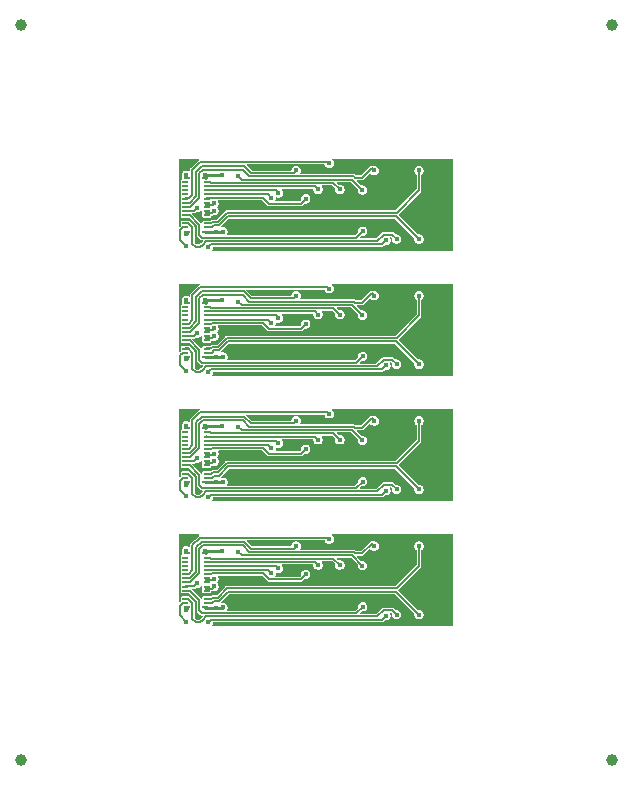
<source format=gbl>
G04 #@! TF.GenerationSoftware,KiCad,Pcbnew,9.0.0*
G04 #@! TF.CreationDate,2025-02-23T11:03:10-05:00*
G04 #@! TF.ProjectId,e24-receiver-board,6532342d-7265-4636-9569-7665722d626f,v0.1.1*
G04 #@! TF.SameCoordinates,Original*
G04 #@! TF.FileFunction,Copper,L2,Bot*
G04 #@! TF.FilePolarity,Positive*
%FSLAX46Y46*%
G04 Gerber Fmt 4.6, Leading zero omitted, Abs format (unit mm)*
G04 Created by KiCad (PCBNEW 9.0.0) date 2025-02-23 11:03:10*
%MOMM*%
%LPD*%
G01*
G04 APERTURE LIST*
G04 #@! TA.AperFunction,SMDPad,CuDef*
%ADD10R,0.490000X0.180000*%
G04 #@! TD*
G04 #@! TA.AperFunction,SMDPad,CuDef*
%ADD11R,0.540000X0.230000*%
G04 #@! TD*
G04 #@! TA.AperFunction,SMDPad,CuDef*
%ADD12C,1.000000*%
G04 #@! TD*
G04 #@! TA.AperFunction,ViaPad*
%ADD13C,0.450000*%
G04 #@! TD*
G04 #@! TA.AperFunction,Conductor*
%ADD14C,0.150000*%
G04 #@! TD*
G04 #@! TA.AperFunction,Conductor*
%ADD15C,0.200000*%
G04 #@! TD*
G04 #@! TA.AperFunction,Conductor*
%ADD16C,0.250000*%
G04 #@! TD*
G04 APERTURE END LIST*
D10*
G04 #@! TO.P,J1,1,1*
G04 #@! TO.N,Board_2-/SPEAKER_N*
X25710000Y-42230000D03*
G04 #@! TO.P,J1,2,2*
G04 #@! TO.N,Board_2-/SPEAKER_P*
X25710000Y-41880000D03*
G04 #@! TO.P,J1,3,3*
G04 #@! TO.N,Board_2-GND*
X25710000Y-41530000D03*
G04 #@! TO.P,J1,4,4*
G04 #@! TO.N,Board_2-/MOTOR_B*
X25710000Y-41180000D03*
G04 #@! TO.P,J1,5,5*
X25710000Y-40830000D03*
G04 #@! TO.P,J1,6,6*
G04 #@! TO.N,Board_2-/MOTOR_A*
X25710000Y-40480000D03*
G04 #@! TO.P,J1,7,7*
X25710000Y-40130000D03*
G04 #@! TO.P,J1,8,8*
G04 #@! TO.N,Board_2-/CAP+*
X25710000Y-39780000D03*
G04 #@! TO.P,J1,9,9*
G04 #@! TO.N,Board_2-/LAMP_FRONT*
X25710000Y-39430000D03*
G04 #@! TO.P,J1,10,10*
G04 #@! TO.N,Board_2-/LAMP_REAR*
X25710000Y-39080000D03*
G04 #@! TO.P,J1,11,11*
G04 #@! TO.N,Board_2-/AUX1 (VDC)*
X25710000Y-38730000D03*
G04 #@! TO.P,J1,12,12*
G04 #@! TO.N,Board_2-/AUX2 (VDC)*
X25710000Y-38380000D03*
G04 #@! TO.P,J1,13,13*
G04 #@! TO.N,Board_2-/AUX8 (VDC)*
X23890000Y-38380000D03*
G04 #@! TO.P,J1,14,14*
G04 #@! TO.N,Board_2-/AUX7 (VDC)*
X23890000Y-38730000D03*
G04 #@! TO.P,J1,15,15*
G04 #@! TO.N,Board_2-/AUX6 (VDC)*
X23890000Y-39080000D03*
G04 #@! TO.P,J1,16,16*
G04 #@! TO.N,Board_2-/AUX5 (VDC)*
X23890000Y-39430000D03*
G04 #@! TO.P,J1,17,17*
G04 #@! TO.N,Board_2-VDC*
X23890000Y-39780000D03*
G04 #@! TO.P,J1,18,18*
G04 #@! TO.N,Board_2-VCC*
X23890000Y-40130000D03*
G04 #@! TO.P,J1,19,19*
G04 #@! TO.N,Board_2-/AUX10*
X23890000Y-40480000D03*
G04 #@! TO.P,J1,20,20*
G04 #@! TO.N,Board_2-/AUX4*
X23890000Y-40830000D03*
G04 #@! TO.P,J1,21,21*
G04 #@! TO.N,Board_2-/AUX3*
X23890000Y-41180000D03*
G04 #@! TO.P,J1,22,22*
G04 #@! TO.N,Board_2-GND*
X23890000Y-41530000D03*
G04 #@! TO.P,J1,23,23*
G04 #@! TO.N,Board_2-/AUX11*
X23890000Y-41880000D03*
G04 #@! TO.P,J1,24,24*
G04 #@! TO.N,Board_2-/AUX12*
X23890000Y-42230000D03*
D11*
G04 #@! TO.P,J1,X1A,X1A*
G04 #@! TO.N,Board_2-/TRACK_LEFT*
X25570000Y-42600000D03*
G04 #@! TO.P,J1,X1B,X1B*
X24030000Y-42600000D03*
G04 #@! TO.P,J1,X2A,X2A*
G04 #@! TO.N,Board_2-/TRACK_RIGHT*
X25570000Y-38000000D03*
G04 #@! TO.P,J1,X2B,X2B*
X24030000Y-38000000D03*
G04 #@! TD*
D12*
G04 #@! TO.P,KiKit_FID_B_4,*
G04 #@! TO.N,*
X60000000Y-66150000D03*
G04 #@! TD*
G04 #@! TO.P,KiKit_FID_B_2,*
G04 #@! TO.N,*
X60000000Y-3850000D03*
G04 #@! TD*
G04 #@! TO.P,KiKit_FID_B_1,*
G04 #@! TO.N,*
X10000000Y-3850000D03*
G04 #@! TD*
D10*
G04 #@! TO.P,J1,1,1*
G04 #@! TO.N,Board_0-/SPEAKER_N*
X25710000Y-21030000D03*
G04 #@! TO.P,J1,2,2*
G04 #@! TO.N,Board_0-/SPEAKER_P*
X25710000Y-20680000D03*
G04 #@! TO.P,J1,3,3*
G04 #@! TO.N,Board_0-GND*
X25710000Y-20330000D03*
G04 #@! TO.P,J1,4,4*
G04 #@! TO.N,Board_0-/MOTOR_B*
X25710000Y-19980000D03*
G04 #@! TO.P,J1,5,5*
X25710000Y-19630000D03*
G04 #@! TO.P,J1,6,6*
G04 #@! TO.N,Board_0-/MOTOR_A*
X25710000Y-19280000D03*
G04 #@! TO.P,J1,7,7*
X25710000Y-18930000D03*
G04 #@! TO.P,J1,8,8*
G04 #@! TO.N,Board_0-/CAP+*
X25710000Y-18580000D03*
G04 #@! TO.P,J1,9,9*
G04 #@! TO.N,Board_0-/LAMP_FRONT*
X25710000Y-18230000D03*
G04 #@! TO.P,J1,10,10*
G04 #@! TO.N,Board_0-/LAMP_REAR*
X25710000Y-17880000D03*
G04 #@! TO.P,J1,11,11*
G04 #@! TO.N,Board_0-/AUX1 (VDC)*
X25710000Y-17530000D03*
G04 #@! TO.P,J1,12,12*
G04 #@! TO.N,Board_0-/AUX2 (VDC)*
X25710000Y-17180000D03*
G04 #@! TO.P,J1,13,13*
G04 #@! TO.N,Board_0-/AUX8 (VDC)*
X23890000Y-17180000D03*
G04 #@! TO.P,J1,14,14*
G04 #@! TO.N,Board_0-/AUX7 (VDC)*
X23890000Y-17530000D03*
G04 #@! TO.P,J1,15,15*
G04 #@! TO.N,Board_0-/AUX6 (VDC)*
X23890000Y-17880000D03*
G04 #@! TO.P,J1,16,16*
G04 #@! TO.N,Board_0-/AUX5 (VDC)*
X23890000Y-18230000D03*
G04 #@! TO.P,J1,17,17*
G04 #@! TO.N,Board_0-VDC*
X23890000Y-18580000D03*
G04 #@! TO.P,J1,18,18*
G04 #@! TO.N,Board_0-VCC*
X23890000Y-18930000D03*
G04 #@! TO.P,J1,19,19*
G04 #@! TO.N,Board_0-/AUX10*
X23890000Y-19280000D03*
G04 #@! TO.P,J1,20,20*
G04 #@! TO.N,Board_0-/AUX4*
X23890000Y-19630000D03*
G04 #@! TO.P,J1,21,21*
G04 #@! TO.N,Board_0-/AUX3*
X23890000Y-19980000D03*
G04 #@! TO.P,J1,22,22*
G04 #@! TO.N,Board_0-GND*
X23890000Y-20330000D03*
G04 #@! TO.P,J1,23,23*
G04 #@! TO.N,Board_0-/AUX11*
X23890000Y-20680000D03*
G04 #@! TO.P,J1,24,24*
G04 #@! TO.N,Board_0-/AUX12*
X23890000Y-21030000D03*
D11*
G04 #@! TO.P,J1,X1A,X1A*
G04 #@! TO.N,Board_0-/TRACK_LEFT*
X25570000Y-21400000D03*
G04 #@! TO.P,J1,X1B,X1B*
X24030000Y-21400000D03*
G04 #@! TO.P,J1,X2A,X2A*
G04 #@! TO.N,Board_0-/TRACK_RIGHT*
X25570000Y-16800000D03*
G04 #@! TO.P,J1,X2B,X2B*
X24030000Y-16800000D03*
G04 #@! TD*
D10*
G04 #@! TO.P,J1,1,1*
G04 #@! TO.N,Board_1-/SPEAKER_N*
X25710000Y-31630000D03*
G04 #@! TO.P,J1,2,2*
G04 #@! TO.N,Board_1-/SPEAKER_P*
X25710000Y-31280000D03*
G04 #@! TO.P,J1,3,3*
G04 #@! TO.N,Board_1-GND*
X25710000Y-30930000D03*
G04 #@! TO.P,J1,4,4*
G04 #@! TO.N,Board_1-/MOTOR_B*
X25710000Y-30580000D03*
G04 #@! TO.P,J1,5,5*
X25710000Y-30230000D03*
G04 #@! TO.P,J1,6,6*
G04 #@! TO.N,Board_1-/MOTOR_A*
X25710000Y-29880000D03*
G04 #@! TO.P,J1,7,7*
X25710000Y-29530000D03*
G04 #@! TO.P,J1,8,8*
G04 #@! TO.N,Board_1-/CAP+*
X25710000Y-29180000D03*
G04 #@! TO.P,J1,9,9*
G04 #@! TO.N,Board_1-/LAMP_FRONT*
X25710000Y-28830000D03*
G04 #@! TO.P,J1,10,10*
G04 #@! TO.N,Board_1-/LAMP_REAR*
X25710000Y-28480000D03*
G04 #@! TO.P,J1,11,11*
G04 #@! TO.N,Board_1-/AUX1 (VDC)*
X25710000Y-28130000D03*
G04 #@! TO.P,J1,12,12*
G04 #@! TO.N,Board_1-/AUX2 (VDC)*
X25710000Y-27780000D03*
G04 #@! TO.P,J1,13,13*
G04 #@! TO.N,Board_1-/AUX8 (VDC)*
X23890000Y-27780000D03*
G04 #@! TO.P,J1,14,14*
G04 #@! TO.N,Board_1-/AUX7 (VDC)*
X23890000Y-28130000D03*
G04 #@! TO.P,J1,15,15*
G04 #@! TO.N,Board_1-/AUX6 (VDC)*
X23890000Y-28480000D03*
G04 #@! TO.P,J1,16,16*
G04 #@! TO.N,Board_1-/AUX5 (VDC)*
X23890000Y-28830000D03*
G04 #@! TO.P,J1,17,17*
G04 #@! TO.N,Board_1-VDC*
X23890000Y-29180000D03*
G04 #@! TO.P,J1,18,18*
G04 #@! TO.N,Board_1-VCC*
X23890000Y-29530000D03*
G04 #@! TO.P,J1,19,19*
G04 #@! TO.N,Board_1-/AUX10*
X23890000Y-29880000D03*
G04 #@! TO.P,J1,20,20*
G04 #@! TO.N,Board_1-/AUX4*
X23890000Y-30230000D03*
G04 #@! TO.P,J1,21,21*
G04 #@! TO.N,Board_1-/AUX3*
X23890000Y-30580000D03*
G04 #@! TO.P,J1,22,22*
G04 #@! TO.N,Board_1-GND*
X23890000Y-30930000D03*
G04 #@! TO.P,J1,23,23*
G04 #@! TO.N,Board_1-/AUX11*
X23890000Y-31280000D03*
G04 #@! TO.P,J1,24,24*
G04 #@! TO.N,Board_1-/AUX12*
X23890000Y-31630000D03*
D11*
G04 #@! TO.P,J1,X1A,X1A*
G04 #@! TO.N,Board_1-/TRACK_LEFT*
X25570000Y-32000000D03*
G04 #@! TO.P,J1,X1B,X1B*
X24030000Y-32000000D03*
G04 #@! TO.P,J1,X2A,X2A*
G04 #@! TO.N,Board_1-/TRACK_RIGHT*
X25570000Y-27400000D03*
G04 #@! TO.P,J1,X2B,X2B*
X24030000Y-27400000D03*
G04 #@! TD*
D10*
G04 #@! TO.P,J1,1,1*
G04 #@! TO.N,Board_3-/SPEAKER_N*
X25710000Y-52830000D03*
G04 #@! TO.P,J1,2,2*
G04 #@! TO.N,Board_3-/SPEAKER_P*
X25710000Y-52480000D03*
G04 #@! TO.P,J1,3,3*
G04 #@! TO.N,Board_3-GND*
X25710000Y-52130000D03*
G04 #@! TO.P,J1,4,4*
G04 #@! TO.N,Board_3-/MOTOR_B*
X25710000Y-51780000D03*
G04 #@! TO.P,J1,5,5*
X25710000Y-51430000D03*
G04 #@! TO.P,J1,6,6*
G04 #@! TO.N,Board_3-/MOTOR_A*
X25710000Y-51080000D03*
G04 #@! TO.P,J1,7,7*
X25710000Y-50730000D03*
G04 #@! TO.P,J1,8,8*
G04 #@! TO.N,Board_3-/CAP+*
X25710000Y-50380000D03*
G04 #@! TO.P,J1,9,9*
G04 #@! TO.N,Board_3-/LAMP_FRONT*
X25710000Y-50030000D03*
G04 #@! TO.P,J1,10,10*
G04 #@! TO.N,Board_3-/LAMP_REAR*
X25710000Y-49680000D03*
G04 #@! TO.P,J1,11,11*
G04 #@! TO.N,Board_3-/AUX1 (VDC)*
X25710000Y-49330000D03*
G04 #@! TO.P,J1,12,12*
G04 #@! TO.N,Board_3-/AUX2 (VDC)*
X25710000Y-48980000D03*
G04 #@! TO.P,J1,13,13*
G04 #@! TO.N,Board_3-/AUX8 (VDC)*
X23890000Y-48980000D03*
G04 #@! TO.P,J1,14,14*
G04 #@! TO.N,Board_3-/AUX7 (VDC)*
X23890000Y-49330000D03*
G04 #@! TO.P,J1,15,15*
G04 #@! TO.N,Board_3-/AUX6 (VDC)*
X23890000Y-49680000D03*
G04 #@! TO.P,J1,16,16*
G04 #@! TO.N,Board_3-/AUX5 (VDC)*
X23890000Y-50030000D03*
G04 #@! TO.P,J1,17,17*
G04 #@! TO.N,Board_3-VDC*
X23890000Y-50380000D03*
G04 #@! TO.P,J1,18,18*
G04 #@! TO.N,Board_3-VCC*
X23890000Y-50730000D03*
G04 #@! TO.P,J1,19,19*
G04 #@! TO.N,Board_3-/AUX10*
X23890000Y-51080000D03*
G04 #@! TO.P,J1,20,20*
G04 #@! TO.N,Board_3-/AUX4*
X23890000Y-51430000D03*
G04 #@! TO.P,J1,21,21*
G04 #@! TO.N,Board_3-/AUX3*
X23890000Y-51780000D03*
G04 #@! TO.P,J1,22,22*
G04 #@! TO.N,Board_3-GND*
X23890000Y-52130000D03*
G04 #@! TO.P,J1,23,23*
G04 #@! TO.N,Board_3-/AUX11*
X23890000Y-52480000D03*
G04 #@! TO.P,J1,24,24*
G04 #@! TO.N,Board_3-/AUX12*
X23890000Y-52830000D03*
D11*
G04 #@! TO.P,J1,X1A,X1A*
G04 #@! TO.N,Board_3-/TRACK_LEFT*
X25570000Y-53200000D03*
G04 #@! TO.P,J1,X1B,X1B*
X24030000Y-53200000D03*
G04 #@! TO.P,J1,X2A,X2A*
G04 #@! TO.N,Board_3-/TRACK_RIGHT*
X25570000Y-48600000D03*
G04 #@! TO.P,J1,X2B,X2B*
X24030000Y-48600000D03*
G04 #@! TD*
D12*
G04 #@! TO.P,KiKit_FID_B_3,*
G04 #@! TO.N,*
X10000000Y-66150000D03*
G04 #@! TD*
D13*
G04 #@! TO.N,Board_0-/AUX1 (VDC)*
X35150000Y-17800000D03*
G04 #@! TO.N,Board_0-/AUX10*
X39900000Y-16200000D03*
G04 #@! TO.N,Board_0-/AUX11*
X41800000Y-22000000D03*
G04 #@! TO.N,Board_0-/AUX12*
X40900000Y-22100000D03*
X25850000Y-22670000D03*
X24000000Y-22600000D03*
G04 #@! TO.N,Board_0-/AUX2 (VDC)*
X37000000Y-17800000D03*
G04 #@! TO.N,Board_0-/AUX3*
X38930000Y-21340000D03*
G04 #@! TO.N,Board_0-/AUX4*
X28400000Y-16700000D03*
X38910000Y-17850000D03*
X24930000Y-19350000D03*
G04 #@! TO.N,Board_0-/CAP+*
X34100000Y-18600000D03*
G04 #@! TO.N,Board_0-/LAMP_FRONT*
X31200000Y-18520000D03*
G04 #@! TO.N,Board_0-/LAMP_REAR*
X31800000Y-18100000D03*
G04 #@! TO.N,Board_0-/MOTOR_A*
X26340000Y-18980000D03*
G04 #@! TO.N,Board_0-/MOTOR_B*
X26340000Y-19610000D03*
G04 #@! TO.N,Board_0-/SPEAKER_N*
X43700000Y-22000000D03*
G04 #@! TO.N,Board_0-/SPEAKER_P*
X43700000Y-16200000D03*
G04 #@! TO.N,Board_0-/TRACK_LEFT*
X24000000Y-21600000D03*
X26500000Y-21410000D03*
X27100000Y-21400000D03*
G04 #@! TO.N,Board_0-/TRACK_RIGHT*
X24000000Y-16600000D03*
X27000000Y-16600000D03*
X25600000Y-16600000D03*
G04 #@! TO.N,Board_0-GND*
X35100000Y-20800000D03*
X37490000Y-19110000D03*
X45740000Y-21320000D03*
X24000000Y-15600000D03*
X38730000Y-19120000D03*
X35100000Y-19100000D03*
X25020000Y-20040000D03*
X30200000Y-19300000D03*
X35180000Y-16010000D03*
X40370000Y-19120000D03*
X28400000Y-20800000D03*
X29400000Y-19300000D03*
X24985000Y-22195000D03*
X45710000Y-16850000D03*
X31200000Y-20800000D03*
G04 #@! TO.N,Board_0-VCC*
X33300000Y-16200000D03*
G04 #@! TO.N,Board_0-VDC*
X36100000Y-15600000D03*
G04 #@! TO.N,Board_1-/AUX1 (VDC)*
X35150000Y-28400000D03*
G04 #@! TO.N,Board_1-/AUX10*
X39900000Y-26800000D03*
G04 #@! TO.N,Board_1-/AUX11*
X41800000Y-32600000D03*
G04 #@! TO.N,Board_1-/AUX12*
X25850000Y-33270000D03*
X40900000Y-32700000D03*
X24000000Y-33200000D03*
G04 #@! TO.N,Board_1-/AUX2 (VDC)*
X37000000Y-28400000D03*
G04 #@! TO.N,Board_1-/AUX3*
X38930000Y-31940000D03*
G04 #@! TO.N,Board_1-/AUX4*
X24930000Y-29950000D03*
X28400000Y-27300000D03*
X38910000Y-28450000D03*
G04 #@! TO.N,Board_1-/CAP+*
X34100000Y-29200000D03*
G04 #@! TO.N,Board_1-/LAMP_FRONT*
X31200000Y-29120000D03*
G04 #@! TO.N,Board_1-/LAMP_REAR*
X31800000Y-28700000D03*
G04 #@! TO.N,Board_1-/MOTOR_A*
X26340000Y-29580000D03*
G04 #@! TO.N,Board_1-/MOTOR_B*
X26340000Y-30210000D03*
G04 #@! TO.N,Board_1-/SPEAKER_N*
X43700000Y-32600000D03*
G04 #@! TO.N,Board_1-/SPEAKER_P*
X43700000Y-26800000D03*
G04 #@! TO.N,Board_1-/TRACK_LEFT*
X24000000Y-32200000D03*
X26500000Y-32010000D03*
X27100000Y-32000000D03*
G04 #@! TO.N,Board_1-/TRACK_RIGHT*
X25600000Y-27200000D03*
X27000000Y-27200000D03*
X24000000Y-27200000D03*
G04 #@! TO.N,Board_1-GND*
X45740000Y-31920000D03*
X35180000Y-26610000D03*
X45710000Y-27450000D03*
X35100000Y-29700000D03*
X35100000Y-31400000D03*
X38730000Y-29720000D03*
X24000000Y-26200000D03*
X31200000Y-31400000D03*
X30200000Y-29900000D03*
X28400000Y-31400000D03*
X29400000Y-29900000D03*
X40370000Y-29720000D03*
X24985000Y-32795000D03*
X25020000Y-30640000D03*
X37490000Y-29710000D03*
G04 #@! TO.N,Board_1-VCC*
X33300000Y-26800000D03*
G04 #@! TO.N,Board_1-VDC*
X36100000Y-26200000D03*
G04 #@! TO.N,Board_2-/AUX1 (VDC)*
X35150000Y-39000000D03*
G04 #@! TO.N,Board_2-/AUX10*
X39900000Y-37400000D03*
G04 #@! TO.N,Board_2-/AUX11*
X41800000Y-43200000D03*
G04 #@! TO.N,Board_2-/AUX12*
X40900000Y-43300000D03*
X25850000Y-43870000D03*
X24000000Y-43800000D03*
G04 #@! TO.N,Board_2-/AUX2 (VDC)*
X37000000Y-39000000D03*
G04 #@! TO.N,Board_2-/AUX3*
X38930000Y-42540000D03*
G04 #@! TO.N,Board_2-/AUX4*
X38910000Y-39050000D03*
X24930000Y-40550000D03*
X28400000Y-37900000D03*
G04 #@! TO.N,Board_2-/CAP+*
X34100000Y-39800000D03*
G04 #@! TO.N,Board_2-/LAMP_FRONT*
X31200000Y-39720000D03*
G04 #@! TO.N,Board_2-/LAMP_REAR*
X31800000Y-39300000D03*
G04 #@! TO.N,Board_2-/MOTOR_A*
X26340000Y-40180000D03*
G04 #@! TO.N,Board_2-/MOTOR_B*
X26340000Y-40810000D03*
G04 #@! TO.N,Board_2-/SPEAKER_N*
X43700000Y-43200000D03*
G04 #@! TO.N,Board_2-/SPEAKER_P*
X43700000Y-37400000D03*
G04 #@! TO.N,Board_2-/TRACK_LEFT*
X26500000Y-42610000D03*
X27100000Y-42600000D03*
X24000000Y-42800000D03*
G04 #@! TO.N,Board_2-/TRACK_RIGHT*
X24000000Y-37800000D03*
X25600000Y-37800000D03*
X27000000Y-37800000D03*
G04 #@! TO.N,Board_2-GND*
X37490000Y-40310000D03*
X35180000Y-37210000D03*
X45740000Y-42520000D03*
X24985000Y-43395000D03*
X45710000Y-38050000D03*
X28400000Y-42000000D03*
X24000000Y-36800000D03*
X40370000Y-40320000D03*
X31200000Y-42000000D03*
X35100000Y-40300000D03*
X25020000Y-41240000D03*
X38730000Y-40320000D03*
X29400000Y-40500000D03*
X35100000Y-42000000D03*
X30200000Y-40500000D03*
G04 #@! TO.N,Board_2-VCC*
X33300000Y-37400000D03*
G04 #@! TO.N,Board_2-VDC*
X36100000Y-36800000D03*
G04 #@! TO.N,Board_3-/AUX1 (VDC)*
X35150000Y-49600000D03*
G04 #@! TO.N,Board_3-/AUX10*
X39900000Y-48000000D03*
G04 #@! TO.N,Board_3-/AUX11*
X41800000Y-53800000D03*
G04 #@! TO.N,Board_3-/AUX12*
X24000000Y-54400000D03*
X40900000Y-53900000D03*
X25850000Y-54470000D03*
G04 #@! TO.N,Board_3-/AUX2 (VDC)*
X37000000Y-49600000D03*
G04 #@! TO.N,Board_3-/AUX3*
X38930000Y-53140000D03*
G04 #@! TO.N,Board_3-/AUX4*
X24930000Y-51150000D03*
X28400000Y-48500000D03*
X38910000Y-49650000D03*
G04 #@! TO.N,Board_3-/CAP+*
X34100000Y-50400000D03*
G04 #@! TO.N,Board_3-/LAMP_FRONT*
X31200000Y-50320000D03*
G04 #@! TO.N,Board_3-/LAMP_REAR*
X31800000Y-49900000D03*
G04 #@! TO.N,Board_3-/MOTOR_A*
X26340000Y-50780000D03*
G04 #@! TO.N,Board_3-/MOTOR_B*
X26340000Y-51410000D03*
G04 #@! TO.N,Board_3-/SPEAKER_N*
X43700000Y-53800000D03*
G04 #@! TO.N,Board_3-/SPEAKER_P*
X43700000Y-48000000D03*
G04 #@! TO.N,Board_3-/TRACK_LEFT*
X27100000Y-53200000D03*
X24000000Y-53400000D03*
X26500000Y-53210000D03*
G04 #@! TO.N,Board_3-/TRACK_RIGHT*
X25600000Y-48400000D03*
X27000000Y-48400000D03*
X24000000Y-48400000D03*
G04 #@! TO.N,Board_3-GND*
X45740000Y-53120000D03*
X29400000Y-51100000D03*
X35100000Y-50900000D03*
X40370000Y-50920000D03*
X35180000Y-47810000D03*
X35100000Y-52600000D03*
X45710000Y-48650000D03*
X38730000Y-50920000D03*
X31200000Y-52600000D03*
X37490000Y-50910000D03*
X30200000Y-51100000D03*
X28400000Y-52600000D03*
X24985000Y-53995000D03*
X25020000Y-51840000D03*
X24000000Y-47400000D03*
G04 #@! TO.N,Board_3-VCC*
X33300000Y-48000000D03*
G04 #@! TO.N,Board_3-VDC*
X36100000Y-47400000D03*
G04 #@! TD*
D14*
G04 #@! TO.N,Board_0-/AUX1 (VDC)*
X34890000Y-17540000D02*
X25722000Y-17540000D01*
X25722000Y-17540000D02*
X25707000Y-17525000D01*
X35150000Y-17800000D02*
X34890000Y-17540000D01*
G04 #@! TO.N,Board_0-/AUX10*
X25403248Y-16125000D02*
X25095500Y-16432748D01*
X38255980Y-16800000D02*
X38155980Y-16700000D01*
X39900000Y-16200000D02*
X39900000Y-16210000D01*
X28760876Y-16125000D02*
X25403248Y-16125000D01*
X24315244Y-19275000D02*
X23892000Y-19275000D01*
X25095500Y-18494744D02*
X24315244Y-19275000D01*
X29335876Y-16700000D02*
X28760876Y-16125000D01*
X38155980Y-16700000D02*
X29335876Y-16700000D01*
X25095500Y-16432748D02*
X25095500Y-18494744D01*
X39690000Y-16000000D02*
X38890000Y-16800000D01*
X39900000Y-16210000D02*
X39690000Y-16000000D01*
X38890000Y-16800000D02*
X38255980Y-16800000D01*
G04 #@! TO.N,Board_0-/AUX11*
X25181752Y-22670000D02*
X24788248Y-22670000D01*
X41800000Y-22000000D02*
X41425000Y-21625000D01*
X25375000Y-22476752D02*
X25181752Y-22670000D01*
X25375000Y-22473248D02*
X25375000Y-22476752D01*
X24510000Y-22391752D02*
X24510000Y-21020000D01*
X24788248Y-22670000D02*
X24510000Y-22391752D01*
X25683248Y-22165000D02*
X25375000Y-22473248D01*
X40163248Y-22165000D02*
X25683248Y-22165000D01*
X40703248Y-21625000D02*
X40163248Y-22165000D01*
X24510000Y-21020000D02*
X24165000Y-20675000D01*
X24165000Y-20675000D02*
X23892000Y-20675000D01*
X41425000Y-21625000D02*
X40703248Y-21625000D01*
G04 #@! TO.N,Board_0-/AUX12*
X23475000Y-21265000D02*
X23715000Y-21025000D01*
X26075000Y-22445000D02*
X40555000Y-22445000D01*
X24000000Y-22600000D02*
X23475000Y-22075000D01*
X23475000Y-22075000D02*
X23475000Y-21265000D01*
X25850000Y-22670000D02*
X26075000Y-22445000D01*
X23715000Y-21025000D02*
X23892000Y-21025000D01*
X40555000Y-22445000D02*
X40900000Y-22100000D01*
G04 #@! TO.N,Board_0-/AUX2 (VDC)*
X25975000Y-17175000D02*
X25707000Y-17175000D01*
X37000000Y-17800000D02*
X36460000Y-17260000D01*
X36460000Y-17260000D02*
X26060000Y-17260000D01*
X26060000Y-17260000D02*
X25975000Y-17175000D01*
G04 #@! TO.N,Board_0-/AUX3*
X24280980Y-19975000D02*
X23892000Y-19975000D01*
X25090000Y-20784020D02*
X24280980Y-19975000D01*
X25346752Y-21885000D02*
X25090000Y-21628248D01*
X38930000Y-21340000D02*
X38385000Y-21885000D01*
X25090000Y-21628248D02*
X25090000Y-20784020D01*
X38385000Y-21885000D02*
X25346752Y-21885000D01*
G04 #@! TO.N,Board_0-/AUX4*
X28680000Y-16980000D02*
X38040000Y-16980000D01*
X24930000Y-19350000D02*
X24655000Y-19625000D01*
X38040000Y-16980000D02*
X38910000Y-17850000D01*
X24655000Y-19625000D02*
X23892000Y-19625000D01*
X28400000Y-16700000D02*
X28680000Y-16980000D01*
G04 #@! TO.N,Board_0-/CAP+*
X26084500Y-18575000D02*
X25707000Y-18575000D01*
X34100000Y-18600000D02*
X33700000Y-19000000D01*
X26154500Y-18505000D02*
X26084500Y-18575000D01*
X31008248Y-19000000D02*
X30513248Y-18505000D01*
X33700000Y-19000000D02*
X31008248Y-19000000D01*
X30513248Y-18505000D02*
X26154500Y-18505000D01*
G04 #@! TO.N,Board_0-/LAMP_FRONT*
X30905000Y-18225000D02*
X25707000Y-18225000D01*
X31200000Y-18520000D02*
X30905000Y-18225000D01*
G04 #@! TO.N,Board_0-/LAMP_REAR*
X31575000Y-17875000D02*
X25707000Y-17875000D01*
X31800000Y-18100000D02*
X31575000Y-17875000D01*
D15*
G04 #@! TO.N,Board_0-/MOTOR_A*
X26220000Y-19100000D02*
X25707000Y-19100000D01*
X25707000Y-19275000D02*
X25707000Y-19100000D01*
X26340000Y-18980000D02*
X26220000Y-19100000D01*
X25707000Y-19100000D02*
X25707000Y-18925000D01*
G04 #@! TO.N,Board_0-/MOTOR_B*
X26150000Y-19800000D02*
X25707000Y-19800000D01*
X25707000Y-19800000D02*
X25707000Y-19975000D01*
X26340000Y-19610000D02*
X26150000Y-19800000D01*
X25707000Y-19625000D02*
X25707000Y-19800000D01*
D14*
G04 #@! TO.N,Board_0-/SPEAKER_N*
X26161460Y-21025000D02*
X26346460Y-20840000D01*
X25707000Y-21025000D02*
X26161460Y-21025000D01*
X27540980Y-20065000D02*
X41765000Y-20065000D01*
X41765000Y-20065000D02*
X43700000Y-22000000D01*
X26765980Y-20840000D02*
X27540980Y-20065000D01*
X26346460Y-20840000D02*
X26765980Y-20840000D01*
G04 #@! TO.N,Board_0-/SPEAKER_P*
X41795000Y-19785000D02*
X43700000Y-17880000D01*
X26650000Y-20560000D02*
X27425000Y-19785000D01*
X26230480Y-20560000D02*
X26650000Y-20560000D01*
X27425000Y-19785000D02*
X41795000Y-19785000D01*
X26115480Y-20675000D02*
X26230480Y-20560000D01*
X25707000Y-20675000D02*
X26115480Y-20675000D01*
X43700000Y-17880000D02*
X43700000Y-16200000D01*
D16*
G04 #@! TO.N,Board_0-/TRACK_LEFT*
X24032000Y-21400000D02*
X24032000Y-21568000D01*
D15*
X25578000Y-21410000D02*
X25568000Y-21400000D01*
D16*
X27090000Y-21410000D02*
X27100000Y-21400000D01*
X26500000Y-21410000D02*
X27090000Y-21410000D01*
X24032000Y-21568000D02*
X24000000Y-21600000D01*
X26500000Y-21410000D02*
X25578000Y-21410000D01*
D15*
G04 #@! TO.N,Board_0-/TRACK_RIGHT*
X24032000Y-16632000D02*
X24032000Y-16800000D01*
X24000000Y-16600000D02*
X24032000Y-16632000D01*
X25568000Y-16632000D02*
X25568000Y-16800000D01*
X25600000Y-16600000D02*
X25568000Y-16632000D01*
D16*
X27000000Y-16600000D02*
X25768000Y-16600000D01*
X25768000Y-16600000D02*
X25568000Y-16800000D01*
D14*
G04 #@! TO.N,Board_0-GND*
X29400000Y-19300000D02*
X27470000Y-19300000D01*
X25707000Y-20325000D02*
X25305000Y-20325000D01*
X24810000Y-22020000D02*
X24810000Y-20900000D01*
X30200000Y-19300000D02*
X29400000Y-19300000D01*
X25305000Y-20325000D02*
X25020000Y-20040000D01*
X26069500Y-20325000D02*
X25707000Y-20325000D01*
X24235000Y-20325000D02*
X23892000Y-20325000D01*
X27470000Y-19300000D02*
X26530000Y-20240000D01*
X26154500Y-20240000D02*
X26069500Y-20325000D01*
X24810000Y-20900000D02*
X24235000Y-20325000D01*
X26530000Y-20240000D02*
X26154500Y-20240000D01*
X24985000Y-22195000D02*
X24810000Y-22020000D01*
G04 #@! TO.N,Board_0-VCC*
X24815500Y-18378764D02*
X24269264Y-18925000D01*
X25287268Y-15845000D02*
X24815500Y-16316768D01*
X24269264Y-18925000D02*
X23892000Y-18925000D01*
X24815500Y-16316768D02*
X24815500Y-18378764D01*
X33300000Y-16200000D02*
X33080000Y-16420000D01*
X33080000Y-16420000D02*
X29451856Y-16420000D01*
X29451856Y-16420000D02*
X28876856Y-15845000D01*
X28876856Y-15845000D02*
X25287268Y-15845000D01*
G04 #@! TO.N,Board_0-VDC*
X35990000Y-15490000D02*
X25160000Y-15490000D01*
X24504500Y-18265500D02*
X24195000Y-18575000D01*
X36100000Y-15600000D02*
X35990000Y-15490000D01*
X25160000Y-15490000D02*
X24504500Y-16145500D01*
X24195000Y-18575000D02*
X23892000Y-18575000D01*
X24504500Y-16145500D02*
X24504500Y-18265500D01*
G04 #@! TO.N,Board_1-/AUX1 (VDC)*
X34890000Y-28140000D02*
X25722000Y-28140000D01*
X35150000Y-28400000D02*
X34890000Y-28140000D01*
X25722000Y-28140000D02*
X25707000Y-28125000D01*
G04 #@! TO.N,Board_1-/AUX10*
X24315244Y-29875000D02*
X23892000Y-29875000D01*
X38255980Y-27400000D02*
X38155980Y-27300000D01*
X28760876Y-26725000D02*
X25403248Y-26725000D01*
X38155980Y-27300000D02*
X29335876Y-27300000D01*
X39690000Y-26600000D02*
X38890000Y-27400000D01*
X25095500Y-27032748D02*
X25095500Y-29094744D01*
X39900000Y-26810000D02*
X39690000Y-26600000D01*
X25403248Y-26725000D02*
X25095500Y-27032748D01*
X29335876Y-27300000D02*
X28760876Y-26725000D01*
X38890000Y-27400000D02*
X38255980Y-27400000D01*
X39900000Y-26800000D02*
X39900000Y-26810000D01*
X25095500Y-29094744D02*
X24315244Y-29875000D01*
G04 #@! TO.N,Board_1-/AUX11*
X41425000Y-32225000D02*
X40703248Y-32225000D01*
X24510000Y-31620000D02*
X24165000Y-31275000D01*
X24510000Y-32991752D02*
X24510000Y-31620000D01*
X24788248Y-33270000D02*
X24510000Y-32991752D01*
X25181752Y-33270000D02*
X24788248Y-33270000D01*
X40703248Y-32225000D02*
X40163248Y-32765000D01*
X25375000Y-33073248D02*
X25375000Y-33076752D01*
X24165000Y-31275000D02*
X23892000Y-31275000D01*
X41800000Y-32600000D02*
X41425000Y-32225000D01*
X25375000Y-33076752D02*
X25181752Y-33270000D01*
X40163248Y-32765000D02*
X25683248Y-32765000D01*
X25683248Y-32765000D02*
X25375000Y-33073248D01*
G04 #@! TO.N,Board_1-/AUX12*
X23475000Y-32675000D02*
X23475000Y-31865000D01*
X23715000Y-31625000D02*
X23892000Y-31625000D01*
X26075000Y-33045000D02*
X40555000Y-33045000D01*
X23475000Y-31865000D02*
X23715000Y-31625000D01*
X24000000Y-33200000D02*
X23475000Y-32675000D01*
X25850000Y-33270000D02*
X26075000Y-33045000D01*
X40555000Y-33045000D02*
X40900000Y-32700000D01*
G04 #@! TO.N,Board_1-/AUX2 (VDC)*
X26060000Y-27860000D02*
X25975000Y-27775000D01*
X36460000Y-27860000D02*
X26060000Y-27860000D01*
X37000000Y-28400000D02*
X36460000Y-27860000D01*
X25975000Y-27775000D02*
X25707000Y-27775000D01*
G04 #@! TO.N,Board_1-/AUX3*
X24280980Y-30575000D02*
X23892000Y-30575000D01*
X25346752Y-32485000D02*
X25090000Y-32228248D01*
X25090000Y-32228248D02*
X25090000Y-31384020D01*
X38930000Y-31940000D02*
X38385000Y-32485000D01*
X25090000Y-31384020D02*
X24280980Y-30575000D01*
X38385000Y-32485000D02*
X25346752Y-32485000D01*
G04 #@! TO.N,Board_1-/AUX4*
X28680000Y-27580000D02*
X38040000Y-27580000D01*
X38040000Y-27580000D02*
X38910000Y-28450000D01*
X24655000Y-30225000D02*
X23892000Y-30225000D01*
X28400000Y-27300000D02*
X28680000Y-27580000D01*
X24930000Y-29950000D02*
X24655000Y-30225000D01*
G04 #@! TO.N,Board_1-/CAP+*
X30513248Y-29105000D02*
X26154500Y-29105000D01*
X31008248Y-29600000D02*
X30513248Y-29105000D01*
X33700000Y-29600000D02*
X31008248Y-29600000D01*
X34100000Y-29200000D02*
X33700000Y-29600000D01*
X26154500Y-29105000D02*
X26084500Y-29175000D01*
X26084500Y-29175000D02*
X25707000Y-29175000D01*
G04 #@! TO.N,Board_1-/LAMP_FRONT*
X30905000Y-28825000D02*
X25707000Y-28825000D01*
X31200000Y-29120000D02*
X30905000Y-28825000D01*
G04 #@! TO.N,Board_1-/LAMP_REAR*
X31800000Y-28700000D02*
X31575000Y-28475000D01*
X31575000Y-28475000D02*
X25707000Y-28475000D01*
D15*
G04 #@! TO.N,Board_1-/MOTOR_A*
X25707000Y-29700000D02*
X25707000Y-29525000D01*
X25707000Y-29875000D02*
X25707000Y-29700000D01*
X26220000Y-29700000D02*
X25707000Y-29700000D01*
X26340000Y-29580000D02*
X26220000Y-29700000D01*
G04 #@! TO.N,Board_1-/MOTOR_B*
X25707000Y-30400000D02*
X25707000Y-30575000D01*
X26340000Y-30210000D02*
X26150000Y-30400000D01*
X26150000Y-30400000D02*
X25707000Y-30400000D01*
X25707000Y-30225000D02*
X25707000Y-30400000D01*
D14*
G04 #@! TO.N,Board_1-/SPEAKER_N*
X41765000Y-30665000D02*
X43700000Y-32600000D01*
X26161460Y-31625000D02*
X26346460Y-31440000D01*
X25707000Y-31625000D02*
X26161460Y-31625000D01*
X27540980Y-30665000D02*
X41765000Y-30665000D01*
X26346460Y-31440000D02*
X26765980Y-31440000D01*
X26765980Y-31440000D02*
X27540980Y-30665000D01*
G04 #@! TO.N,Board_1-/SPEAKER_P*
X25707000Y-31275000D02*
X26115480Y-31275000D01*
X41795000Y-30385000D02*
X43700000Y-28480000D01*
X43700000Y-28480000D02*
X43700000Y-26800000D01*
X26230480Y-31160000D02*
X26650000Y-31160000D01*
X26115480Y-31275000D02*
X26230480Y-31160000D01*
X27425000Y-30385000D02*
X41795000Y-30385000D01*
X26650000Y-31160000D02*
X27425000Y-30385000D01*
D16*
G04 #@! TO.N,Board_1-/TRACK_LEFT*
X26500000Y-32010000D02*
X27090000Y-32010000D01*
X27090000Y-32010000D02*
X27100000Y-32000000D01*
X24032000Y-32000000D02*
X24032000Y-32168000D01*
D15*
X25578000Y-32010000D02*
X25568000Y-32000000D01*
D16*
X24032000Y-32168000D02*
X24000000Y-32200000D01*
X26500000Y-32010000D02*
X25578000Y-32010000D01*
D15*
G04 #@! TO.N,Board_1-/TRACK_RIGHT*
X25600000Y-27200000D02*
X25568000Y-27232000D01*
X24000000Y-27200000D02*
X24032000Y-27232000D01*
X25568000Y-27232000D02*
X25568000Y-27400000D01*
X24032000Y-27232000D02*
X24032000Y-27400000D01*
D16*
X27000000Y-27200000D02*
X25768000Y-27200000D01*
X25768000Y-27200000D02*
X25568000Y-27400000D01*
D14*
G04 #@! TO.N,Board_1-GND*
X26154500Y-30840000D02*
X26069500Y-30925000D01*
X25305000Y-30925000D02*
X25020000Y-30640000D01*
X26069500Y-30925000D02*
X25707000Y-30925000D01*
X30200000Y-29900000D02*
X29400000Y-29900000D01*
X24985000Y-32795000D02*
X24810000Y-32620000D01*
X29400000Y-29900000D02*
X27470000Y-29900000D01*
X26530000Y-30840000D02*
X26154500Y-30840000D01*
X24810000Y-31500000D02*
X24235000Y-30925000D01*
X27470000Y-29900000D02*
X26530000Y-30840000D01*
X24810000Y-32620000D02*
X24810000Y-31500000D01*
X24235000Y-30925000D02*
X23892000Y-30925000D01*
X25707000Y-30925000D02*
X25305000Y-30925000D01*
G04 #@! TO.N,Board_1-VCC*
X25287268Y-26445000D02*
X24815500Y-26916768D01*
X24269264Y-29525000D02*
X23892000Y-29525000D01*
X29451856Y-27020000D02*
X28876856Y-26445000D01*
X33080000Y-27020000D02*
X29451856Y-27020000D01*
X24815500Y-28978764D02*
X24269264Y-29525000D01*
X24815500Y-26916768D02*
X24815500Y-28978764D01*
X28876856Y-26445000D02*
X25287268Y-26445000D01*
X33300000Y-26800000D02*
X33080000Y-27020000D01*
G04 #@! TO.N,Board_1-VDC*
X24504500Y-28865500D02*
X24195000Y-29175000D01*
X25160000Y-26090000D02*
X24504500Y-26745500D01*
X35990000Y-26090000D02*
X25160000Y-26090000D01*
X36100000Y-26200000D02*
X35990000Y-26090000D01*
X24504500Y-26745500D02*
X24504500Y-28865500D01*
X24195000Y-29175000D02*
X23892000Y-29175000D01*
G04 #@! TO.N,Board_2-/AUX1 (VDC)*
X35150000Y-39000000D02*
X34890000Y-38740000D01*
X34890000Y-38740000D02*
X25722000Y-38740000D01*
X25722000Y-38740000D02*
X25707000Y-38725000D01*
G04 #@! TO.N,Board_2-/AUX10*
X25095500Y-37632748D02*
X25095500Y-39694744D01*
X25403248Y-37325000D02*
X25095500Y-37632748D01*
X38890000Y-38000000D02*
X38255980Y-38000000D01*
X39900000Y-37410000D02*
X39690000Y-37200000D01*
X38255980Y-38000000D02*
X38155980Y-37900000D01*
X28760876Y-37325000D02*
X25403248Y-37325000D01*
X38155980Y-37900000D02*
X29335876Y-37900000D01*
X25095500Y-39694744D02*
X24315244Y-40475000D01*
X39690000Y-37200000D02*
X38890000Y-38000000D01*
X29335876Y-37900000D02*
X28760876Y-37325000D01*
X39900000Y-37400000D02*
X39900000Y-37410000D01*
X24315244Y-40475000D02*
X23892000Y-40475000D01*
G04 #@! TO.N,Board_2-/AUX11*
X25375000Y-43676752D02*
X25181752Y-43870000D01*
X24510000Y-43591752D02*
X24510000Y-42220000D01*
X41800000Y-43200000D02*
X41425000Y-42825000D01*
X24788248Y-43870000D02*
X24510000Y-43591752D01*
X40163248Y-43365000D02*
X25683248Y-43365000D01*
X40703248Y-42825000D02*
X40163248Y-43365000D01*
X25683248Y-43365000D02*
X25375000Y-43673248D01*
X24165000Y-41875000D02*
X23892000Y-41875000D01*
X24510000Y-42220000D02*
X24165000Y-41875000D01*
X41425000Y-42825000D02*
X40703248Y-42825000D01*
X25375000Y-43673248D02*
X25375000Y-43676752D01*
X25181752Y-43870000D02*
X24788248Y-43870000D01*
G04 #@! TO.N,Board_2-/AUX12*
X40555000Y-43645000D02*
X40900000Y-43300000D01*
X23715000Y-42225000D02*
X23892000Y-42225000D01*
X23475000Y-43275000D02*
X23475000Y-42465000D01*
X24000000Y-43800000D02*
X23475000Y-43275000D01*
X26075000Y-43645000D02*
X40555000Y-43645000D01*
X23475000Y-42465000D02*
X23715000Y-42225000D01*
X25850000Y-43870000D02*
X26075000Y-43645000D01*
G04 #@! TO.N,Board_2-/AUX2 (VDC)*
X37000000Y-39000000D02*
X36460000Y-38460000D01*
X36460000Y-38460000D02*
X26060000Y-38460000D01*
X25975000Y-38375000D02*
X25707000Y-38375000D01*
X26060000Y-38460000D02*
X25975000Y-38375000D01*
G04 #@! TO.N,Board_2-/AUX3*
X25090000Y-41984020D02*
X24280980Y-41175000D01*
X24280980Y-41175000D02*
X23892000Y-41175000D01*
X38385000Y-43085000D02*
X25346752Y-43085000D01*
X25090000Y-42828248D02*
X25090000Y-41984020D01*
X38930000Y-42540000D02*
X38385000Y-43085000D01*
X25346752Y-43085000D02*
X25090000Y-42828248D01*
G04 #@! TO.N,Board_2-/AUX4*
X24930000Y-40550000D02*
X24655000Y-40825000D01*
X38040000Y-38180000D02*
X38910000Y-39050000D01*
X24655000Y-40825000D02*
X23892000Y-40825000D01*
X28680000Y-38180000D02*
X38040000Y-38180000D01*
X28400000Y-37900000D02*
X28680000Y-38180000D01*
G04 #@! TO.N,Board_2-/CAP+*
X26084500Y-39775000D02*
X25707000Y-39775000D01*
X33700000Y-40200000D02*
X31008248Y-40200000D01*
X31008248Y-40200000D02*
X30513248Y-39705000D01*
X30513248Y-39705000D02*
X26154500Y-39705000D01*
X26154500Y-39705000D02*
X26084500Y-39775000D01*
X34100000Y-39800000D02*
X33700000Y-40200000D01*
G04 #@! TO.N,Board_2-/LAMP_FRONT*
X30905000Y-39425000D02*
X25707000Y-39425000D01*
X31200000Y-39720000D02*
X30905000Y-39425000D01*
G04 #@! TO.N,Board_2-/LAMP_REAR*
X31800000Y-39300000D02*
X31575000Y-39075000D01*
X31575000Y-39075000D02*
X25707000Y-39075000D01*
D15*
G04 #@! TO.N,Board_2-/MOTOR_A*
X26340000Y-40180000D02*
X26220000Y-40300000D01*
X25707000Y-40475000D02*
X25707000Y-40300000D01*
X26220000Y-40300000D02*
X25707000Y-40300000D01*
X25707000Y-40300000D02*
X25707000Y-40125000D01*
G04 #@! TO.N,Board_2-/MOTOR_B*
X25707000Y-40825000D02*
X25707000Y-41000000D01*
X26150000Y-41000000D02*
X25707000Y-41000000D01*
X26340000Y-40810000D02*
X26150000Y-41000000D01*
X25707000Y-41000000D02*
X25707000Y-41175000D01*
D14*
G04 #@! TO.N,Board_2-/SPEAKER_N*
X26161460Y-42225000D02*
X26346460Y-42040000D01*
X27540980Y-41265000D02*
X41765000Y-41265000D01*
X26765980Y-42040000D02*
X27540980Y-41265000D01*
X41765000Y-41265000D02*
X43700000Y-43200000D01*
X25707000Y-42225000D02*
X26161460Y-42225000D01*
X26346460Y-42040000D02*
X26765980Y-42040000D01*
G04 #@! TO.N,Board_2-/SPEAKER_P*
X26650000Y-41760000D02*
X27425000Y-40985000D01*
X41795000Y-40985000D02*
X43700000Y-39080000D01*
X26115480Y-41875000D02*
X26230480Y-41760000D01*
X27425000Y-40985000D02*
X41795000Y-40985000D01*
X26230480Y-41760000D02*
X26650000Y-41760000D01*
X43700000Y-39080000D02*
X43700000Y-37400000D01*
X25707000Y-41875000D02*
X26115480Y-41875000D01*
D16*
G04 #@! TO.N,Board_2-/TRACK_LEFT*
X26500000Y-42610000D02*
X27090000Y-42610000D01*
X24032000Y-42768000D02*
X24000000Y-42800000D01*
D15*
X25578000Y-42610000D02*
X25568000Y-42600000D01*
D16*
X24032000Y-42600000D02*
X24032000Y-42768000D01*
X26500000Y-42610000D02*
X25578000Y-42610000D01*
X27090000Y-42610000D02*
X27100000Y-42600000D01*
D15*
G04 #@! TO.N,Board_2-/TRACK_RIGHT*
X25568000Y-37832000D02*
X25568000Y-38000000D01*
X24000000Y-37800000D02*
X24032000Y-37832000D01*
X25600000Y-37800000D02*
X25568000Y-37832000D01*
D16*
X25768000Y-37800000D02*
X25568000Y-38000000D01*
D15*
X24032000Y-37832000D02*
X24032000Y-38000000D01*
D16*
X27000000Y-37800000D02*
X25768000Y-37800000D01*
D14*
G04 #@! TO.N,Board_2-GND*
X25707000Y-41525000D02*
X25305000Y-41525000D01*
X26154500Y-41440000D02*
X26069500Y-41525000D01*
X26530000Y-41440000D02*
X26154500Y-41440000D01*
X26069500Y-41525000D02*
X25707000Y-41525000D01*
X30200000Y-40500000D02*
X29400000Y-40500000D01*
X27470000Y-40500000D02*
X26530000Y-41440000D01*
X24810000Y-43220000D02*
X24810000Y-42100000D01*
X25305000Y-41525000D02*
X25020000Y-41240000D01*
X29400000Y-40500000D02*
X27470000Y-40500000D01*
X24235000Y-41525000D02*
X23892000Y-41525000D01*
X24810000Y-42100000D02*
X24235000Y-41525000D01*
X24985000Y-43395000D02*
X24810000Y-43220000D01*
G04 #@! TO.N,Board_2-VCC*
X24815500Y-37516768D02*
X24815500Y-39578764D01*
X29451856Y-37620000D02*
X28876856Y-37045000D01*
X25287268Y-37045000D02*
X24815500Y-37516768D01*
X24815500Y-39578764D02*
X24269264Y-40125000D01*
X28876856Y-37045000D02*
X25287268Y-37045000D01*
X33300000Y-37400000D02*
X33080000Y-37620000D01*
X24269264Y-40125000D02*
X23892000Y-40125000D01*
X33080000Y-37620000D02*
X29451856Y-37620000D01*
G04 #@! TO.N,Board_2-VDC*
X36100000Y-36800000D02*
X35990000Y-36690000D01*
X24504500Y-37345500D02*
X24504500Y-39465500D01*
X25160000Y-36690000D02*
X24504500Y-37345500D01*
X35990000Y-36690000D02*
X25160000Y-36690000D01*
X24195000Y-39775000D02*
X23892000Y-39775000D01*
X24504500Y-39465500D02*
X24195000Y-39775000D01*
G04 #@! TO.N,Board_3-/AUX1 (VDC)*
X35150000Y-49600000D02*
X34890000Y-49340000D01*
X34890000Y-49340000D02*
X25722000Y-49340000D01*
X25722000Y-49340000D02*
X25707000Y-49325000D01*
G04 #@! TO.N,Board_3-/AUX10*
X39690000Y-47800000D02*
X38890000Y-48600000D01*
X38255980Y-48600000D02*
X38155980Y-48500000D01*
X28760876Y-47925000D02*
X25403248Y-47925000D01*
X25403248Y-47925000D02*
X25095500Y-48232748D01*
X25095500Y-48232748D02*
X25095500Y-50294744D01*
X38155980Y-48500000D02*
X29335876Y-48500000D01*
X39900000Y-48010000D02*
X39690000Y-47800000D01*
X29335876Y-48500000D02*
X28760876Y-47925000D01*
X39900000Y-48000000D02*
X39900000Y-48010000D01*
X38890000Y-48600000D02*
X38255980Y-48600000D01*
X25095500Y-50294744D02*
X24315244Y-51075000D01*
X24315244Y-51075000D02*
X23892000Y-51075000D01*
G04 #@! TO.N,Board_3-/AUX11*
X24510000Y-54191752D02*
X24510000Y-52820000D01*
X25375000Y-54276752D02*
X25181752Y-54470000D01*
X25375000Y-54273248D02*
X25375000Y-54276752D01*
X41425000Y-53425000D02*
X40703248Y-53425000D01*
X25181752Y-54470000D02*
X24788248Y-54470000D01*
X40163248Y-53965000D02*
X25683248Y-53965000D01*
X41800000Y-53800000D02*
X41425000Y-53425000D01*
X24510000Y-52820000D02*
X24165000Y-52475000D01*
X24788248Y-54470000D02*
X24510000Y-54191752D01*
X40703248Y-53425000D02*
X40163248Y-53965000D01*
X25683248Y-53965000D02*
X25375000Y-54273248D01*
X24165000Y-52475000D02*
X23892000Y-52475000D01*
G04 #@! TO.N,Board_3-/AUX12*
X25850000Y-54470000D02*
X26075000Y-54245000D01*
X26075000Y-54245000D02*
X40555000Y-54245000D01*
X40555000Y-54245000D02*
X40900000Y-53900000D01*
X23475000Y-53065000D02*
X23715000Y-52825000D01*
X24000000Y-54400000D02*
X23475000Y-53875000D01*
X23715000Y-52825000D02*
X23892000Y-52825000D01*
X23475000Y-53875000D02*
X23475000Y-53065000D01*
G04 #@! TO.N,Board_3-/AUX2 (VDC)*
X37000000Y-49600000D02*
X36460000Y-49060000D01*
X36460000Y-49060000D02*
X26060000Y-49060000D01*
X26060000Y-49060000D02*
X25975000Y-48975000D01*
X25975000Y-48975000D02*
X25707000Y-48975000D01*
G04 #@! TO.N,Board_3-/AUX3*
X38385000Y-53685000D02*
X25346752Y-53685000D01*
X24280980Y-51775000D02*
X23892000Y-51775000D01*
X25346752Y-53685000D02*
X25090000Y-53428248D01*
X38930000Y-53140000D02*
X38385000Y-53685000D01*
X25090000Y-53428248D02*
X25090000Y-52584020D01*
X25090000Y-52584020D02*
X24280980Y-51775000D01*
G04 #@! TO.N,Board_3-/AUX4*
X38040000Y-48780000D02*
X38910000Y-49650000D01*
X28680000Y-48780000D02*
X38040000Y-48780000D01*
X24655000Y-51425000D02*
X23892000Y-51425000D01*
X24930000Y-51150000D02*
X24655000Y-51425000D01*
X28400000Y-48500000D02*
X28680000Y-48780000D01*
G04 #@! TO.N,Board_3-/CAP+*
X34100000Y-50400000D02*
X33700000Y-50800000D01*
X31008248Y-50800000D02*
X30513248Y-50305000D01*
X30513248Y-50305000D02*
X26154500Y-50305000D01*
X33700000Y-50800000D02*
X31008248Y-50800000D01*
X26154500Y-50305000D02*
X26084500Y-50375000D01*
X26084500Y-50375000D02*
X25707000Y-50375000D01*
G04 #@! TO.N,Board_3-/LAMP_FRONT*
X30905000Y-50025000D02*
X25707000Y-50025000D01*
X31200000Y-50320000D02*
X30905000Y-50025000D01*
G04 #@! TO.N,Board_3-/LAMP_REAR*
X31575000Y-49675000D02*
X25707000Y-49675000D01*
X31800000Y-49900000D02*
X31575000Y-49675000D01*
D15*
G04 #@! TO.N,Board_3-/MOTOR_A*
X25707000Y-51075000D02*
X25707000Y-50900000D01*
X25707000Y-50900000D02*
X25707000Y-50725000D01*
X26220000Y-50900000D02*
X25707000Y-50900000D01*
X26340000Y-50780000D02*
X26220000Y-50900000D01*
G04 #@! TO.N,Board_3-/MOTOR_B*
X26340000Y-51410000D02*
X26150000Y-51600000D01*
X25707000Y-51425000D02*
X25707000Y-51600000D01*
X26150000Y-51600000D02*
X25707000Y-51600000D01*
X25707000Y-51600000D02*
X25707000Y-51775000D01*
D14*
G04 #@! TO.N,Board_3-/SPEAKER_N*
X26765980Y-52640000D02*
X27540980Y-51865000D01*
X27540980Y-51865000D02*
X41765000Y-51865000D01*
X26161460Y-52825000D02*
X26346460Y-52640000D01*
X41765000Y-51865000D02*
X43700000Y-53800000D01*
X26346460Y-52640000D02*
X26765980Y-52640000D01*
X25707000Y-52825000D02*
X26161460Y-52825000D01*
G04 #@! TO.N,Board_3-/SPEAKER_P*
X26650000Y-52360000D02*
X27425000Y-51585000D01*
X41795000Y-51585000D02*
X43700000Y-49680000D01*
X25707000Y-52475000D02*
X26115480Y-52475000D01*
X26115480Y-52475000D02*
X26230480Y-52360000D01*
X26230480Y-52360000D02*
X26650000Y-52360000D01*
X27425000Y-51585000D02*
X41795000Y-51585000D01*
X43700000Y-49680000D02*
X43700000Y-48000000D01*
D16*
G04 #@! TO.N,Board_3-/TRACK_LEFT*
X27090000Y-53210000D02*
X27100000Y-53200000D01*
D15*
X25578000Y-53210000D02*
X25568000Y-53200000D01*
D16*
X24032000Y-53368000D02*
X24000000Y-53400000D01*
X24032000Y-53200000D02*
X24032000Y-53368000D01*
X26500000Y-53210000D02*
X25578000Y-53210000D01*
X26500000Y-53210000D02*
X27090000Y-53210000D01*
D15*
G04 #@! TO.N,Board_3-/TRACK_RIGHT*
X24000000Y-48400000D02*
X24032000Y-48432000D01*
D16*
X27000000Y-48400000D02*
X25768000Y-48400000D01*
D15*
X25600000Y-48400000D02*
X25568000Y-48432000D01*
X25568000Y-48432000D02*
X25568000Y-48600000D01*
X24032000Y-48432000D02*
X24032000Y-48600000D01*
D16*
X25768000Y-48400000D02*
X25568000Y-48600000D01*
D14*
G04 #@! TO.N,Board_3-GND*
X26069500Y-52125000D02*
X25707000Y-52125000D01*
X26530000Y-52040000D02*
X26154500Y-52040000D01*
X25305000Y-52125000D02*
X25020000Y-51840000D01*
X26154500Y-52040000D02*
X26069500Y-52125000D01*
X30200000Y-51100000D02*
X29400000Y-51100000D01*
X24810000Y-52700000D02*
X24235000Y-52125000D01*
X25707000Y-52125000D02*
X25305000Y-52125000D01*
X29400000Y-51100000D02*
X27470000Y-51100000D01*
X24810000Y-53820000D02*
X24810000Y-52700000D01*
X24235000Y-52125000D02*
X23892000Y-52125000D01*
X27470000Y-51100000D02*
X26530000Y-52040000D01*
X24985000Y-53995000D02*
X24810000Y-53820000D01*
G04 #@! TO.N,Board_3-VCC*
X24815500Y-50178764D02*
X24269264Y-50725000D01*
X33080000Y-48220000D02*
X29451856Y-48220000D01*
X29451856Y-48220000D02*
X28876856Y-47645000D01*
X24815500Y-48116768D02*
X24815500Y-50178764D01*
X25287268Y-47645000D02*
X24815500Y-48116768D01*
X24269264Y-50725000D02*
X23892000Y-50725000D01*
X33300000Y-48000000D02*
X33080000Y-48220000D01*
X28876856Y-47645000D02*
X25287268Y-47645000D01*
G04 #@! TO.N,Board_3-VDC*
X35990000Y-47290000D02*
X25160000Y-47290000D01*
X36100000Y-47400000D02*
X35990000Y-47290000D01*
X25160000Y-47290000D02*
X24504500Y-47945500D01*
X24504500Y-47945500D02*
X24504500Y-50065500D01*
X24504500Y-50065500D02*
X24195000Y-50375000D01*
X24195000Y-50375000D02*
X23892000Y-50375000D01*
G04 #@! TD*
G04 #@! TA.AperFunction,Conductor*
G04 #@! TO.N,Board_0-GND*
G36*
X46585148Y-15214852D02*
G01*
X46599500Y-15249500D01*
X46599500Y-22950500D01*
X46585148Y-22985148D01*
X46550500Y-22999500D01*
X26205189Y-22999500D01*
X26170541Y-22985148D01*
X26156189Y-22950500D01*
X26169234Y-22919006D01*
X26168524Y-22918462D01*
X26170475Y-22915917D01*
X26170480Y-22915913D01*
X26223207Y-22824587D01*
X26250499Y-22722730D01*
X26250500Y-22722730D01*
X26250500Y-22699500D01*
X26264852Y-22664852D01*
X26299500Y-22650500D01*
X40595875Y-22650500D01*
X40595877Y-22650500D01*
X40627162Y-22637541D01*
X40671406Y-22619215D01*
X40729215Y-22561406D01*
X40782195Y-22508424D01*
X40816840Y-22494074D01*
X40829522Y-22495743D01*
X40839733Y-22498479D01*
X40847272Y-22500500D01*
X40847273Y-22500500D01*
X40952730Y-22500500D01*
X40952730Y-22500499D01*
X41054587Y-22473207D01*
X41145913Y-22420480D01*
X41220480Y-22345913D01*
X41273207Y-22254587D01*
X41300499Y-22152730D01*
X41300500Y-22152730D01*
X41300500Y-22047270D01*
X41300499Y-22047269D01*
X41277883Y-21962864D01*
X41273207Y-21945413D01*
X41249296Y-21903999D01*
X41247627Y-21891318D01*
X41242732Y-21879500D01*
X41245266Y-21873382D01*
X41244402Y-21866818D01*
X41252188Y-21856670D01*
X41257084Y-21844852D01*
X41263201Y-21842318D01*
X41267232Y-21837065D01*
X41291732Y-21830500D01*
X41319583Y-21830500D01*
X41354231Y-21844852D01*
X41391572Y-21882193D01*
X41405924Y-21916841D01*
X41404255Y-21929520D01*
X41399500Y-21947270D01*
X41399500Y-22052730D01*
X41426792Y-22154585D01*
X41426793Y-22154589D01*
X41468481Y-22226793D01*
X41479520Y-22245913D01*
X41554087Y-22320480D01*
X41584618Y-22338107D01*
X41645410Y-22373206D01*
X41645412Y-22373206D01*
X41645413Y-22373207D01*
X41651243Y-22374769D01*
X41747269Y-22400499D01*
X41747270Y-22400500D01*
X41747273Y-22400500D01*
X41852730Y-22400500D01*
X41852730Y-22400499D01*
X41954587Y-22373207D01*
X42045913Y-22320480D01*
X42120480Y-22245913D01*
X42166142Y-22166823D01*
X42173206Y-22154589D01*
X42173206Y-22154588D01*
X42173207Y-22154587D01*
X42200499Y-22052730D01*
X42200500Y-22052730D01*
X42200500Y-21947270D01*
X42200499Y-21947269D01*
X42175531Y-21854087D01*
X42173207Y-21845413D01*
X42173206Y-21845412D01*
X42173206Y-21845410D01*
X42120479Y-21754086D01*
X42045913Y-21679520D01*
X41954589Y-21626793D01*
X41954585Y-21626792D01*
X41852730Y-21599500D01*
X41852727Y-21599500D01*
X41747273Y-21599500D01*
X41747271Y-21599500D01*
X41729520Y-21604255D01*
X41692338Y-21599358D01*
X41682193Y-21591572D01*
X41541406Y-21450785D01*
X41533857Y-21447658D01*
X41497162Y-21432458D01*
X41497161Y-21432457D01*
X41465877Y-21419500D01*
X41465876Y-21419500D01*
X40744125Y-21419500D01*
X40662371Y-21419500D01*
X40631086Y-21432457D01*
X40631086Y-21432458D01*
X40608964Y-21441621D01*
X40586841Y-21450785D01*
X40586841Y-21450786D01*
X40092479Y-21945148D01*
X40057831Y-21959500D01*
X38719417Y-21959500D01*
X38684769Y-21945148D01*
X38670417Y-21910500D01*
X38684767Y-21875853D01*
X38812195Y-21748424D01*
X38846841Y-21734074D01*
X38859522Y-21735743D01*
X38869733Y-21738479D01*
X38877272Y-21740500D01*
X38877273Y-21740500D01*
X38982730Y-21740500D01*
X38982730Y-21740499D01*
X39084587Y-21713207D01*
X39175913Y-21660480D01*
X39250480Y-21585913D01*
X39303207Y-21494587D01*
X39330499Y-21392730D01*
X39330500Y-21392730D01*
X39330500Y-21287270D01*
X39330499Y-21287269D01*
X39303207Y-21185414D01*
X39303206Y-21185410D01*
X39250479Y-21094086D01*
X39175913Y-21019520D01*
X39084589Y-20966793D01*
X39084585Y-20966792D01*
X38982730Y-20939500D01*
X38982727Y-20939500D01*
X38877273Y-20939500D01*
X38877270Y-20939500D01*
X38775414Y-20966792D01*
X38775410Y-20966793D01*
X38684086Y-21019520D01*
X38684086Y-21019521D01*
X38609521Y-21094086D01*
X38609520Y-21094086D01*
X38556793Y-21185410D01*
X38556792Y-21185414D01*
X38529500Y-21287269D01*
X38529500Y-21392727D01*
X38534255Y-21410476D01*
X38529358Y-21447658D01*
X38521572Y-21457805D01*
X38314231Y-21665148D01*
X38279583Y-21679500D01*
X27485959Y-21679500D01*
X27451311Y-21665148D01*
X27436959Y-21630500D01*
X27443524Y-21606000D01*
X27473206Y-21554589D01*
X27473206Y-21554588D01*
X27473207Y-21554587D01*
X27500499Y-21452730D01*
X27500500Y-21452730D01*
X27500500Y-21347270D01*
X27500499Y-21347269D01*
X27473207Y-21245414D01*
X27473206Y-21245410D01*
X27420479Y-21154086D01*
X27345913Y-21079520D01*
X27254589Y-21026793D01*
X27254585Y-21026792D01*
X27152730Y-20999500D01*
X27152727Y-20999500D01*
X27047273Y-20999500D01*
X27047270Y-20999500D01*
X27018771Y-21007136D01*
X26981589Y-21002241D01*
X26958759Y-20972488D01*
X26963654Y-20935306D01*
X26971437Y-20925162D01*
X27611748Y-20284852D01*
X27646396Y-20270500D01*
X41659583Y-20270500D01*
X41694231Y-20284852D01*
X43291572Y-21882193D01*
X43305924Y-21916841D01*
X43304255Y-21929520D01*
X43299500Y-21947270D01*
X43299500Y-22052730D01*
X43326792Y-22154585D01*
X43326793Y-22154589D01*
X43368481Y-22226793D01*
X43379520Y-22245913D01*
X43454087Y-22320480D01*
X43484618Y-22338107D01*
X43545410Y-22373206D01*
X43545412Y-22373206D01*
X43545413Y-22373207D01*
X43551243Y-22374769D01*
X43647269Y-22400499D01*
X43647270Y-22400500D01*
X43647273Y-22400500D01*
X43752730Y-22400500D01*
X43752730Y-22400499D01*
X43854587Y-22373207D01*
X43945913Y-22320480D01*
X44020480Y-22245913D01*
X44066142Y-22166823D01*
X44073206Y-22154589D01*
X44073206Y-22154588D01*
X44073207Y-22154587D01*
X44100499Y-22052730D01*
X44100500Y-22052730D01*
X44100500Y-21947270D01*
X44100499Y-21947269D01*
X44075531Y-21854087D01*
X44073207Y-21845413D01*
X44073206Y-21845412D01*
X44073206Y-21845410D01*
X44020479Y-21754086D01*
X43945913Y-21679520D01*
X43854589Y-21626793D01*
X43854585Y-21626792D01*
X43752730Y-21599500D01*
X43752727Y-21599500D01*
X43647273Y-21599500D01*
X43647271Y-21599500D01*
X43629520Y-21604255D01*
X43592338Y-21599358D01*
X43582193Y-21591572D01*
X41965269Y-19974648D01*
X41950917Y-19940000D01*
X41965269Y-19905352D01*
X43874214Y-17996407D01*
X43874215Y-17996406D01*
X43905500Y-17920876D01*
X43905500Y-16572102D01*
X43919852Y-16537454D01*
X43930002Y-16529666D01*
X43945913Y-16520480D01*
X44020480Y-16445913D01*
X44073207Y-16354587D01*
X44100499Y-16252730D01*
X44100500Y-16252730D01*
X44100500Y-16147270D01*
X44100499Y-16147269D01*
X44073207Y-16045414D01*
X44073206Y-16045410D01*
X44020479Y-15954086D01*
X43945913Y-15879520D01*
X43854589Y-15826793D01*
X43854585Y-15826792D01*
X43752730Y-15799500D01*
X43752727Y-15799500D01*
X43647273Y-15799500D01*
X43647270Y-15799500D01*
X43545414Y-15826792D01*
X43545410Y-15826793D01*
X43454086Y-15879520D01*
X43454086Y-15879521D01*
X43379521Y-15954086D01*
X43379520Y-15954086D01*
X43326793Y-16045410D01*
X43326792Y-16045414D01*
X43299500Y-16147269D01*
X43299500Y-16252730D01*
X43326792Y-16354585D01*
X43326793Y-16354589D01*
X43365136Y-16421000D01*
X43379520Y-16445913D01*
X43454087Y-16520480D01*
X43454090Y-16520481D01*
X43454093Y-16520484D01*
X43469998Y-16529666D01*
X43492830Y-16559418D01*
X43494500Y-16572102D01*
X43494500Y-17774583D01*
X43480148Y-17809231D01*
X41724231Y-19565148D01*
X41689583Y-19579500D01*
X27384121Y-19579500D01*
X27372960Y-19584124D01*
X27308593Y-19610785D01*
X27289191Y-19630188D01*
X27250785Y-19668594D01*
X26579231Y-20340148D01*
X26544583Y-20354500D01*
X26189603Y-20354500D01*
X26167481Y-20363662D01*
X26167481Y-20363663D01*
X26140777Y-20374724D01*
X26114073Y-20385785D01*
X26085169Y-20414689D01*
X26056265Y-20443594D01*
X26056264Y-20443595D01*
X26052278Y-20447580D01*
X26046846Y-20453012D01*
X26024084Y-20462437D01*
X26012198Y-20467360D01*
X26012196Y-20467359D01*
X26012196Y-20467360D01*
X26012195Y-20467359D01*
X26002643Y-20466419D01*
X25982621Y-20462437D01*
X25967855Y-20459500D01*
X25967853Y-20459500D01*
X25452149Y-20459500D01*
X25452148Y-20459500D01*
X25452146Y-20459501D01*
X25437383Y-20462437D01*
X25414080Y-20467071D01*
X25414076Y-20467073D01*
X25370912Y-20495914D01*
X25342072Y-20539077D01*
X25342071Y-20539080D01*
X25342071Y-20539081D01*
X25334500Y-20577145D01*
X25334500Y-20577147D01*
X25334500Y-20577148D01*
X25334500Y-20619601D01*
X25320149Y-20654250D01*
X25285501Y-20668602D01*
X25285500Y-20668601D01*
X25285500Y-20668602D01*
X25250852Y-20654251D01*
X25250851Y-20654250D01*
X25206406Y-20609805D01*
X24510749Y-19914148D01*
X24496397Y-19879500D01*
X24510749Y-19844852D01*
X24545397Y-19830500D01*
X24695875Y-19830500D01*
X24695877Y-19830500D01*
X24727162Y-19817541D01*
X24771406Y-19799215D01*
X24812194Y-19758426D01*
X24846841Y-19744074D01*
X24859521Y-19745743D01*
X24871981Y-19749082D01*
X24877272Y-19750500D01*
X24877273Y-19750500D01*
X24982730Y-19750500D01*
X24982730Y-19750499D01*
X25084587Y-19723207D01*
X25175913Y-19670480D01*
X25250480Y-19595913D01*
X25250481Y-19595910D01*
X25250852Y-19595540D01*
X25285500Y-19581188D01*
X25320148Y-19595540D01*
X25334500Y-19630188D01*
X25334500Y-19732850D01*
X25334501Y-19732854D01*
X25342071Y-19770919D01*
X25342072Y-19770920D01*
X25346655Y-19777781D01*
X25353968Y-19814564D01*
X25346655Y-19832219D01*
X25342071Y-19839079D01*
X25334500Y-19877147D01*
X25334500Y-20082850D01*
X25334501Y-20082854D01*
X25342071Y-20120919D01*
X25342073Y-20120923D01*
X25370914Y-20164087D01*
X25414077Y-20192927D01*
X25414079Y-20192927D01*
X25414081Y-20192929D01*
X25452145Y-20200500D01*
X25639330Y-20200499D01*
X25658080Y-20204228D01*
X25661151Y-20205500D01*
X25661153Y-20205500D01*
X25752848Y-20205500D01*
X25752849Y-20205500D01*
X25755915Y-20204229D01*
X25774669Y-20200499D01*
X25967851Y-20200499D01*
X25967854Y-20200499D01*
X26005919Y-20192929D01*
X26049086Y-20164086D01*
X26077929Y-20120919D01*
X26085500Y-20082855D01*
X26085500Y-20079501D01*
X26099852Y-20044853D01*
X26134500Y-20030501D01*
X26195849Y-20030501D01*
X26195850Y-20030501D01*
X26245476Y-20009944D01*
X26245604Y-20009890D01*
X26277148Y-20007787D01*
X26279378Y-20008384D01*
X26287271Y-20010500D01*
X26287273Y-20010500D01*
X26392730Y-20010500D01*
X26392730Y-20010499D01*
X26494587Y-19983207D01*
X26585913Y-19930480D01*
X26660480Y-19855913D01*
X26713207Y-19764587D01*
X26740499Y-19662730D01*
X26740500Y-19662730D01*
X26740500Y-19557270D01*
X26740499Y-19557269D01*
X26722228Y-19489079D01*
X26713207Y-19455413D01*
X26713206Y-19455412D01*
X26713206Y-19455410D01*
X26660479Y-19364086D01*
X26626041Y-19329648D01*
X26611689Y-19295000D01*
X26626041Y-19260352D01*
X26660479Y-19225914D01*
X26660480Y-19225913D01*
X26713207Y-19134587D01*
X26740499Y-19032730D01*
X26740500Y-19032730D01*
X26740500Y-18927270D01*
X26740499Y-18927269D01*
X26718700Y-18845913D01*
X26713207Y-18825413D01*
X26689296Y-18783999D01*
X26684402Y-18746818D01*
X26707232Y-18717065D01*
X26731732Y-18710500D01*
X30407831Y-18710500D01*
X30442479Y-18724852D01*
X30834033Y-19116406D01*
X30891842Y-19174215D01*
X30936086Y-19192541D01*
X30967371Y-19205500D01*
X30967372Y-19205500D01*
X30967373Y-19205500D01*
X33740875Y-19205500D01*
X33740877Y-19205500D01*
X33772162Y-19192541D01*
X33816406Y-19174215D01*
X33874215Y-19116406D01*
X33982195Y-19008424D01*
X34016841Y-18994074D01*
X34029522Y-18995743D01*
X34039733Y-18998479D01*
X34047272Y-19000500D01*
X34047273Y-19000500D01*
X34152730Y-19000500D01*
X34152730Y-19000499D01*
X34254587Y-18973207D01*
X34345913Y-18920480D01*
X34420480Y-18845913D01*
X34473207Y-18754587D01*
X34500499Y-18652730D01*
X34500500Y-18652730D01*
X34500500Y-18547270D01*
X34500499Y-18547269D01*
X34473207Y-18445414D01*
X34473206Y-18445410D01*
X34434160Y-18377781D01*
X34420480Y-18354087D01*
X34345913Y-18279520D01*
X34254589Y-18226793D01*
X34254585Y-18226792D01*
X34152730Y-18199500D01*
X34152727Y-18199500D01*
X34047273Y-18199500D01*
X34047270Y-18199500D01*
X33945414Y-18226792D01*
X33945410Y-18226793D01*
X33854086Y-18279520D01*
X33854086Y-18279521D01*
X33779521Y-18354086D01*
X33779520Y-18354086D01*
X33726793Y-18445410D01*
X33726792Y-18445414D01*
X33699500Y-18547269D01*
X33699500Y-18652727D01*
X33704255Y-18670476D01*
X33703390Y-18677039D01*
X33705924Y-18683156D01*
X33701028Y-18694976D01*
X33699358Y-18707658D01*
X33691572Y-18717805D01*
X33629230Y-18780148D01*
X33594584Y-18794500D01*
X31588845Y-18794500D01*
X31554197Y-18780148D01*
X31539845Y-18745500D01*
X31546409Y-18721002D01*
X31573207Y-18674587D01*
X31600499Y-18572730D01*
X31600500Y-18572730D01*
X31600500Y-18525030D01*
X31614852Y-18490382D01*
X31649500Y-18476030D01*
X31662179Y-18477699D01*
X31701382Y-18488203D01*
X31747271Y-18500500D01*
X31747273Y-18500500D01*
X31852730Y-18500500D01*
X31852730Y-18500499D01*
X31954587Y-18473207D01*
X32045913Y-18420480D01*
X32120480Y-18345913D01*
X32173207Y-18254587D01*
X32200499Y-18152730D01*
X32200500Y-18152730D01*
X32200500Y-18047270D01*
X32200499Y-18047269D01*
X32183238Y-17982850D01*
X32173207Y-17945413D01*
X32173206Y-17945412D01*
X32173206Y-17945410D01*
X32120479Y-17854086D01*
X32095541Y-17829148D01*
X32081189Y-17794500D01*
X32095541Y-17759852D01*
X32130189Y-17745500D01*
X34700500Y-17745500D01*
X34735148Y-17759852D01*
X34749500Y-17794500D01*
X34749500Y-17852730D01*
X34776792Y-17954585D01*
X34776793Y-17954589D01*
X34829520Y-18045913D01*
X34904087Y-18120480D01*
X34915633Y-18127146D01*
X34995410Y-18173206D01*
X34995412Y-18173206D01*
X34995413Y-18173207D01*
X35022180Y-18180379D01*
X35097269Y-18200499D01*
X35097270Y-18200500D01*
X35097273Y-18200500D01*
X35202730Y-18200500D01*
X35202730Y-18200499D01*
X35304587Y-18173207D01*
X35395913Y-18120480D01*
X35470480Y-18045913D01*
X35523207Y-17954587D01*
X35550499Y-17852730D01*
X35550500Y-17852730D01*
X35550500Y-17747270D01*
X35550499Y-17747269D01*
X35538422Y-17702198D01*
X35523207Y-17645413D01*
X35523206Y-17645412D01*
X35523206Y-17645410D01*
X35470479Y-17554086D01*
X35465541Y-17549148D01*
X35451189Y-17514500D01*
X35465541Y-17479852D01*
X35500189Y-17465500D01*
X36354583Y-17465500D01*
X36389231Y-17479852D01*
X36591572Y-17682193D01*
X36605924Y-17716841D01*
X36604255Y-17729520D01*
X36599500Y-17747270D01*
X36599500Y-17852730D01*
X36626792Y-17954585D01*
X36626793Y-17954589D01*
X36679520Y-18045913D01*
X36754087Y-18120480D01*
X36765633Y-18127146D01*
X36845410Y-18173206D01*
X36845412Y-18173206D01*
X36845413Y-18173207D01*
X36872180Y-18180379D01*
X36947269Y-18200499D01*
X36947270Y-18200500D01*
X36947273Y-18200500D01*
X37052730Y-18200500D01*
X37052730Y-18200499D01*
X37154587Y-18173207D01*
X37245913Y-18120480D01*
X37320480Y-18045913D01*
X37373207Y-17954587D01*
X37400499Y-17852730D01*
X37400500Y-17852730D01*
X37400500Y-17747270D01*
X37400499Y-17747269D01*
X37388422Y-17702198D01*
X37373207Y-17645413D01*
X37373206Y-17645412D01*
X37373206Y-17645410D01*
X37320479Y-17554086D01*
X37245913Y-17479520D01*
X37154589Y-17426793D01*
X37154585Y-17426792D01*
X37052730Y-17399500D01*
X37052727Y-17399500D01*
X36947273Y-17399500D01*
X36947271Y-17399500D01*
X36929520Y-17404255D01*
X36892338Y-17399358D01*
X36882193Y-17391572D01*
X36759769Y-17269148D01*
X36745417Y-17234500D01*
X36759769Y-17199852D01*
X36794417Y-17185500D01*
X37934583Y-17185500D01*
X37969231Y-17199852D01*
X38501572Y-17732193D01*
X38515924Y-17766841D01*
X38514255Y-17779520D01*
X38509500Y-17797270D01*
X38509500Y-17902730D01*
X38536792Y-18004585D01*
X38536793Y-18004589D01*
X38589520Y-18095913D01*
X38664087Y-18170480D01*
X38681233Y-18180379D01*
X38755410Y-18223206D01*
X38755412Y-18223206D01*
X38755413Y-18223207D01*
X38835747Y-18244732D01*
X38857269Y-18250499D01*
X38857270Y-18250500D01*
X38857273Y-18250500D01*
X38962730Y-18250500D01*
X38962730Y-18250499D01*
X39064587Y-18223207D01*
X39155913Y-18170480D01*
X39230480Y-18095913D01*
X39283207Y-18004587D01*
X39310499Y-17902730D01*
X39310500Y-17902730D01*
X39310500Y-17797270D01*
X39310499Y-17797269D01*
X39292346Y-17729520D01*
X39283207Y-17695413D01*
X39283206Y-17695412D01*
X39283206Y-17695410D01*
X39230479Y-17604086D01*
X39155913Y-17529520D01*
X39064589Y-17476793D01*
X39064585Y-17476792D01*
X38962730Y-17449500D01*
X38962727Y-17449500D01*
X38857273Y-17449500D01*
X38857271Y-17449500D01*
X38839520Y-17454255D01*
X38802338Y-17449358D01*
X38792193Y-17441572D01*
X38439769Y-17089148D01*
X38425417Y-17054500D01*
X38439769Y-17019852D01*
X38474417Y-17005500D01*
X38930875Y-17005500D01*
X38930877Y-17005500D01*
X38981645Y-16984471D01*
X39006406Y-16974215D01*
X39064215Y-16916406D01*
X39522466Y-16458153D01*
X39557113Y-16443802D01*
X39591761Y-16458154D01*
X39654087Y-16520480D01*
X39669998Y-16529666D01*
X39745410Y-16573206D01*
X39745412Y-16573206D01*
X39745413Y-16573207D01*
X39824880Y-16594500D01*
X39847269Y-16600499D01*
X39847270Y-16600500D01*
X39847273Y-16600500D01*
X39952730Y-16600500D01*
X39952730Y-16600499D01*
X40054587Y-16573207D01*
X40145913Y-16520480D01*
X40220480Y-16445913D01*
X40273207Y-16354587D01*
X40300499Y-16252730D01*
X40300500Y-16252730D01*
X40300500Y-16147270D01*
X40300499Y-16147269D01*
X40273207Y-16045414D01*
X40273206Y-16045410D01*
X40220479Y-15954086D01*
X40145913Y-15879520D01*
X40054589Y-15826793D01*
X40054585Y-15826792D01*
X39952730Y-15799500D01*
X39952727Y-15799500D01*
X39847273Y-15799500D01*
X39847272Y-15799500D01*
X39799988Y-15812168D01*
X39768557Y-15810107D01*
X39730880Y-15794501D01*
X39730878Y-15794500D01*
X39730877Y-15794500D01*
X39649123Y-15794500D01*
X39649121Y-15794500D01*
X39573591Y-15825787D01*
X39573590Y-15825787D01*
X38819231Y-16580148D01*
X38784583Y-16594500D01*
X38361397Y-16594500D01*
X38326749Y-16580148D01*
X38272386Y-16525785D01*
X38213592Y-16501432D01*
X38196858Y-16494500D01*
X38196857Y-16494500D01*
X38196856Y-16494500D01*
X33677298Y-16494500D01*
X33642650Y-16480148D01*
X33628298Y-16445500D01*
X33634862Y-16421001D01*
X33673207Y-16354587D01*
X33700499Y-16252730D01*
X33700500Y-16252730D01*
X33700500Y-16147270D01*
X33700499Y-16147269D01*
X33673207Y-16045414D01*
X33673206Y-16045410D01*
X33620479Y-15954086D01*
X33545913Y-15879520D01*
X33454589Y-15826793D01*
X33454585Y-15826792D01*
X33352730Y-15799500D01*
X33352727Y-15799500D01*
X33247273Y-15799500D01*
X33247270Y-15799500D01*
X33145414Y-15826792D01*
X33145410Y-15826793D01*
X33054086Y-15879520D01*
X33054086Y-15879521D01*
X32979521Y-15954086D01*
X32979520Y-15954086D01*
X32926793Y-16045410D01*
X32926792Y-16045414D01*
X32899500Y-16147269D01*
X32899500Y-16165500D01*
X32885148Y-16200148D01*
X32850500Y-16214500D01*
X29557273Y-16214500D01*
X29522625Y-16200148D01*
X29101625Y-15779148D01*
X29087273Y-15744500D01*
X29101625Y-15709852D01*
X29136273Y-15695500D01*
X35673362Y-15695500D01*
X35708010Y-15709852D01*
X35720692Y-15731818D01*
X35726792Y-15754586D01*
X35726793Y-15754589D01*
X35768481Y-15826793D01*
X35779520Y-15845913D01*
X35854087Y-15920480D01*
X35887513Y-15939778D01*
X35945410Y-15973206D01*
X35945412Y-15973206D01*
X35945413Y-15973207D01*
X36025747Y-15994732D01*
X36047269Y-16000499D01*
X36047270Y-16000500D01*
X36047273Y-16000500D01*
X36152730Y-16000500D01*
X36152730Y-16000499D01*
X36254587Y-15973207D01*
X36345913Y-15920480D01*
X36420480Y-15845913D01*
X36473207Y-15754587D01*
X36500499Y-15652730D01*
X36500500Y-15652730D01*
X36500500Y-15547270D01*
X36500499Y-15547269D01*
X36473207Y-15445414D01*
X36473206Y-15445410D01*
X36420479Y-15354086D01*
X36350541Y-15284148D01*
X36336189Y-15249500D01*
X36350541Y-15214852D01*
X36385189Y-15200500D01*
X46550500Y-15200500D01*
X46585148Y-15214852D01*
G37*
G04 #@! TD.AperFunction*
G04 #@! TA.AperFunction,Conductor*
G36*
X25083474Y-15203771D02*
G01*
X25092015Y-15203339D01*
X25100127Y-15210669D01*
X25110225Y-15214852D01*
X25113496Y-15222750D01*
X25119841Y-15228483D01*
X25120393Y-15239401D01*
X25124577Y-15249500D01*
X25121305Y-15257397D01*
X25121738Y-15265938D01*
X25114407Y-15274050D01*
X25110225Y-15284148D01*
X25097752Y-15292482D01*
X25096594Y-15293764D01*
X25095483Y-15294291D01*
X25087838Y-15297458D01*
X25043594Y-15315785D01*
X25043593Y-15315786D01*
X25037607Y-15321771D01*
X25037606Y-15321772D01*
X24706652Y-15652727D01*
X24388094Y-15971285D01*
X24358880Y-16000499D01*
X24330285Y-16029094D01*
X24299001Y-16104620D01*
X24299000Y-16104626D01*
X24299000Y-16225299D01*
X24284648Y-16259947D01*
X24250000Y-16274299D01*
X24225500Y-16267734D01*
X24154589Y-16226793D01*
X24154585Y-16226792D01*
X24052730Y-16199500D01*
X24052727Y-16199500D01*
X23947273Y-16199500D01*
X23947270Y-16199500D01*
X23845414Y-16226792D01*
X23845410Y-16226793D01*
X23754086Y-16279520D01*
X23754086Y-16279521D01*
X23679521Y-16354086D01*
X23679520Y-16354086D01*
X23626793Y-16445410D01*
X23626792Y-16445414D01*
X23599500Y-16547269D01*
X23599500Y-16652730D01*
X23627624Y-16757689D01*
X23626914Y-16757878D01*
X23629500Y-16770868D01*
X23629500Y-16919812D01*
X23615148Y-16954460D01*
X23597899Y-16963690D01*
X23598536Y-16965227D01*
X23594076Y-16967073D01*
X23550912Y-16995914D01*
X23522072Y-17039077D01*
X23522071Y-17039080D01*
X23514500Y-17077147D01*
X23514500Y-17282850D01*
X23514501Y-17282854D01*
X23522071Y-17320919D01*
X23522072Y-17320920D01*
X23526655Y-17327781D01*
X23533968Y-17364564D01*
X23526655Y-17382219D01*
X23522071Y-17389079D01*
X23519053Y-17404255D01*
X23514571Y-17426792D01*
X23514500Y-17427147D01*
X23514500Y-17632850D01*
X23514501Y-17632854D01*
X23522071Y-17670919D01*
X23522072Y-17670920D01*
X23526655Y-17677781D01*
X23533968Y-17714564D01*
X23526655Y-17732219D01*
X23522071Y-17739079D01*
X23519462Y-17752198D01*
X23516550Y-17766841D01*
X23514500Y-17777147D01*
X23514500Y-17982850D01*
X23514501Y-17982854D01*
X23522071Y-18020919D01*
X23522072Y-18020920D01*
X23526655Y-18027781D01*
X23533968Y-18064564D01*
X23526655Y-18082219D01*
X23522071Y-18089079D01*
X23514500Y-18127147D01*
X23514500Y-18332850D01*
X23514501Y-18332854D01*
X23522071Y-18370919D01*
X23522072Y-18370920D01*
X23526655Y-18377781D01*
X23533968Y-18414564D01*
X23526655Y-18432219D01*
X23522071Y-18439079D01*
X23520811Y-18445414D01*
X23515284Y-18473207D01*
X23514500Y-18477147D01*
X23514500Y-18682850D01*
X23514501Y-18682854D01*
X23522071Y-18720919D01*
X23523414Y-18722929D01*
X23526655Y-18727781D01*
X23533968Y-18764564D01*
X23526655Y-18782219D01*
X23522071Y-18789079D01*
X23522071Y-18789081D01*
X23514845Y-18825414D01*
X23514500Y-18827147D01*
X23514500Y-19032850D01*
X23514501Y-19032854D01*
X23522071Y-19070919D01*
X23522072Y-19070920D01*
X23526655Y-19077781D01*
X23533968Y-19114564D01*
X23526655Y-19132219D01*
X23522071Y-19139079D01*
X23522071Y-19139081D01*
X23515084Y-19174213D01*
X23514500Y-19177147D01*
X23514500Y-19382850D01*
X23514501Y-19382854D01*
X23522071Y-19420919D01*
X23522072Y-19420920D01*
X23526655Y-19427781D01*
X23533968Y-19464564D01*
X23526655Y-19482219D01*
X23522071Y-19489079D01*
X23514500Y-19527147D01*
X23514500Y-19732850D01*
X23514501Y-19732854D01*
X23522071Y-19770919D01*
X23522072Y-19770920D01*
X23526655Y-19777781D01*
X23533968Y-19814564D01*
X23526655Y-19832219D01*
X23522071Y-19839079D01*
X23514500Y-19877147D01*
X23514500Y-20082850D01*
X23514501Y-20082854D01*
X23522071Y-20120919D01*
X23522073Y-20120923D01*
X23550914Y-20164087D01*
X23594077Y-20192927D01*
X23594079Y-20192927D01*
X23594081Y-20192929D01*
X23632145Y-20200500D01*
X24147854Y-20200499D01*
X24178892Y-20194326D01*
X24215672Y-20201644D01*
X24223096Y-20207737D01*
X24870148Y-20854789D01*
X24884500Y-20889437D01*
X24884500Y-21669127D01*
X24888401Y-21678542D01*
X24888798Y-21679500D01*
X24915785Y-21744654D01*
X24915786Y-21744655D01*
X25172537Y-22001406D01*
X25230346Y-22059215D01*
X25274590Y-22077541D01*
X25305875Y-22090500D01*
X25305876Y-22090500D01*
X25353191Y-22090500D01*
X25357487Y-22091271D01*
X25369879Y-22099218D01*
X25383479Y-22104852D01*
X25385221Y-22109058D01*
X25389055Y-22111517D01*
X25392197Y-22125899D01*
X25397831Y-22139500D01*
X25396088Y-22143707D01*
X25397060Y-22148156D01*
X25389112Y-22160548D01*
X25383479Y-22174148D01*
X25251702Y-22305924D01*
X25251701Y-22305924D01*
X25251702Y-22305925D01*
X25200782Y-22356845D01*
X25198102Y-22360856D01*
X25197573Y-22360502D01*
X25191415Y-22369714D01*
X25110982Y-22450148D01*
X25076336Y-22464500D01*
X24893665Y-22464500D01*
X24859017Y-22450148D01*
X24729852Y-22320983D01*
X24715500Y-22286335D01*
X24715500Y-20979124D01*
X24715499Y-20979121D01*
X24710392Y-20966792D01*
X24710391Y-20966791D01*
X24686286Y-20908594D01*
X24684215Y-20903594D01*
X24626406Y-20845785D01*
X24281407Y-20500786D01*
X24281406Y-20500785D01*
X24237162Y-20482458D01*
X24237161Y-20482457D01*
X24205877Y-20469500D01*
X24205876Y-20469500D01*
X24201530Y-20469500D01*
X24190782Y-20467361D01*
X24190653Y-20468013D01*
X24185919Y-20467071D01*
X24147855Y-20459500D01*
X24147852Y-20459500D01*
X23632149Y-20459500D01*
X23632148Y-20459500D01*
X23632146Y-20459501D01*
X23617383Y-20462437D01*
X23594080Y-20467071D01*
X23594076Y-20467073D01*
X23550912Y-20495914D01*
X23522072Y-20539077D01*
X23522071Y-20539080D01*
X23514500Y-20577147D01*
X23514500Y-20782850D01*
X23514501Y-20782854D01*
X23522071Y-20820919D01*
X23522072Y-20820920D01*
X23526655Y-20827781D01*
X23533968Y-20864564D01*
X23532570Y-20869962D01*
X23530470Y-20876509D01*
X23522071Y-20889081D01*
X23514934Y-20924959D01*
X23514081Y-20927622D01*
X23510046Y-20932382D01*
X23502070Y-20947307D01*
X23484149Y-20965229D01*
X23449501Y-20979582D01*
X23414853Y-20965231D01*
X23400500Y-20930583D01*
X23400500Y-15249500D01*
X23414852Y-15214852D01*
X23449500Y-15200500D01*
X25075577Y-15200500D01*
X25083474Y-15203771D01*
G37*
G04 #@! TD.AperFunction*
G04 #@! TD*
G04 #@! TA.AperFunction,Conductor*
G04 #@! TO.N,Board_3-GND*
G36*
X46585148Y-47014852D02*
G01*
X46599500Y-47049500D01*
X46599500Y-54750500D01*
X46585148Y-54785148D01*
X46550500Y-54799500D01*
X26205189Y-54799500D01*
X26170541Y-54785148D01*
X26156189Y-54750500D01*
X26169234Y-54719006D01*
X26168524Y-54718462D01*
X26170475Y-54715917D01*
X26170480Y-54715913D01*
X26223207Y-54624587D01*
X26250499Y-54522730D01*
X26250500Y-54522730D01*
X26250500Y-54499500D01*
X26264852Y-54464852D01*
X26299500Y-54450500D01*
X40595875Y-54450500D01*
X40595877Y-54450500D01*
X40627162Y-54437541D01*
X40671406Y-54419215D01*
X40729215Y-54361406D01*
X40782195Y-54308424D01*
X40816840Y-54294074D01*
X40829522Y-54295743D01*
X40839733Y-54298479D01*
X40847272Y-54300500D01*
X40847273Y-54300500D01*
X40952730Y-54300500D01*
X40952730Y-54300499D01*
X41054587Y-54273207D01*
X41145913Y-54220480D01*
X41220480Y-54145913D01*
X41273207Y-54054587D01*
X41300499Y-53952730D01*
X41300500Y-53952730D01*
X41300500Y-53847270D01*
X41300499Y-53847269D01*
X41277883Y-53762864D01*
X41273207Y-53745413D01*
X41249296Y-53703999D01*
X41247627Y-53691318D01*
X41242732Y-53679500D01*
X41245266Y-53673382D01*
X41244402Y-53666818D01*
X41252188Y-53656670D01*
X41257084Y-53644852D01*
X41263201Y-53642318D01*
X41267232Y-53637065D01*
X41291732Y-53630500D01*
X41319583Y-53630500D01*
X41354231Y-53644852D01*
X41391572Y-53682193D01*
X41405924Y-53716841D01*
X41404255Y-53729520D01*
X41399500Y-53747270D01*
X41399500Y-53852730D01*
X41426792Y-53954585D01*
X41426793Y-53954589D01*
X41468481Y-54026793D01*
X41479520Y-54045913D01*
X41554087Y-54120480D01*
X41584618Y-54138107D01*
X41645410Y-54173206D01*
X41645412Y-54173206D01*
X41645413Y-54173207D01*
X41651243Y-54174769D01*
X41747269Y-54200499D01*
X41747270Y-54200500D01*
X41747273Y-54200500D01*
X41852730Y-54200500D01*
X41852730Y-54200499D01*
X41954587Y-54173207D01*
X42045913Y-54120480D01*
X42120480Y-54045913D01*
X42166142Y-53966823D01*
X42173206Y-53954589D01*
X42173206Y-53954588D01*
X42173207Y-53954587D01*
X42200499Y-53852730D01*
X42200500Y-53852730D01*
X42200500Y-53747270D01*
X42200499Y-53747269D01*
X42175531Y-53654087D01*
X42173207Y-53645413D01*
X42173206Y-53645412D01*
X42173206Y-53645410D01*
X42120479Y-53554086D01*
X42045913Y-53479520D01*
X41954589Y-53426793D01*
X41954585Y-53426792D01*
X41852730Y-53399500D01*
X41852727Y-53399500D01*
X41747273Y-53399500D01*
X41747271Y-53399500D01*
X41729520Y-53404255D01*
X41692338Y-53399358D01*
X41682193Y-53391572D01*
X41541406Y-53250785D01*
X41533857Y-53247658D01*
X41497162Y-53232458D01*
X41497161Y-53232457D01*
X41465877Y-53219500D01*
X41465876Y-53219500D01*
X40744125Y-53219500D01*
X40662371Y-53219500D01*
X40631086Y-53232457D01*
X40631086Y-53232458D01*
X40608964Y-53241621D01*
X40586841Y-53250785D01*
X40586841Y-53250786D01*
X40092479Y-53745148D01*
X40057831Y-53759500D01*
X38719417Y-53759500D01*
X38684769Y-53745148D01*
X38670417Y-53710500D01*
X38684767Y-53675853D01*
X38812195Y-53548424D01*
X38846841Y-53534074D01*
X38859522Y-53535743D01*
X38869733Y-53538479D01*
X38877272Y-53540500D01*
X38877273Y-53540500D01*
X38982730Y-53540500D01*
X38982730Y-53540499D01*
X39084587Y-53513207D01*
X39175913Y-53460480D01*
X39250480Y-53385913D01*
X39303207Y-53294587D01*
X39330499Y-53192730D01*
X39330500Y-53192730D01*
X39330500Y-53087270D01*
X39330499Y-53087269D01*
X39303207Y-52985414D01*
X39303206Y-52985410D01*
X39250479Y-52894086D01*
X39175913Y-52819520D01*
X39084589Y-52766793D01*
X39084585Y-52766792D01*
X38982730Y-52739500D01*
X38982727Y-52739500D01*
X38877273Y-52739500D01*
X38877270Y-52739500D01*
X38775414Y-52766792D01*
X38775410Y-52766793D01*
X38684086Y-52819520D01*
X38684086Y-52819521D01*
X38609521Y-52894086D01*
X38609520Y-52894086D01*
X38556793Y-52985410D01*
X38556792Y-52985414D01*
X38529500Y-53087269D01*
X38529500Y-53192727D01*
X38534255Y-53210476D01*
X38529358Y-53247658D01*
X38521572Y-53257805D01*
X38314231Y-53465148D01*
X38279583Y-53479500D01*
X27485959Y-53479500D01*
X27451311Y-53465148D01*
X27436959Y-53430500D01*
X27443524Y-53406000D01*
X27473206Y-53354589D01*
X27473206Y-53354588D01*
X27473207Y-53354587D01*
X27500499Y-53252730D01*
X27500500Y-53252730D01*
X27500500Y-53147270D01*
X27500499Y-53147269D01*
X27473207Y-53045414D01*
X27473206Y-53045410D01*
X27420479Y-52954086D01*
X27345913Y-52879520D01*
X27254589Y-52826793D01*
X27254585Y-52826792D01*
X27152730Y-52799500D01*
X27152727Y-52799500D01*
X27047273Y-52799500D01*
X27047270Y-52799500D01*
X27018771Y-52807136D01*
X26981589Y-52802241D01*
X26958759Y-52772488D01*
X26963654Y-52735306D01*
X26971437Y-52725162D01*
X27611748Y-52084852D01*
X27646396Y-52070500D01*
X41659583Y-52070500D01*
X41694231Y-52084852D01*
X43291572Y-53682193D01*
X43305924Y-53716841D01*
X43304255Y-53729520D01*
X43299500Y-53747270D01*
X43299500Y-53852730D01*
X43326792Y-53954585D01*
X43326793Y-53954589D01*
X43368481Y-54026793D01*
X43379520Y-54045913D01*
X43454087Y-54120480D01*
X43484618Y-54138107D01*
X43545410Y-54173206D01*
X43545412Y-54173206D01*
X43545413Y-54173207D01*
X43551243Y-54174769D01*
X43647269Y-54200499D01*
X43647270Y-54200500D01*
X43647273Y-54200500D01*
X43752730Y-54200500D01*
X43752730Y-54200499D01*
X43854587Y-54173207D01*
X43945913Y-54120480D01*
X44020480Y-54045913D01*
X44066142Y-53966823D01*
X44073206Y-53954589D01*
X44073206Y-53954588D01*
X44073207Y-53954587D01*
X44100499Y-53852730D01*
X44100500Y-53852730D01*
X44100500Y-53747270D01*
X44100499Y-53747269D01*
X44075531Y-53654087D01*
X44073207Y-53645413D01*
X44073206Y-53645412D01*
X44073206Y-53645410D01*
X44020479Y-53554086D01*
X43945913Y-53479520D01*
X43854589Y-53426793D01*
X43854585Y-53426792D01*
X43752730Y-53399500D01*
X43752727Y-53399500D01*
X43647273Y-53399500D01*
X43647271Y-53399500D01*
X43629520Y-53404255D01*
X43592338Y-53399358D01*
X43582193Y-53391572D01*
X41965269Y-51774648D01*
X41950917Y-51740000D01*
X41965269Y-51705352D01*
X43874214Y-49796407D01*
X43874215Y-49796406D01*
X43905500Y-49720876D01*
X43905500Y-48372102D01*
X43919852Y-48337454D01*
X43930002Y-48329666D01*
X43945913Y-48320480D01*
X44020480Y-48245913D01*
X44073207Y-48154587D01*
X44100499Y-48052730D01*
X44100500Y-48052730D01*
X44100500Y-47947270D01*
X44100499Y-47947269D01*
X44073207Y-47845414D01*
X44073206Y-47845410D01*
X44020479Y-47754086D01*
X43945913Y-47679520D01*
X43854589Y-47626793D01*
X43854585Y-47626792D01*
X43752730Y-47599500D01*
X43752727Y-47599500D01*
X43647273Y-47599500D01*
X43647270Y-47599500D01*
X43545414Y-47626792D01*
X43545410Y-47626793D01*
X43454086Y-47679520D01*
X43454086Y-47679521D01*
X43379521Y-47754086D01*
X43379520Y-47754086D01*
X43326793Y-47845410D01*
X43326792Y-47845414D01*
X43299500Y-47947269D01*
X43299500Y-48052730D01*
X43326792Y-48154585D01*
X43326793Y-48154589D01*
X43365136Y-48221000D01*
X43379520Y-48245913D01*
X43454087Y-48320480D01*
X43454090Y-48320481D01*
X43454093Y-48320484D01*
X43469998Y-48329666D01*
X43492830Y-48359418D01*
X43494500Y-48372102D01*
X43494500Y-49574583D01*
X43480148Y-49609231D01*
X41724231Y-51365148D01*
X41689583Y-51379500D01*
X27384121Y-51379500D01*
X27372960Y-51384124D01*
X27308593Y-51410785D01*
X27289191Y-51430188D01*
X27250785Y-51468594D01*
X26579231Y-52140148D01*
X26544583Y-52154500D01*
X26189603Y-52154500D01*
X26167481Y-52163662D01*
X26167481Y-52163663D01*
X26140777Y-52174724D01*
X26114073Y-52185785D01*
X26085169Y-52214689D01*
X26056265Y-52243594D01*
X26056264Y-52243595D01*
X26052278Y-52247580D01*
X26046846Y-52253012D01*
X26024084Y-52262437D01*
X26012198Y-52267360D01*
X26012196Y-52267359D01*
X26012196Y-52267360D01*
X26012195Y-52267359D01*
X26002643Y-52266419D01*
X25982621Y-52262437D01*
X25967855Y-52259500D01*
X25967853Y-52259500D01*
X25452149Y-52259500D01*
X25452148Y-52259500D01*
X25452146Y-52259501D01*
X25437383Y-52262437D01*
X25414080Y-52267071D01*
X25414076Y-52267073D01*
X25370912Y-52295914D01*
X25342072Y-52339077D01*
X25342071Y-52339080D01*
X25342071Y-52339081D01*
X25334500Y-52377145D01*
X25334500Y-52377147D01*
X25334500Y-52377148D01*
X25334500Y-52419601D01*
X25320149Y-52454250D01*
X25285501Y-52468602D01*
X25285500Y-52468601D01*
X25285500Y-52468602D01*
X25250852Y-52454251D01*
X25250851Y-52454250D01*
X25206406Y-52409805D01*
X24510749Y-51714148D01*
X24496397Y-51679500D01*
X24510749Y-51644852D01*
X24545397Y-51630500D01*
X24695875Y-51630500D01*
X24695877Y-51630500D01*
X24727162Y-51617541D01*
X24771406Y-51599215D01*
X24812194Y-51558426D01*
X24846841Y-51544074D01*
X24859521Y-51545743D01*
X24871981Y-51549082D01*
X24877272Y-51550500D01*
X24877273Y-51550500D01*
X24982730Y-51550500D01*
X24982730Y-51550499D01*
X25084587Y-51523207D01*
X25175913Y-51470480D01*
X25250480Y-51395913D01*
X25250481Y-51395910D01*
X25250852Y-51395540D01*
X25285500Y-51381188D01*
X25320148Y-51395540D01*
X25334500Y-51430188D01*
X25334500Y-51532850D01*
X25334501Y-51532854D01*
X25342071Y-51570919D01*
X25342072Y-51570920D01*
X25346655Y-51577781D01*
X25353968Y-51614564D01*
X25346655Y-51632219D01*
X25342071Y-51639079D01*
X25334500Y-51677147D01*
X25334500Y-51882850D01*
X25334501Y-51882854D01*
X25342071Y-51920919D01*
X25342073Y-51920923D01*
X25370914Y-51964087D01*
X25414077Y-51992927D01*
X25414079Y-51992927D01*
X25414081Y-51992929D01*
X25452145Y-52000500D01*
X25639330Y-52000499D01*
X25658080Y-52004228D01*
X25661151Y-52005500D01*
X25661153Y-52005500D01*
X25752848Y-52005500D01*
X25752849Y-52005500D01*
X25755915Y-52004229D01*
X25774669Y-52000499D01*
X25967851Y-52000499D01*
X25967854Y-52000499D01*
X26005919Y-51992929D01*
X26049086Y-51964086D01*
X26077929Y-51920919D01*
X26085500Y-51882855D01*
X26085500Y-51879501D01*
X26099852Y-51844853D01*
X26134500Y-51830501D01*
X26195849Y-51830501D01*
X26195850Y-51830501D01*
X26245476Y-51809944D01*
X26245604Y-51809890D01*
X26277148Y-51807787D01*
X26279378Y-51808384D01*
X26287271Y-51810500D01*
X26287273Y-51810500D01*
X26392730Y-51810500D01*
X26392730Y-51810499D01*
X26494587Y-51783207D01*
X26585913Y-51730480D01*
X26660480Y-51655913D01*
X26713207Y-51564587D01*
X26740499Y-51462730D01*
X26740500Y-51462730D01*
X26740500Y-51357270D01*
X26740499Y-51357269D01*
X26722228Y-51289079D01*
X26713207Y-51255413D01*
X26713206Y-51255412D01*
X26713206Y-51255410D01*
X26660479Y-51164086D01*
X26626041Y-51129648D01*
X26611689Y-51095000D01*
X26626041Y-51060352D01*
X26660479Y-51025914D01*
X26660480Y-51025913D01*
X26713207Y-50934587D01*
X26740499Y-50832730D01*
X26740500Y-50832730D01*
X26740500Y-50727270D01*
X26740499Y-50727269D01*
X26718700Y-50645913D01*
X26713207Y-50625413D01*
X26689296Y-50583999D01*
X26684402Y-50546818D01*
X26707232Y-50517065D01*
X26731732Y-50510500D01*
X30407831Y-50510500D01*
X30442479Y-50524852D01*
X30834033Y-50916406D01*
X30891842Y-50974215D01*
X30936086Y-50992541D01*
X30967371Y-51005500D01*
X30967372Y-51005500D01*
X30967373Y-51005500D01*
X33740875Y-51005500D01*
X33740877Y-51005500D01*
X33772162Y-50992541D01*
X33816406Y-50974215D01*
X33874215Y-50916406D01*
X33982195Y-50808424D01*
X34016841Y-50794074D01*
X34029522Y-50795743D01*
X34039733Y-50798479D01*
X34047272Y-50800500D01*
X34047273Y-50800500D01*
X34152730Y-50800500D01*
X34152730Y-50800499D01*
X34254587Y-50773207D01*
X34345913Y-50720480D01*
X34420480Y-50645913D01*
X34473207Y-50554587D01*
X34500499Y-50452730D01*
X34500500Y-50452730D01*
X34500500Y-50347270D01*
X34500499Y-50347269D01*
X34473207Y-50245414D01*
X34473206Y-50245410D01*
X34434160Y-50177781D01*
X34420480Y-50154087D01*
X34345913Y-50079520D01*
X34254589Y-50026793D01*
X34254585Y-50026792D01*
X34152730Y-49999500D01*
X34152727Y-49999500D01*
X34047273Y-49999500D01*
X34047270Y-49999500D01*
X33945414Y-50026792D01*
X33945410Y-50026793D01*
X33854086Y-50079520D01*
X33854086Y-50079521D01*
X33779521Y-50154086D01*
X33779520Y-50154086D01*
X33726793Y-50245410D01*
X33726792Y-50245414D01*
X33699500Y-50347269D01*
X33699500Y-50452727D01*
X33704255Y-50470476D01*
X33703390Y-50477039D01*
X33705924Y-50483156D01*
X33701028Y-50494976D01*
X33699358Y-50507658D01*
X33691572Y-50517805D01*
X33629230Y-50580148D01*
X33594584Y-50594500D01*
X31588845Y-50594500D01*
X31554197Y-50580148D01*
X31539845Y-50545500D01*
X31546409Y-50521002D01*
X31573207Y-50474587D01*
X31600499Y-50372730D01*
X31600500Y-50372730D01*
X31600500Y-50325030D01*
X31614852Y-50290382D01*
X31649500Y-50276030D01*
X31662179Y-50277699D01*
X31701382Y-50288203D01*
X31747271Y-50300500D01*
X31747273Y-50300500D01*
X31852730Y-50300500D01*
X31852730Y-50300499D01*
X31954587Y-50273207D01*
X32045913Y-50220480D01*
X32120480Y-50145913D01*
X32173207Y-50054587D01*
X32200499Y-49952730D01*
X32200500Y-49952730D01*
X32200500Y-49847270D01*
X32200499Y-49847269D01*
X32183238Y-49782850D01*
X32173207Y-49745413D01*
X32173206Y-49745412D01*
X32173206Y-49745410D01*
X32120479Y-49654086D01*
X32095541Y-49629148D01*
X32081189Y-49594500D01*
X32095541Y-49559852D01*
X32130189Y-49545500D01*
X34700500Y-49545500D01*
X34735148Y-49559852D01*
X34749500Y-49594500D01*
X34749500Y-49652730D01*
X34776792Y-49754585D01*
X34776793Y-49754589D01*
X34829520Y-49845913D01*
X34904087Y-49920480D01*
X34915633Y-49927146D01*
X34995410Y-49973206D01*
X34995412Y-49973206D01*
X34995413Y-49973207D01*
X35022180Y-49980379D01*
X35097269Y-50000499D01*
X35097270Y-50000500D01*
X35097273Y-50000500D01*
X35202730Y-50000500D01*
X35202730Y-50000499D01*
X35304587Y-49973207D01*
X35395913Y-49920480D01*
X35470480Y-49845913D01*
X35523207Y-49754587D01*
X35550499Y-49652730D01*
X35550500Y-49652730D01*
X35550500Y-49547270D01*
X35550499Y-49547269D01*
X35538422Y-49502198D01*
X35523207Y-49445413D01*
X35523206Y-49445412D01*
X35523206Y-49445410D01*
X35470479Y-49354086D01*
X35465541Y-49349148D01*
X35451189Y-49314500D01*
X35465541Y-49279852D01*
X35500189Y-49265500D01*
X36354583Y-49265500D01*
X36389231Y-49279852D01*
X36591572Y-49482193D01*
X36605924Y-49516841D01*
X36604255Y-49529520D01*
X36599500Y-49547270D01*
X36599500Y-49652730D01*
X36626792Y-49754585D01*
X36626793Y-49754589D01*
X36679520Y-49845913D01*
X36754087Y-49920480D01*
X36765633Y-49927146D01*
X36845410Y-49973206D01*
X36845412Y-49973206D01*
X36845413Y-49973207D01*
X36872180Y-49980379D01*
X36947269Y-50000499D01*
X36947270Y-50000500D01*
X36947273Y-50000500D01*
X37052730Y-50000500D01*
X37052730Y-50000499D01*
X37154587Y-49973207D01*
X37245913Y-49920480D01*
X37320480Y-49845913D01*
X37373207Y-49754587D01*
X37400499Y-49652730D01*
X37400500Y-49652730D01*
X37400500Y-49547270D01*
X37400499Y-49547269D01*
X37388422Y-49502198D01*
X37373207Y-49445413D01*
X37373206Y-49445412D01*
X37373206Y-49445410D01*
X37320479Y-49354086D01*
X37245913Y-49279520D01*
X37154589Y-49226793D01*
X37154585Y-49226792D01*
X37052730Y-49199500D01*
X37052727Y-49199500D01*
X36947273Y-49199500D01*
X36947271Y-49199500D01*
X36929520Y-49204255D01*
X36892338Y-49199358D01*
X36882193Y-49191572D01*
X36759769Y-49069148D01*
X36745417Y-49034500D01*
X36759769Y-48999852D01*
X36794417Y-48985500D01*
X37934583Y-48985500D01*
X37969231Y-48999852D01*
X38501572Y-49532193D01*
X38515924Y-49566841D01*
X38514255Y-49579520D01*
X38509500Y-49597270D01*
X38509500Y-49702730D01*
X38536792Y-49804585D01*
X38536793Y-49804589D01*
X38589520Y-49895913D01*
X38664087Y-49970480D01*
X38681233Y-49980379D01*
X38755410Y-50023206D01*
X38755412Y-50023206D01*
X38755413Y-50023207D01*
X38835747Y-50044732D01*
X38857269Y-50050499D01*
X38857270Y-50050500D01*
X38857273Y-50050500D01*
X38962730Y-50050500D01*
X38962730Y-50050499D01*
X39064587Y-50023207D01*
X39155913Y-49970480D01*
X39230480Y-49895913D01*
X39283207Y-49804587D01*
X39310499Y-49702730D01*
X39310500Y-49702730D01*
X39310500Y-49597270D01*
X39310499Y-49597269D01*
X39292346Y-49529520D01*
X39283207Y-49495413D01*
X39283206Y-49495412D01*
X39283206Y-49495410D01*
X39230479Y-49404086D01*
X39155913Y-49329520D01*
X39064589Y-49276793D01*
X39064585Y-49276792D01*
X38962730Y-49249500D01*
X38962727Y-49249500D01*
X38857273Y-49249500D01*
X38857271Y-49249500D01*
X38839520Y-49254255D01*
X38802338Y-49249358D01*
X38792193Y-49241572D01*
X38439769Y-48889148D01*
X38425417Y-48854500D01*
X38439769Y-48819852D01*
X38474417Y-48805500D01*
X38930875Y-48805500D01*
X38930877Y-48805500D01*
X38981645Y-48784471D01*
X39006406Y-48774215D01*
X39064215Y-48716406D01*
X39522466Y-48258153D01*
X39557113Y-48243802D01*
X39591761Y-48258154D01*
X39654087Y-48320480D01*
X39669998Y-48329666D01*
X39745410Y-48373206D01*
X39745412Y-48373206D01*
X39745413Y-48373207D01*
X39824880Y-48394500D01*
X39847269Y-48400499D01*
X39847270Y-48400500D01*
X39847273Y-48400500D01*
X39952730Y-48400500D01*
X39952730Y-48400499D01*
X40054587Y-48373207D01*
X40145913Y-48320480D01*
X40220480Y-48245913D01*
X40273207Y-48154587D01*
X40300499Y-48052730D01*
X40300500Y-48052730D01*
X40300500Y-47947270D01*
X40300499Y-47947269D01*
X40273207Y-47845414D01*
X40273206Y-47845410D01*
X40220479Y-47754086D01*
X40145913Y-47679520D01*
X40054589Y-47626793D01*
X40054585Y-47626792D01*
X39952730Y-47599500D01*
X39952727Y-47599500D01*
X39847273Y-47599500D01*
X39847272Y-47599500D01*
X39799988Y-47612168D01*
X39768557Y-47610107D01*
X39730880Y-47594501D01*
X39730878Y-47594500D01*
X39730877Y-47594500D01*
X39649123Y-47594500D01*
X39649121Y-47594500D01*
X39573591Y-47625787D01*
X39573590Y-47625787D01*
X38819231Y-48380148D01*
X38784583Y-48394500D01*
X38361397Y-48394500D01*
X38326749Y-48380148D01*
X38272386Y-48325785D01*
X38213592Y-48301432D01*
X38196858Y-48294500D01*
X38196857Y-48294500D01*
X38196856Y-48294500D01*
X33677298Y-48294500D01*
X33642650Y-48280148D01*
X33628298Y-48245500D01*
X33634862Y-48221001D01*
X33673207Y-48154587D01*
X33700499Y-48052730D01*
X33700500Y-48052730D01*
X33700500Y-47947270D01*
X33700499Y-47947269D01*
X33673207Y-47845414D01*
X33673206Y-47845410D01*
X33620479Y-47754086D01*
X33545913Y-47679520D01*
X33454589Y-47626793D01*
X33454585Y-47626792D01*
X33352730Y-47599500D01*
X33352727Y-47599500D01*
X33247273Y-47599500D01*
X33247270Y-47599500D01*
X33145414Y-47626792D01*
X33145410Y-47626793D01*
X33054086Y-47679520D01*
X33054086Y-47679521D01*
X32979521Y-47754086D01*
X32979520Y-47754086D01*
X32926793Y-47845410D01*
X32926792Y-47845414D01*
X32899500Y-47947269D01*
X32899500Y-47965500D01*
X32885148Y-48000148D01*
X32850500Y-48014500D01*
X29557273Y-48014500D01*
X29522625Y-48000148D01*
X29101625Y-47579148D01*
X29087273Y-47544500D01*
X29101625Y-47509852D01*
X29136273Y-47495500D01*
X35673362Y-47495500D01*
X35708010Y-47509852D01*
X35720692Y-47531818D01*
X35726792Y-47554586D01*
X35726793Y-47554589D01*
X35768481Y-47626793D01*
X35779520Y-47645913D01*
X35854087Y-47720480D01*
X35887513Y-47739778D01*
X35945410Y-47773206D01*
X35945412Y-47773206D01*
X35945413Y-47773207D01*
X36025747Y-47794732D01*
X36047269Y-47800499D01*
X36047270Y-47800500D01*
X36047273Y-47800500D01*
X36152730Y-47800500D01*
X36152730Y-47800499D01*
X36254587Y-47773207D01*
X36345913Y-47720480D01*
X36420480Y-47645913D01*
X36473207Y-47554587D01*
X36500499Y-47452730D01*
X36500500Y-47452730D01*
X36500500Y-47347270D01*
X36500499Y-47347269D01*
X36473207Y-47245414D01*
X36473206Y-47245410D01*
X36420479Y-47154086D01*
X36350541Y-47084148D01*
X36336189Y-47049500D01*
X36350541Y-47014852D01*
X36385189Y-47000500D01*
X46550500Y-47000500D01*
X46585148Y-47014852D01*
G37*
G04 #@! TD.AperFunction*
G04 #@! TA.AperFunction,Conductor*
G36*
X25083474Y-47003771D02*
G01*
X25092015Y-47003339D01*
X25100127Y-47010669D01*
X25110225Y-47014852D01*
X25113496Y-47022750D01*
X25119841Y-47028483D01*
X25120393Y-47039401D01*
X25124577Y-47049500D01*
X25121305Y-47057397D01*
X25121738Y-47065938D01*
X25114407Y-47074050D01*
X25110225Y-47084148D01*
X25097752Y-47092482D01*
X25096594Y-47093764D01*
X25095483Y-47094291D01*
X25087838Y-47097458D01*
X25043594Y-47115785D01*
X25043593Y-47115786D01*
X25037607Y-47121771D01*
X25037606Y-47121772D01*
X24706652Y-47452727D01*
X24388094Y-47771285D01*
X24358880Y-47800499D01*
X24330285Y-47829094D01*
X24299001Y-47904620D01*
X24299000Y-47904626D01*
X24299000Y-48025299D01*
X24284648Y-48059947D01*
X24250000Y-48074299D01*
X24225500Y-48067734D01*
X24154589Y-48026793D01*
X24154585Y-48026792D01*
X24052730Y-47999500D01*
X24052727Y-47999500D01*
X23947273Y-47999500D01*
X23947270Y-47999500D01*
X23845414Y-48026792D01*
X23845410Y-48026793D01*
X23754086Y-48079520D01*
X23754086Y-48079521D01*
X23679521Y-48154086D01*
X23679520Y-48154086D01*
X23626793Y-48245410D01*
X23626792Y-48245414D01*
X23599500Y-48347269D01*
X23599500Y-48452730D01*
X23627624Y-48557689D01*
X23626914Y-48557878D01*
X23629500Y-48570868D01*
X23629500Y-48719812D01*
X23615148Y-48754460D01*
X23597899Y-48763690D01*
X23598536Y-48765227D01*
X23594076Y-48767073D01*
X23550912Y-48795914D01*
X23522072Y-48839077D01*
X23522071Y-48839080D01*
X23514500Y-48877147D01*
X23514500Y-49082850D01*
X23514501Y-49082854D01*
X23522071Y-49120919D01*
X23522072Y-49120920D01*
X23526655Y-49127781D01*
X23533968Y-49164564D01*
X23526655Y-49182219D01*
X23522071Y-49189079D01*
X23519053Y-49204255D01*
X23514571Y-49226792D01*
X23514500Y-49227147D01*
X23514500Y-49432850D01*
X23514501Y-49432854D01*
X23522071Y-49470919D01*
X23522072Y-49470920D01*
X23526655Y-49477781D01*
X23533968Y-49514564D01*
X23526655Y-49532219D01*
X23522071Y-49539079D01*
X23519462Y-49552198D01*
X23516550Y-49566841D01*
X23514500Y-49577147D01*
X23514500Y-49782850D01*
X23514501Y-49782854D01*
X23522071Y-49820919D01*
X23522072Y-49820920D01*
X23526655Y-49827781D01*
X23533968Y-49864564D01*
X23526655Y-49882219D01*
X23522071Y-49889079D01*
X23514500Y-49927147D01*
X23514500Y-50132850D01*
X23514501Y-50132854D01*
X23522071Y-50170919D01*
X23522072Y-50170920D01*
X23526655Y-50177781D01*
X23533968Y-50214564D01*
X23526655Y-50232219D01*
X23522071Y-50239079D01*
X23520811Y-50245414D01*
X23515284Y-50273207D01*
X23514500Y-50277147D01*
X23514500Y-50482850D01*
X23514501Y-50482854D01*
X23522071Y-50520919D01*
X23523414Y-50522929D01*
X23526655Y-50527781D01*
X23533968Y-50564564D01*
X23526655Y-50582219D01*
X23522071Y-50589079D01*
X23522071Y-50589081D01*
X23514845Y-50625414D01*
X23514500Y-50627147D01*
X23514500Y-50832850D01*
X23514501Y-50832854D01*
X23522071Y-50870919D01*
X23522072Y-50870920D01*
X23526655Y-50877781D01*
X23533968Y-50914564D01*
X23526655Y-50932219D01*
X23522071Y-50939079D01*
X23522071Y-50939081D01*
X23515084Y-50974213D01*
X23514500Y-50977147D01*
X23514500Y-51182850D01*
X23514501Y-51182854D01*
X23522071Y-51220919D01*
X23522072Y-51220920D01*
X23526655Y-51227781D01*
X23533968Y-51264564D01*
X23526655Y-51282219D01*
X23522071Y-51289079D01*
X23514500Y-51327147D01*
X23514500Y-51532850D01*
X23514501Y-51532854D01*
X23522071Y-51570919D01*
X23522072Y-51570920D01*
X23526655Y-51577781D01*
X23533968Y-51614564D01*
X23526655Y-51632219D01*
X23522071Y-51639079D01*
X23514500Y-51677147D01*
X23514500Y-51882850D01*
X23514501Y-51882854D01*
X23522071Y-51920919D01*
X23522073Y-51920923D01*
X23550914Y-51964087D01*
X23594077Y-51992927D01*
X23594079Y-51992927D01*
X23594081Y-51992929D01*
X23632145Y-52000500D01*
X24147854Y-52000499D01*
X24178892Y-51994326D01*
X24215672Y-52001644D01*
X24223096Y-52007737D01*
X24870148Y-52654789D01*
X24884500Y-52689437D01*
X24884500Y-53469127D01*
X24888401Y-53478542D01*
X24888798Y-53479500D01*
X24915785Y-53544654D01*
X24915786Y-53544655D01*
X25172537Y-53801406D01*
X25230346Y-53859215D01*
X25274590Y-53877541D01*
X25305875Y-53890500D01*
X25305876Y-53890500D01*
X25353191Y-53890500D01*
X25357487Y-53891271D01*
X25369879Y-53899218D01*
X25383479Y-53904852D01*
X25385221Y-53909058D01*
X25389055Y-53911517D01*
X25392197Y-53925899D01*
X25397831Y-53939500D01*
X25396088Y-53943707D01*
X25397060Y-53948156D01*
X25389112Y-53960548D01*
X25383479Y-53974148D01*
X25251702Y-54105924D01*
X25251701Y-54105924D01*
X25251702Y-54105925D01*
X25200782Y-54156845D01*
X25198102Y-54160856D01*
X25197573Y-54160502D01*
X25191415Y-54169714D01*
X25110982Y-54250148D01*
X25076336Y-54264500D01*
X24893665Y-54264500D01*
X24859017Y-54250148D01*
X24729852Y-54120983D01*
X24715500Y-54086335D01*
X24715500Y-52779124D01*
X24715499Y-52779121D01*
X24710392Y-52766792D01*
X24710391Y-52766791D01*
X24686286Y-52708594D01*
X24684215Y-52703594D01*
X24626406Y-52645785D01*
X24281407Y-52300786D01*
X24281406Y-52300785D01*
X24237162Y-52282458D01*
X24237161Y-52282457D01*
X24205877Y-52269500D01*
X24205876Y-52269500D01*
X24201530Y-52269500D01*
X24190782Y-52267361D01*
X24190653Y-52268013D01*
X24185919Y-52267071D01*
X24147855Y-52259500D01*
X24147852Y-52259500D01*
X23632149Y-52259500D01*
X23632148Y-52259500D01*
X23632146Y-52259501D01*
X23617383Y-52262437D01*
X23594080Y-52267071D01*
X23594076Y-52267073D01*
X23550912Y-52295914D01*
X23522072Y-52339077D01*
X23522071Y-52339080D01*
X23514500Y-52377147D01*
X23514500Y-52582850D01*
X23514501Y-52582854D01*
X23522071Y-52620919D01*
X23522072Y-52620920D01*
X23526655Y-52627781D01*
X23533968Y-52664564D01*
X23532570Y-52669962D01*
X23530470Y-52676509D01*
X23522071Y-52689081D01*
X23514934Y-52724959D01*
X23514081Y-52727622D01*
X23510046Y-52732382D01*
X23502070Y-52747307D01*
X23484149Y-52765229D01*
X23449501Y-52779582D01*
X23414853Y-52765231D01*
X23400500Y-52730583D01*
X23400500Y-47049500D01*
X23414852Y-47014852D01*
X23449500Y-47000500D01*
X25075577Y-47000500D01*
X25083474Y-47003771D01*
G37*
G04 #@! TD.AperFunction*
G04 #@! TD*
G04 #@! TA.AperFunction,Conductor*
G04 #@! TO.N,Board_1-GND*
G36*
X46585148Y-25814852D02*
G01*
X46599500Y-25849500D01*
X46599500Y-33550500D01*
X46585148Y-33585148D01*
X46550500Y-33599500D01*
X26205189Y-33599500D01*
X26170541Y-33585148D01*
X26156189Y-33550500D01*
X26169234Y-33519006D01*
X26168524Y-33518462D01*
X26170475Y-33515917D01*
X26170480Y-33515913D01*
X26223207Y-33424587D01*
X26250499Y-33322730D01*
X26250500Y-33322730D01*
X26250500Y-33299500D01*
X26264852Y-33264852D01*
X26299500Y-33250500D01*
X40595875Y-33250500D01*
X40595877Y-33250500D01*
X40627162Y-33237541D01*
X40671406Y-33219215D01*
X40729215Y-33161406D01*
X40782195Y-33108424D01*
X40816840Y-33094074D01*
X40829522Y-33095743D01*
X40839733Y-33098479D01*
X40847272Y-33100500D01*
X40847273Y-33100500D01*
X40952730Y-33100500D01*
X40952730Y-33100499D01*
X41054587Y-33073207D01*
X41145913Y-33020480D01*
X41220480Y-32945913D01*
X41273207Y-32854587D01*
X41300499Y-32752730D01*
X41300500Y-32752730D01*
X41300500Y-32647270D01*
X41300499Y-32647269D01*
X41277883Y-32562864D01*
X41273207Y-32545413D01*
X41249296Y-32503999D01*
X41247627Y-32491318D01*
X41242732Y-32479500D01*
X41245266Y-32473382D01*
X41244402Y-32466818D01*
X41252188Y-32456670D01*
X41257084Y-32444852D01*
X41263201Y-32442318D01*
X41267232Y-32437065D01*
X41291732Y-32430500D01*
X41319583Y-32430500D01*
X41354231Y-32444852D01*
X41391572Y-32482193D01*
X41405924Y-32516841D01*
X41404255Y-32529520D01*
X41399500Y-32547270D01*
X41399500Y-32652730D01*
X41426792Y-32754585D01*
X41426793Y-32754589D01*
X41468481Y-32826793D01*
X41479520Y-32845913D01*
X41554087Y-32920480D01*
X41584618Y-32938107D01*
X41645410Y-32973206D01*
X41645412Y-32973206D01*
X41645413Y-32973207D01*
X41651243Y-32974769D01*
X41747269Y-33000499D01*
X41747270Y-33000500D01*
X41747273Y-33000500D01*
X41852730Y-33000500D01*
X41852730Y-33000499D01*
X41954587Y-32973207D01*
X42045913Y-32920480D01*
X42120480Y-32845913D01*
X42166142Y-32766823D01*
X42173206Y-32754589D01*
X42173206Y-32754588D01*
X42173207Y-32754587D01*
X42200499Y-32652730D01*
X42200500Y-32652730D01*
X42200500Y-32547270D01*
X42200499Y-32547269D01*
X42175531Y-32454087D01*
X42173207Y-32445413D01*
X42173206Y-32445412D01*
X42173206Y-32445410D01*
X42120479Y-32354086D01*
X42045913Y-32279520D01*
X41954589Y-32226793D01*
X41954585Y-32226792D01*
X41852730Y-32199500D01*
X41852727Y-32199500D01*
X41747273Y-32199500D01*
X41747271Y-32199500D01*
X41729520Y-32204255D01*
X41692338Y-32199358D01*
X41682193Y-32191572D01*
X41541406Y-32050785D01*
X41533857Y-32047658D01*
X41497162Y-32032458D01*
X41497161Y-32032457D01*
X41465877Y-32019500D01*
X41465876Y-32019500D01*
X40744125Y-32019500D01*
X40662371Y-32019500D01*
X40631086Y-32032457D01*
X40631086Y-32032458D01*
X40608964Y-32041621D01*
X40586841Y-32050785D01*
X40586841Y-32050786D01*
X40092479Y-32545148D01*
X40057831Y-32559500D01*
X38719417Y-32559500D01*
X38684769Y-32545148D01*
X38670417Y-32510500D01*
X38684767Y-32475853D01*
X38812195Y-32348424D01*
X38846841Y-32334074D01*
X38859522Y-32335743D01*
X38869733Y-32338479D01*
X38877272Y-32340500D01*
X38877273Y-32340500D01*
X38982730Y-32340500D01*
X38982730Y-32340499D01*
X39084587Y-32313207D01*
X39175913Y-32260480D01*
X39250480Y-32185913D01*
X39303207Y-32094587D01*
X39330499Y-31992730D01*
X39330500Y-31992730D01*
X39330500Y-31887270D01*
X39330499Y-31887269D01*
X39303207Y-31785414D01*
X39303206Y-31785410D01*
X39250479Y-31694086D01*
X39175913Y-31619520D01*
X39084589Y-31566793D01*
X39084585Y-31566792D01*
X38982730Y-31539500D01*
X38982727Y-31539500D01*
X38877273Y-31539500D01*
X38877270Y-31539500D01*
X38775414Y-31566792D01*
X38775410Y-31566793D01*
X38684086Y-31619520D01*
X38684086Y-31619521D01*
X38609521Y-31694086D01*
X38609520Y-31694086D01*
X38556793Y-31785410D01*
X38556792Y-31785414D01*
X38529500Y-31887269D01*
X38529500Y-31992727D01*
X38534255Y-32010476D01*
X38529358Y-32047658D01*
X38521572Y-32057805D01*
X38314231Y-32265148D01*
X38279583Y-32279500D01*
X27485959Y-32279500D01*
X27451311Y-32265148D01*
X27436959Y-32230500D01*
X27443524Y-32206000D01*
X27473206Y-32154589D01*
X27473206Y-32154588D01*
X27473207Y-32154587D01*
X27500499Y-32052730D01*
X27500500Y-32052730D01*
X27500500Y-31947270D01*
X27500499Y-31947269D01*
X27473207Y-31845414D01*
X27473206Y-31845410D01*
X27420479Y-31754086D01*
X27345913Y-31679520D01*
X27254589Y-31626793D01*
X27254585Y-31626792D01*
X27152730Y-31599500D01*
X27152727Y-31599500D01*
X27047273Y-31599500D01*
X27047270Y-31599500D01*
X27018771Y-31607136D01*
X26981589Y-31602241D01*
X26958759Y-31572488D01*
X26963654Y-31535306D01*
X26971437Y-31525162D01*
X27611748Y-30884852D01*
X27646396Y-30870500D01*
X41659583Y-30870500D01*
X41694231Y-30884852D01*
X43291572Y-32482193D01*
X43305924Y-32516841D01*
X43304255Y-32529520D01*
X43299500Y-32547270D01*
X43299500Y-32652730D01*
X43326792Y-32754585D01*
X43326793Y-32754589D01*
X43368481Y-32826793D01*
X43379520Y-32845913D01*
X43454087Y-32920480D01*
X43484618Y-32938107D01*
X43545410Y-32973206D01*
X43545412Y-32973206D01*
X43545413Y-32973207D01*
X43551243Y-32974769D01*
X43647269Y-33000499D01*
X43647270Y-33000500D01*
X43647273Y-33000500D01*
X43752730Y-33000500D01*
X43752730Y-33000499D01*
X43854587Y-32973207D01*
X43945913Y-32920480D01*
X44020480Y-32845913D01*
X44066142Y-32766823D01*
X44073206Y-32754589D01*
X44073206Y-32754588D01*
X44073207Y-32754587D01*
X44100499Y-32652730D01*
X44100500Y-32652730D01*
X44100500Y-32547270D01*
X44100499Y-32547269D01*
X44075531Y-32454087D01*
X44073207Y-32445413D01*
X44073206Y-32445412D01*
X44073206Y-32445410D01*
X44020479Y-32354086D01*
X43945913Y-32279520D01*
X43854589Y-32226793D01*
X43854585Y-32226792D01*
X43752730Y-32199500D01*
X43752727Y-32199500D01*
X43647273Y-32199500D01*
X43647271Y-32199500D01*
X43629520Y-32204255D01*
X43592338Y-32199358D01*
X43582193Y-32191572D01*
X41965269Y-30574648D01*
X41950917Y-30540000D01*
X41965269Y-30505352D01*
X43874214Y-28596407D01*
X43874215Y-28596406D01*
X43905500Y-28520876D01*
X43905500Y-27172102D01*
X43919852Y-27137454D01*
X43930002Y-27129666D01*
X43945913Y-27120480D01*
X44020480Y-27045913D01*
X44073207Y-26954587D01*
X44100499Y-26852730D01*
X44100500Y-26852730D01*
X44100500Y-26747270D01*
X44100499Y-26747269D01*
X44073207Y-26645414D01*
X44073206Y-26645410D01*
X44020479Y-26554086D01*
X43945913Y-26479520D01*
X43854589Y-26426793D01*
X43854585Y-26426792D01*
X43752730Y-26399500D01*
X43752727Y-26399500D01*
X43647273Y-26399500D01*
X43647270Y-26399500D01*
X43545414Y-26426792D01*
X43545410Y-26426793D01*
X43454086Y-26479520D01*
X43454086Y-26479521D01*
X43379521Y-26554086D01*
X43379520Y-26554086D01*
X43326793Y-26645410D01*
X43326792Y-26645414D01*
X43299500Y-26747269D01*
X43299500Y-26852730D01*
X43326792Y-26954585D01*
X43326793Y-26954589D01*
X43365136Y-27021000D01*
X43379520Y-27045913D01*
X43454087Y-27120480D01*
X43454090Y-27120481D01*
X43454093Y-27120484D01*
X43469998Y-27129666D01*
X43492830Y-27159418D01*
X43494500Y-27172102D01*
X43494500Y-28374583D01*
X43480148Y-28409231D01*
X41724231Y-30165148D01*
X41689583Y-30179500D01*
X27384121Y-30179500D01*
X27372960Y-30184124D01*
X27308593Y-30210785D01*
X27289191Y-30230188D01*
X27250785Y-30268594D01*
X26579231Y-30940148D01*
X26544583Y-30954500D01*
X26189603Y-30954500D01*
X26167481Y-30963662D01*
X26167481Y-30963663D01*
X26140777Y-30974724D01*
X26114073Y-30985785D01*
X26085169Y-31014689D01*
X26056265Y-31043594D01*
X26056264Y-31043595D01*
X26052278Y-31047580D01*
X26046846Y-31053012D01*
X26024084Y-31062437D01*
X26012198Y-31067360D01*
X26012196Y-31067359D01*
X26012196Y-31067360D01*
X26012195Y-31067359D01*
X26002643Y-31066419D01*
X25982621Y-31062437D01*
X25967855Y-31059500D01*
X25967853Y-31059500D01*
X25452149Y-31059500D01*
X25452148Y-31059500D01*
X25452146Y-31059501D01*
X25437383Y-31062437D01*
X25414080Y-31067071D01*
X25414076Y-31067073D01*
X25370912Y-31095914D01*
X25342072Y-31139077D01*
X25342071Y-31139080D01*
X25342071Y-31139081D01*
X25334500Y-31177145D01*
X25334500Y-31177147D01*
X25334500Y-31177148D01*
X25334500Y-31219601D01*
X25320149Y-31254250D01*
X25285501Y-31268602D01*
X25285500Y-31268601D01*
X25285500Y-31268602D01*
X25250852Y-31254251D01*
X25250851Y-31254250D01*
X25206406Y-31209805D01*
X24510749Y-30514148D01*
X24496397Y-30479500D01*
X24510749Y-30444852D01*
X24545397Y-30430500D01*
X24695875Y-30430500D01*
X24695877Y-30430500D01*
X24727162Y-30417541D01*
X24771406Y-30399215D01*
X24812194Y-30358426D01*
X24846841Y-30344074D01*
X24859521Y-30345743D01*
X24871981Y-30349082D01*
X24877272Y-30350500D01*
X24877273Y-30350500D01*
X24982730Y-30350500D01*
X24982730Y-30350499D01*
X25084587Y-30323207D01*
X25175913Y-30270480D01*
X25250480Y-30195913D01*
X25250481Y-30195910D01*
X25250852Y-30195540D01*
X25285500Y-30181188D01*
X25320148Y-30195540D01*
X25334500Y-30230188D01*
X25334500Y-30332850D01*
X25334501Y-30332854D01*
X25342071Y-30370919D01*
X25342072Y-30370920D01*
X25346655Y-30377781D01*
X25353968Y-30414564D01*
X25346655Y-30432219D01*
X25342071Y-30439079D01*
X25334500Y-30477147D01*
X25334500Y-30682850D01*
X25334501Y-30682854D01*
X25342071Y-30720919D01*
X25342073Y-30720923D01*
X25370914Y-30764087D01*
X25414077Y-30792927D01*
X25414079Y-30792927D01*
X25414081Y-30792929D01*
X25452145Y-30800500D01*
X25639330Y-30800499D01*
X25658080Y-30804228D01*
X25661151Y-30805500D01*
X25661153Y-30805500D01*
X25752848Y-30805500D01*
X25752849Y-30805500D01*
X25755915Y-30804229D01*
X25774669Y-30800499D01*
X25967851Y-30800499D01*
X25967854Y-30800499D01*
X26005919Y-30792929D01*
X26049086Y-30764086D01*
X26077929Y-30720919D01*
X26085500Y-30682855D01*
X26085500Y-30679501D01*
X26099852Y-30644853D01*
X26134500Y-30630501D01*
X26195849Y-30630501D01*
X26195850Y-30630501D01*
X26245476Y-30609944D01*
X26245604Y-30609890D01*
X26277148Y-30607787D01*
X26279378Y-30608384D01*
X26287271Y-30610500D01*
X26287273Y-30610500D01*
X26392730Y-30610500D01*
X26392730Y-30610499D01*
X26494587Y-30583207D01*
X26585913Y-30530480D01*
X26660480Y-30455913D01*
X26713207Y-30364587D01*
X26740499Y-30262730D01*
X26740500Y-30262730D01*
X26740500Y-30157270D01*
X26740499Y-30157269D01*
X26722228Y-30089079D01*
X26713207Y-30055413D01*
X26713206Y-30055412D01*
X26713206Y-30055410D01*
X26660479Y-29964086D01*
X26626041Y-29929648D01*
X26611689Y-29895000D01*
X26626041Y-29860352D01*
X26660479Y-29825914D01*
X26660480Y-29825913D01*
X26713207Y-29734587D01*
X26740499Y-29632730D01*
X26740500Y-29632730D01*
X26740500Y-29527270D01*
X26740499Y-29527269D01*
X26718700Y-29445913D01*
X26713207Y-29425413D01*
X26689296Y-29383999D01*
X26684402Y-29346818D01*
X26707232Y-29317065D01*
X26731732Y-29310500D01*
X30407831Y-29310500D01*
X30442479Y-29324852D01*
X30834033Y-29716406D01*
X30891842Y-29774215D01*
X30936086Y-29792541D01*
X30967371Y-29805500D01*
X30967372Y-29805500D01*
X30967373Y-29805500D01*
X33740875Y-29805500D01*
X33740877Y-29805500D01*
X33772162Y-29792541D01*
X33816406Y-29774215D01*
X33874215Y-29716406D01*
X33982195Y-29608424D01*
X34016841Y-29594074D01*
X34029522Y-29595743D01*
X34039733Y-29598479D01*
X34047272Y-29600500D01*
X34047273Y-29600500D01*
X34152730Y-29600500D01*
X34152730Y-29600499D01*
X34254587Y-29573207D01*
X34345913Y-29520480D01*
X34420480Y-29445913D01*
X34473207Y-29354587D01*
X34500499Y-29252730D01*
X34500500Y-29252730D01*
X34500500Y-29147270D01*
X34500499Y-29147269D01*
X34473207Y-29045414D01*
X34473206Y-29045410D01*
X34434160Y-28977781D01*
X34420480Y-28954087D01*
X34345913Y-28879520D01*
X34254589Y-28826793D01*
X34254585Y-28826792D01*
X34152730Y-28799500D01*
X34152727Y-28799500D01*
X34047273Y-28799500D01*
X34047270Y-28799500D01*
X33945414Y-28826792D01*
X33945410Y-28826793D01*
X33854086Y-28879520D01*
X33854086Y-28879521D01*
X33779521Y-28954086D01*
X33779520Y-28954086D01*
X33726793Y-29045410D01*
X33726792Y-29045414D01*
X33699500Y-29147269D01*
X33699500Y-29252727D01*
X33704255Y-29270476D01*
X33703390Y-29277039D01*
X33705924Y-29283156D01*
X33701028Y-29294976D01*
X33699358Y-29307658D01*
X33691572Y-29317805D01*
X33629230Y-29380148D01*
X33594584Y-29394500D01*
X31588845Y-29394500D01*
X31554197Y-29380148D01*
X31539845Y-29345500D01*
X31546409Y-29321002D01*
X31573207Y-29274587D01*
X31600499Y-29172730D01*
X31600500Y-29172730D01*
X31600500Y-29125030D01*
X31614852Y-29090382D01*
X31649500Y-29076030D01*
X31662179Y-29077699D01*
X31701382Y-29088203D01*
X31747271Y-29100500D01*
X31747273Y-29100500D01*
X31852730Y-29100500D01*
X31852730Y-29100499D01*
X31954587Y-29073207D01*
X32045913Y-29020480D01*
X32120480Y-28945913D01*
X32173207Y-28854587D01*
X32200499Y-28752730D01*
X32200500Y-28752730D01*
X32200500Y-28647270D01*
X32200499Y-28647269D01*
X32183238Y-28582850D01*
X32173207Y-28545413D01*
X32173206Y-28545412D01*
X32173206Y-28545410D01*
X32120479Y-28454086D01*
X32095541Y-28429148D01*
X32081189Y-28394500D01*
X32095541Y-28359852D01*
X32130189Y-28345500D01*
X34700500Y-28345500D01*
X34735148Y-28359852D01*
X34749500Y-28394500D01*
X34749500Y-28452730D01*
X34776792Y-28554585D01*
X34776793Y-28554589D01*
X34829520Y-28645913D01*
X34904087Y-28720480D01*
X34915633Y-28727146D01*
X34995410Y-28773206D01*
X34995412Y-28773206D01*
X34995413Y-28773207D01*
X35022180Y-28780379D01*
X35097269Y-28800499D01*
X35097270Y-28800500D01*
X35097273Y-28800500D01*
X35202730Y-28800500D01*
X35202730Y-28800499D01*
X35304587Y-28773207D01*
X35395913Y-28720480D01*
X35470480Y-28645913D01*
X35523207Y-28554587D01*
X35550499Y-28452730D01*
X35550500Y-28452730D01*
X35550500Y-28347270D01*
X35550499Y-28347269D01*
X35538422Y-28302198D01*
X35523207Y-28245413D01*
X35523206Y-28245412D01*
X35523206Y-28245410D01*
X35470479Y-28154086D01*
X35465541Y-28149148D01*
X35451189Y-28114500D01*
X35465541Y-28079852D01*
X35500189Y-28065500D01*
X36354583Y-28065500D01*
X36389231Y-28079852D01*
X36591572Y-28282193D01*
X36605924Y-28316841D01*
X36604255Y-28329520D01*
X36599500Y-28347270D01*
X36599500Y-28452730D01*
X36626792Y-28554585D01*
X36626793Y-28554589D01*
X36679520Y-28645913D01*
X36754087Y-28720480D01*
X36765633Y-28727146D01*
X36845410Y-28773206D01*
X36845412Y-28773206D01*
X36845413Y-28773207D01*
X36872180Y-28780379D01*
X36947269Y-28800499D01*
X36947270Y-28800500D01*
X36947273Y-28800500D01*
X37052730Y-28800500D01*
X37052730Y-28800499D01*
X37154587Y-28773207D01*
X37245913Y-28720480D01*
X37320480Y-28645913D01*
X37373207Y-28554587D01*
X37400499Y-28452730D01*
X37400500Y-28452730D01*
X37400500Y-28347270D01*
X37400499Y-28347269D01*
X37388422Y-28302198D01*
X37373207Y-28245413D01*
X37373206Y-28245412D01*
X37373206Y-28245410D01*
X37320479Y-28154086D01*
X37245913Y-28079520D01*
X37154589Y-28026793D01*
X37154585Y-28026792D01*
X37052730Y-27999500D01*
X37052727Y-27999500D01*
X36947273Y-27999500D01*
X36947271Y-27999500D01*
X36929520Y-28004255D01*
X36892338Y-27999358D01*
X36882193Y-27991572D01*
X36759769Y-27869148D01*
X36745417Y-27834500D01*
X36759769Y-27799852D01*
X36794417Y-27785500D01*
X37934583Y-27785500D01*
X37969231Y-27799852D01*
X38501572Y-28332193D01*
X38515924Y-28366841D01*
X38514255Y-28379520D01*
X38509500Y-28397270D01*
X38509500Y-28502730D01*
X38536792Y-28604585D01*
X38536793Y-28604589D01*
X38589520Y-28695913D01*
X38664087Y-28770480D01*
X38681233Y-28780379D01*
X38755410Y-28823206D01*
X38755412Y-28823206D01*
X38755413Y-28823207D01*
X38835747Y-28844732D01*
X38857269Y-28850499D01*
X38857270Y-28850500D01*
X38857273Y-28850500D01*
X38962730Y-28850500D01*
X38962730Y-28850499D01*
X39064587Y-28823207D01*
X39155913Y-28770480D01*
X39230480Y-28695913D01*
X39283207Y-28604587D01*
X39310499Y-28502730D01*
X39310500Y-28502730D01*
X39310500Y-28397270D01*
X39310499Y-28397269D01*
X39292346Y-28329520D01*
X39283207Y-28295413D01*
X39283206Y-28295412D01*
X39283206Y-28295410D01*
X39230479Y-28204086D01*
X39155913Y-28129520D01*
X39064589Y-28076793D01*
X39064585Y-28076792D01*
X38962730Y-28049500D01*
X38962727Y-28049500D01*
X38857273Y-28049500D01*
X38857271Y-28049500D01*
X38839520Y-28054255D01*
X38802338Y-28049358D01*
X38792193Y-28041572D01*
X38439769Y-27689148D01*
X38425417Y-27654500D01*
X38439769Y-27619852D01*
X38474417Y-27605500D01*
X38930875Y-27605500D01*
X38930877Y-27605500D01*
X38981645Y-27584471D01*
X39006406Y-27574215D01*
X39064215Y-27516406D01*
X39522466Y-27058153D01*
X39557113Y-27043802D01*
X39591761Y-27058154D01*
X39654087Y-27120480D01*
X39669998Y-27129666D01*
X39745410Y-27173206D01*
X39745412Y-27173206D01*
X39745413Y-27173207D01*
X39824880Y-27194500D01*
X39847269Y-27200499D01*
X39847270Y-27200500D01*
X39847273Y-27200500D01*
X39952730Y-27200500D01*
X39952730Y-27200499D01*
X40054587Y-27173207D01*
X40145913Y-27120480D01*
X40220480Y-27045913D01*
X40273207Y-26954587D01*
X40300499Y-26852730D01*
X40300500Y-26852730D01*
X40300500Y-26747270D01*
X40300499Y-26747269D01*
X40273207Y-26645414D01*
X40273206Y-26645410D01*
X40220479Y-26554086D01*
X40145913Y-26479520D01*
X40054589Y-26426793D01*
X40054585Y-26426792D01*
X39952730Y-26399500D01*
X39952727Y-26399500D01*
X39847273Y-26399500D01*
X39847272Y-26399500D01*
X39799988Y-26412168D01*
X39768557Y-26410107D01*
X39730880Y-26394501D01*
X39730878Y-26394500D01*
X39730877Y-26394500D01*
X39649123Y-26394500D01*
X39649121Y-26394500D01*
X39573591Y-26425787D01*
X39573590Y-26425787D01*
X38819231Y-27180148D01*
X38784583Y-27194500D01*
X38361397Y-27194500D01*
X38326749Y-27180148D01*
X38272386Y-27125785D01*
X38213592Y-27101432D01*
X38196858Y-27094500D01*
X38196857Y-27094500D01*
X38196856Y-27094500D01*
X33677298Y-27094500D01*
X33642650Y-27080148D01*
X33628298Y-27045500D01*
X33634862Y-27021001D01*
X33673207Y-26954587D01*
X33700499Y-26852730D01*
X33700500Y-26852730D01*
X33700500Y-26747270D01*
X33700499Y-26747269D01*
X33673207Y-26645414D01*
X33673206Y-26645410D01*
X33620479Y-26554086D01*
X33545913Y-26479520D01*
X33454589Y-26426793D01*
X33454585Y-26426792D01*
X33352730Y-26399500D01*
X33352727Y-26399500D01*
X33247273Y-26399500D01*
X33247270Y-26399500D01*
X33145414Y-26426792D01*
X33145410Y-26426793D01*
X33054086Y-26479520D01*
X33054086Y-26479521D01*
X32979521Y-26554086D01*
X32979520Y-26554086D01*
X32926793Y-26645410D01*
X32926792Y-26645414D01*
X32899500Y-26747269D01*
X32899500Y-26765500D01*
X32885148Y-26800148D01*
X32850500Y-26814500D01*
X29557273Y-26814500D01*
X29522625Y-26800148D01*
X29101625Y-26379148D01*
X29087273Y-26344500D01*
X29101625Y-26309852D01*
X29136273Y-26295500D01*
X35673362Y-26295500D01*
X35708010Y-26309852D01*
X35720692Y-26331818D01*
X35726792Y-26354586D01*
X35726793Y-26354589D01*
X35768481Y-26426793D01*
X35779520Y-26445913D01*
X35854087Y-26520480D01*
X35887513Y-26539778D01*
X35945410Y-26573206D01*
X35945412Y-26573206D01*
X35945413Y-26573207D01*
X36025747Y-26594732D01*
X36047269Y-26600499D01*
X36047270Y-26600500D01*
X36047273Y-26600500D01*
X36152730Y-26600500D01*
X36152730Y-26600499D01*
X36254587Y-26573207D01*
X36345913Y-26520480D01*
X36420480Y-26445913D01*
X36473207Y-26354587D01*
X36500499Y-26252730D01*
X36500500Y-26252730D01*
X36500500Y-26147270D01*
X36500499Y-26147269D01*
X36473207Y-26045414D01*
X36473206Y-26045410D01*
X36420479Y-25954086D01*
X36350541Y-25884148D01*
X36336189Y-25849500D01*
X36350541Y-25814852D01*
X36385189Y-25800500D01*
X46550500Y-25800500D01*
X46585148Y-25814852D01*
G37*
G04 #@! TD.AperFunction*
G04 #@! TA.AperFunction,Conductor*
G36*
X25083474Y-25803771D02*
G01*
X25092015Y-25803339D01*
X25100127Y-25810669D01*
X25110225Y-25814852D01*
X25113496Y-25822750D01*
X25119841Y-25828483D01*
X25120393Y-25839401D01*
X25124577Y-25849500D01*
X25121305Y-25857397D01*
X25121738Y-25865938D01*
X25114407Y-25874050D01*
X25110225Y-25884148D01*
X25097752Y-25892482D01*
X25096594Y-25893764D01*
X25095483Y-25894291D01*
X25087838Y-25897458D01*
X25043594Y-25915785D01*
X25043593Y-25915786D01*
X25037607Y-25921771D01*
X25037606Y-25921772D01*
X24706652Y-26252727D01*
X24388094Y-26571285D01*
X24358880Y-26600499D01*
X24330285Y-26629094D01*
X24299001Y-26704620D01*
X24299000Y-26704626D01*
X24299000Y-26825299D01*
X24284648Y-26859947D01*
X24250000Y-26874299D01*
X24225500Y-26867734D01*
X24154589Y-26826793D01*
X24154585Y-26826792D01*
X24052730Y-26799500D01*
X24052727Y-26799500D01*
X23947273Y-26799500D01*
X23947270Y-26799500D01*
X23845414Y-26826792D01*
X23845410Y-26826793D01*
X23754086Y-26879520D01*
X23754086Y-26879521D01*
X23679521Y-26954086D01*
X23679520Y-26954086D01*
X23626793Y-27045410D01*
X23626792Y-27045414D01*
X23599500Y-27147269D01*
X23599500Y-27252730D01*
X23627624Y-27357689D01*
X23626914Y-27357878D01*
X23629500Y-27370868D01*
X23629500Y-27519812D01*
X23615148Y-27554460D01*
X23597899Y-27563690D01*
X23598536Y-27565227D01*
X23594076Y-27567073D01*
X23550912Y-27595914D01*
X23522072Y-27639077D01*
X23522071Y-27639080D01*
X23514500Y-27677147D01*
X23514500Y-27882850D01*
X23514501Y-27882854D01*
X23522071Y-27920919D01*
X23522072Y-27920920D01*
X23526655Y-27927781D01*
X23533968Y-27964564D01*
X23526655Y-27982219D01*
X23522071Y-27989079D01*
X23519053Y-28004255D01*
X23514571Y-28026792D01*
X23514500Y-28027147D01*
X23514500Y-28232850D01*
X23514501Y-28232854D01*
X23522071Y-28270919D01*
X23522072Y-28270920D01*
X23526655Y-28277781D01*
X23533968Y-28314564D01*
X23526655Y-28332219D01*
X23522071Y-28339079D01*
X23519462Y-28352198D01*
X23516550Y-28366841D01*
X23514500Y-28377147D01*
X23514500Y-28582850D01*
X23514501Y-28582854D01*
X23522071Y-28620919D01*
X23522072Y-28620920D01*
X23526655Y-28627781D01*
X23533968Y-28664564D01*
X23526655Y-28682219D01*
X23522071Y-28689079D01*
X23514500Y-28727147D01*
X23514500Y-28932850D01*
X23514501Y-28932854D01*
X23522071Y-28970919D01*
X23522072Y-28970920D01*
X23526655Y-28977781D01*
X23533968Y-29014564D01*
X23526655Y-29032219D01*
X23522071Y-29039079D01*
X23520811Y-29045414D01*
X23515284Y-29073207D01*
X23514500Y-29077147D01*
X23514500Y-29282850D01*
X23514501Y-29282854D01*
X23522071Y-29320919D01*
X23523414Y-29322929D01*
X23526655Y-29327781D01*
X23533968Y-29364564D01*
X23526655Y-29382219D01*
X23522071Y-29389079D01*
X23522071Y-29389081D01*
X23514845Y-29425414D01*
X23514500Y-29427147D01*
X23514500Y-29632850D01*
X23514501Y-29632854D01*
X23522071Y-29670919D01*
X23522072Y-29670920D01*
X23526655Y-29677781D01*
X23533968Y-29714564D01*
X23526655Y-29732219D01*
X23522071Y-29739079D01*
X23522071Y-29739081D01*
X23515084Y-29774213D01*
X23514500Y-29777147D01*
X23514500Y-29982850D01*
X23514501Y-29982854D01*
X23522071Y-30020919D01*
X23522072Y-30020920D01*
X23526655Y-30027781D01*
X23533968Y-30064564D01*
X23526655Y-30082219D01*
X23522071Y-30089079D01*
X23514500Y-30127147D01*
X23514500Y-30332850D01*
X23514501Y-30332854D01*
X23522071Y-30370919D01*
X23522072Y-30370920D01*
X23526655Y-30377781D01*
X23533968Y-30414564D01*
X23526655Y-30432219D01*
X23522071Y-30439079D01*
X23514500Y-30477147D01*
X23514500Y-30682850D01*
X23514501Y-30682854D01*
X23522071Y-30720919D01*
X23522073Y-30720923D01*
X23550914Y-30764087D01*
X23594077Y-30792927D01*
X23594079Y-30792927D01*
X23594081Y-30792929D01*
X23632145Y-30800500D01*
X24147854Y-30800499D01*
X24178892Y-30794326D01*
X24215672Y-30801644D01*
X24223096Y-30807737D01*
X24870148Y-31454789D01*
X24884500Y-31489437D01*
X24884500Y-32269127D01*
X24888401Y-32278542D01*
X24888798Y-32279500D01*
X24915785Y-32344654D01*
X24915786Y-32344655D01*
X25172537Y-32601406D01*
X25230346Y-32659215D01*
X25274590Y-32677541D01*
X25305875Y-32690500D01*
X25305876Y-32690500D01*
X25353191Y-32690500D01*
X25357487Y-32691271D01*
X25369879Y-32699218D01*
X25383479Y-32704852D01*
X25385221Y-32709058D01*
X25389055Y-32711517D01*
X25392197Y-32725899D01*
X25397831Y-32739500D01*
X25396088Y-32743707D01*
X25397060Y-32748156D01*
X25389112Y-32760548D01*
X25383479Y-32774148D01*
X25251702Y-32905924D01*
X25251701Y-32905924D01*
X25251702Y-32905925D01*
X25200782Y-32956845D01*
X25198102Y-32960856D01*
X25197573Y-32960502D01*
X25191415Y-32969714D01*
X25110982Y-33050148D01*
X25076336Y-33064500D01*
X24893665Y-33064500D01*
X24859017Y-33050148D01*
X24729852Y-32920983D01*
X24715500Y-32886335D01*
X24715500Y-31579124D01*
X24715499Y-31579121D01*
X24710392Y-31566792D01*
X24710391Y-31566791D01*
X24686286Y-31508594D01*
X24684215Y-31503594D01*
X24626406Y-31445785D01*
X24281407Y-31100786D01*
X24281406Y-31100785D01*
X24237162Y-31082458D01*
X24237161Y-31082457D01*
X24205877Y-31069500D01*
X24205876Y-31069500D01*
X24201530Y-31069500D01*
X24190782Y-31067361D01*
X24190653Y-31068013D01*
X24185919Y-31067071D01*
X24147855Y-31059500D01*
X24147852Y-31059500D01*
X23632149Y-31059500D01*
X23632148Y-31059500D01*
X23632146Y-31059501D01*
X23617383Y-31062437D01*
X23594080Y-31067071D01*
X23594076Y-31067073D01*
X23550912Y-31095914D01*
X23522072Y-31139077D01*
X23522071Y-31139080D01*
X23514500Y-31177147D01*
X23514500Y-31382850D01*
X23514501Y-31382854D01*
X23522071Y-31420919D01*
X23522072Y-31420920D01*
X23526655Y-31427781D01*
X23533968Y-31464564D01*
X23532570Y-31469962D01*
X23530470Y-31476509D01*
X23522071Y-31489081D01*
X23514934Y-31524959D01*
X23514081Y-31527622D01*
X23510046Y-31532382D01*
X23502070Y-31547307D01*
X23484149Y-31565229D01*
X23449501Y-31579582D01*
X23414853Y-31565231D01*
X23400500Y-31530583D01*
X23400500Y-25849500D01*
X23414852Y-25814852D01*
X23449500Y-25800500D01*
X25075577Y-25800500D01*
X25083474Y-25803771D01*
G37*
G04 #@! TD.AperFunction*
G04 #@! TD*
G04 #@! TA.AperFunction,Conductor*
G04 #@! TO.N,Board_2-GND*
G36*
X46585148Y-36414852D02*
G01*
X46599500Y-36449500D01*
X46599500Y-44150500D01*
X46585148Y-44185148D01*
X46550500Y-44199500D01*
X26205189Y-44199500D01*
X26170541Y-44185148D01*
X26156189Y-44150500D01*
X26169234Y-44119006D01*
X26168524Y-44118462D01*
X26170475Y-44115917D01*
X26170480Y-44115913D01*
X26223207Y-44024587D01*
X26250499Y-43922730D01*
X26250500Y-43922730D01*
X26250500Y-43899500D01*
X26264852Y-43864852D01*
X26299500Y-43850500D01*
X40595875Y-43850500D01*
X40595877Y-43850500D01*
X40627162Y-43837541D01*
X40671406Y-43819215D01*
X40729215Y-43761406D01*
X40782195Y-43708424D01*
X40816840Y-43694074D01*
X40829522Y-43695743D01*
X40839733Y-43698479D01*
X40847272Y-43700500D01*
X40847273Y-43700500D01*
X40952730Y-43700500D01*
X40952730Y-43700499D01*
X41054587Y-43673207D01*
X41145913Y-43620480D01*
X41220480Y-43545913D01*
X41273207Y-43454587D01*
X41300499Y-43352730D01*
X41300500Y-43352730D01*
X41300500Y-43247270D01*
X41300499Y-43247269D01*
X41277883Y-43162864D01*
X41273207Y-43145413D01*
X41249296Y-43103999D01*
X41247627Y-43091318D01*
X41242732Y-43079500D01*
X41245266Y-43073382D01*
X41244402Y-43066818D01*
X41252188Y-43056670D01*
X41257084Y-43044852D01*
X41263201Y-43042318D01*
X41267232Y-43037065D01*
X41291732Y-43030500D01*
X41319583Y-43030500D01*
X41354231Y-43044852D01*
X41391572Y-43082193D01*
X41405924Y-43116841D01*
X41404255Y-43129520D01*
X41399500Y-43147270D01*
X41399500Y-43252730D01*
X41426792Y-43354585D01*
X41426793Y-43354589D01*
X41468481Y-43426793D01*
X41479520Y-43445913D01*
X41554087Y-43520480D01*
X41584618Y-43538107D01*
X41645410Y-43573206D01*
X41645412Y-43573206D01*
X41645413Y-43573207D01*
X41651243Y-43574769D01*
X41747269Y-43600499D01*
X41747270Y-43600500D01*
X41747273Y-43600500D01*
X41852730Y-43600500D01*
X41852730Y-43600499D01*
X41954587Y-43573207D01*
X42045913Y-43520480D01*
X42120480Y-43445913D01*
X42166142Y-43366823D01*
X42173206Y-43354589D01*
X42173206Y-43354588D01*
X42173207Y-43354587D01*
X42200499Y-43252730D01*
X42200500Y-43252730D01*
X42200500Y-43147270D01*
X42200499Y-43147269D01*
X42175531Y-43054087D01*
X42173207Y-43045413D01*
X42173206Y-43045412D01*
X42173206Y-43045410D01*
X42120479Y-42954086D01*
X42045913Y-42879520D01*
X41954589Y-42826793D01*
X41954585Y-42826792D01*
X41852730Y-42799500D01*
X41852727Y-42799500D01*
X41747273Y-42799500D01*
X41747271Y-42799500D01*
X41729520Y-42804255D01*
X41692338Y-42799358D01*
X41682193Y-42791572D01*
X41541406Y-42650785D01*
X41533857Y-42647658D01*
X41497162Y-42632458D01*
X41497161Y-42632457D01*
X41465877Y-42619500D01*
X41465876Y-42619500D01*
X40744125Y-42619500D01*
X40662371Y-42619500D01*
X40631086Y-42632457D01*
X40631086Y-42632458D01*
X40608964Y-42641621D01*
X40586841Y-42650785D01*
X40586841Y-42650786D01*
X40092479Y-43145148D01*
X40057831Y-43159500D01*
X38719417Y-43159500D01*
X38684769Y-43145148D01*
X38670417Y-43110500D01*
X38684767Y-43075853D01*
X38812195Y-42948424D01*
X38846841Y-42934074D01*
X38859522Y-42935743D01*
X38869733Y-42938479D01*
X38877272Y-42940500D01*
X38877273Y-42940500D01*
X38982730Y-42940500D01*
X38982730Y-42940499D01*
X39084587Y-42913207D01*
X39175913Y-42860480D01*
X39250480Y-42785913D01*
X39303207Y-42694587D01*
X39330499Y-42592730D01*
X39330500Y-42592730D01*
X39330500Y-42487270D01*
X39330499Y-42487269D01*
X39303207Y-42385414D01*
X39303206Y-42385410D01*
X39250479Y-42294086D01*
X39175913Y-42219520D01*
X39084589Y-42166793D01*
X39084585Y-42166792D01*
X38982730Y-42139500D01*
X38982727Y-42139500D01*
X38877273Y-42139500D01*
X38877270Y-42139500D01*
X38775414Y-42166792D01*
X38775410Y-42166793D01*
X38684086Y-42219520D01*
X38684086Y-42219521D01*
X38609521Y-42294086D01*
X38609520Y-42294086D01*
X38556793Y-42385410D01*
X38556792Y-42385414D01*
X38529500Y-42487269D01*
X38529500Y-42592727D01*
X38534255Y-42610476D01*
X38529358Y-42647658D01*
X38521572Y-42657805D01*
X38314231Y-42865148D01*
X38279583Y-42879500D01*
X27485959Y-42879500D01*
X27451311Y-42865148D01*
X27436959Y-42830500D01*
X27443524Y-42806000D01*
X27473206Y-42754589D01*
X27473206Y-42754588D01*
X27473207Y-42754587D01*
X27500499Y-42652730D01*
X27500500Y-42652730D01*
X27500500Y-42547270D01*
X27500499Y-42547269D01*
X27473207Y-42445414D01*
X27473206Y-42445410D01*
X27420479Y-42354086D01*
X27345913Y-42279520D01*
X27254589Y-42226793D01*
X27254585Y-42226792D01*
X27152730Y-42199500D01*
X27152727Y-42199500D01*
X27047273Y-42199500D01*
X27047270Y-42199500D01*
X27018771Y-42207136D01*
X26981589Y-42202241D01*
X26958759Y-42172488D01*
X26963654Y-42135306D01*
X26971437Y-42125162D01*
X27611748Y-41484852D01*
X27646396Y-41470500D01*
X41659583Y-41470500D01*
X41694231Y-41484852D01*
X43291572Y-43082193D01*
X43305924Y-43116841D01*
X43304255Y-43129520D01*
X43299500Y-43147270D01*
X43299500Y-43252730D01*
X43326792Y-43354585D01*
X43326793Y-43354589D01*
X43368481Y-43426793D01*
X43379520Y-43445913D01*
X43454087Y-43520480D01*
X43484618Y-43538107D01*
X43545410Y-43573206D01*
X43545412Y-43573206D01*
X43545413Y-43573207D01*
X43551243Y-43574769D01*
X43647269Y-43600499D01*
X43647270Y-43600500D01*
X43647273Y-43600500D01*
X43752730Y-43600500D01*
X43752730Y-43600499D01*
X43854587Y-43573207D01*
X43945913Y-43520480D01*
X44020480Y-43445913D01*
X44066142Y-43366823D01*
X44073206Y-43354589D01*
X44073206Y-43354588D01*
X44073207Y-43354587D01*
X44100499Y-43252730D01*
X44100500Y-43252730D01*
X44100500Y-43147270D01*
X44100499Y-43147269D01*
X44075531Y-43054087D01*
X44073207Y-43045413D01*
X44073206Y-43045412D01*
X44073206Y-43045410D01*
X44020479Y-42954086D01*
X43945913Y-42879520D01*
X43854589Y-42826793D01*
X43854585Y-42826792D01*
X43752730Y-42799500D01*
X43752727Y-42799500D01*
X43647273Y-42799500D01*
X43647271Y-42799500D01*
X43629520Y-42804255D01*
X43592338Y-42799358D01*
X43582193Y-42791572D01*
X41965269Y-41174648D01*
X41950917Y-41140000D01*
X41965269Y-41105352D01*
X43874214Y-39196407D01*
X43874215Y-39196406D01*
X43905500Y-39120876D01*
X43905500Y-37772102D01*
X43919852Y-37737454D01*
X43930002Y-37729666D01*
X43945913Y-37720480D01*
X44020480Y-37645913D01*
X44073207Y-37554587D01*
X44100499Y-37452730D01*
X44100500Y-37452730D01*
X44100500Y-37347270D01*
X44100499Y-37347269D01*
X44073207Y-37245414D01*
X44073206Y-37245410D01*
X44020479Y-37154086D01*
X43945913Y-37079520D01*
X43854589Y-37026793D01*
X43854585Y-37026792D01*
X43752730Y-36999500D01*
X43752727Y-36999500D01*
X43647273Y-36999500D01*
X43647270Y-36999500D01*
X43545414Y-37026792D01*
X43545410Y-37026793D01*
X43454086Y-37079520D01*
X43454086Y-37079521D01*
X43379521Y-37154086D01*
X43379520Y-37154086D01*
X43326793Y-37245410D01*
X43326792Y-37245414D01*
X43299500Y-37347269D01*
X43299500Y-37452730D01*
X43326792Y-37554585D01*
X43326793Y-37554589D01*
X43365136Y-37621000D01*
X43379520Y-37645913D01*
X43454087Y-37720480D01*
X43454090Y-37720481D01*
X43454093Y-37720484D01*
X43469998Y-37729666D01*
X43492830Y-37759418D01*
X43494500Y-37772102D01*
X43494500Y-38974583D01*
X43480148Y-39009231D01*
X41724231Y-40765148D01*
X41689583Y-40779500D01*
X27384121Y-40779500D01*
X27372960Y-40784124D01*
X27308593Y-40810785D01*
X27289191Y-40830188D01*
X27250785Y-40868594D01*
X26579231Y-41540148D01*
X26544583Y-41554500D01*
X26189603Y-41554500D01*
X26167481Y-41563662D01*
X26167481Y-41563663D01*
X26140777Y-41574724D01*
X26114073Y-41585785D01*
X26085169Y-41614689D01*
X26056265Y-41643594D01*
X26056264Y-41643595D01*
X26052278Y-41647580D01*
X26046846Y-41653012D01*
X26024084Y-41662437D01*
X26012198Y-41667360D01*
X26012196Y-41667359D01*
X26012196Y-41667360D01*
X26012195Y-41667359D01*
X26002643Y-41666419D01*
X25982621Y-41662437D01*
X25967855Y-41659500D01*
X25967853Y-41659500D01*
X25452149Y-41659500D01*
X25452148Y-41659500D01*
X25452146Y-41659501D01*
X25437383Y-41662437D01*
X25414080Y-41667071D01*
X25414076Y-41667073D01*
X25370912Y-41695914D01*
X25342072Y-41739077D01*
X25342071Y-41739080D01*
X25342071Y-41739081D01*
X25334500Y-41777145D01*
X25334500Y-41777147D01*
X25334500Y-41777148D01*
X25334500Y-41819601D01*
X25320149Y-41854250D01*
X25285501Y-41868602D01*
X25285500Y-41868601D01*
X25285500Y-41868602D01*
X25250852Y-41854251D01*
X25250851Y-41854250D01*
X25206406Y-41809805D01*
X24510749Y-41114148D01*
X24496397Y-41079500D01*
X24510749Y-41044852D01*
X24545397Y-41030500D01*
X24695875Y-41030500D01*
X24695877Y-41030500D01*
X24727162Y-41017541D01*
X24771406Y-40999215D01*
X24812194Y-40958426D01*
X24846841Y-40944074D01*
X24859521Y-40945743D01*
X24871981Y-40949082D01*
X24877272Y-40950500D01*
X24877273Y-40950500D01*
X24982730Y-40950500D01*
X24982730Y-40950499D01*
X25084587Y-40923207D01*
X25175913Y-40870480D01*
X25250480Y-40795913D01*
X25250481Y-40795910D01*
X25250852Y-40795540D01*
X25285500Y-40781188D01*
X25320148Y-40795540D01*
X25334500Y-40830188D01*
X25334500Y-40932850D01*
X25334501Y-40932854D01*
X25342071Y-40970919D01*
X25342072Y-40970920D01*
X25346655Y-40977781D01*
X25353968Y-41014564D01*
X25346655Y-41032219D01*
X25342071Y-41039079D01*
X25334500Y-41077147D01*
X25334500Y-41282850D01*
X25334501Y-41282854D01*
X25342071Y-41320919D01*
X25342073Y-41320923D01*
X25370914Y-41364087D01*
X25414077Y-41392927D01*
X25414079Y-41392927D01*
X25414081Y-41392929D01*
X25452145Y-41400500D01*
X25639330Y-41400499D01*
X25658080Y-41404228D01*
X25661151Y-41405500D01*
X25661153Y-41405500D01*
X25752848Y-41405500D01*
X25752849Y-41405500D01*
X25755915Y-41404229D01*
X25774669Y-41400499D01*
X25967851Y-41400499D01*
X25967854Y-41400499D01*
X26005919Y-41392929D01*
X26049086Y-41364086D01*
X26077929Y-41320919D01*
X26085500Y-41282855D01*
X26085500Y-41279501D01*
X26099852Y-41244853D01*
X26134500Y-41230501D01*
X26195849Y-41230501D01*
X26195850Y-41230501D01*
X26245476Y-41209944D01*
X26245604Y-41209890D01*
X26277148Y-41207787D01*
X26279378Y-41208384D01*
X26287271Y-41210500D01*
X26287273Y-41210500D01*
X26392730Y-41210500D01*
X26392730Y-41210499D01*
X26494587Y-41183207D01*
X26585913Y-41130480D01*
X26660480Y-41055913D01*
X26713207Y-40964587D01*
X26740499Y-40862730D01*
X26740500Y-40862730D01*
X26740500Y-40757270D01*
X26740499Y-40757269D01*
X26722228Y-40689079D01*
X26713207Y-40655413D01*
X26713206Y-40655412D01*
X26713206Y-40655410D01*
X26660479Y-40564086D01*
X26626041Y-40529648D01*
X26611689Y-40495000D01*
X26626041Y-40460352D01*
X26660479Y-40425914D01*
X26660480Y-40425913D01*
X26713207Y-40334587D01*
X26740499Y-40232730D01*
X26740500Y-40232730D01*
X26740500Y-40127270D01*
X26740499Y-40127269D01*
X26718700Y-40045913D01*
X26713207Y-40025413D01*
X26689296Y-39983999D01*
X26684402Y-39946818D01*
X26707232Y-39917065D01*
X26731732Y-39910500D01*
X30407831Y-39910500D01*
X30442479Y-39924852D01*
X30834033Y-40316406D01*
X30891842Y-40374215D01*
X30936086Y-40392541D01*
X30967371Y-40405500D01*
X30967372Y-40405500D01*
X30967373Y-40405500D01*
X33740875Y-40405500D01*
X33740877Y-40405500D01*
X33772162Y-40392541D01*
X33816406Y-40374215D01*
X33874215Y-40316406D01*
X33982195Y-40208424D01*
X34016841Y-40194074D01*
X34029522Y-40195743D01*
X34039733Y-40198479D01*
X34047272Y-40200500D01*
X34047273Y-40200500D01*
X34152730Y-40200500D01*
X34152730Y-40200499D01*
X34254587Y-40173207D01*
X34345913Y-40120480D01*
X34420480Y-40045913D01*
X34473207Y-39954587D01*
X34500499Y-39852730D01*
X34500500Y-39852730D01*
X34500500Y-39747270D01*
X34500499Y-39747269D01*
X34473207Y-39645414D01*
X34473206Y-39645410D01*
X34434160Y-39577781D01*
X34420480Y-39554087D01*
X34345913Y-39479520D01*
X34254589Y-39426793D01*
X34254585Y-39426792D01*
X34152730Y-39399500D01*
X34152727Y-39399500D01*
X34047273Y-39399500D01*
X34047270Y-39399500D01*
X33945414Y-39426792D01*
X33945410Y-39426793D01*
X33854086Y-39479520D01*
X33854086Y-39479521D01*
X33779521Y-39554086D01*
X33779520Y-39554086D01*
X33726793Y-39645410D01*
X33726792Y-39645414D01*
X33699500Y-39747269D01*
X33699500Y-39852727D01*
X33704255Y-39870476D01*
X33703390Y-39877039D01*
X33705924Y-39883156D01*
X33701028Y-39894976D01*
X33699358Y-39907658D01*
X33691572Y-39917805D01*
X33629230Y-39980148D01*
X33594584Y-39994500D01*
X31588845Y-39994500D01*
X31554197Y-39980148D01*
X31539845Y-39945500D01*
X31546409Y-39921002D01*
X31573207Y-39874587D01*
X31600499Y-39772730D01*
X31600500Y-39772730D01*
X31600500Y-39725030D01*
X31614852Y-39690382D01*
X31649500Y-39676030D01*
X31662179Y-39677699D01*
X31701382Y-39688203D01*
X31747271Y-39700500D01*
X31747273Y-39700500D01*
X31852730Y-39700500D01*
X31852730Y-39700499D01*
X31954587Y-39673207D01*
X32045913Y-39620480D01*
X32120480Y-39545913D01*
X32173207Y-39454587D01*
X32200499Y-39352730D01*
X32200500Y-39352730D01*
X32200500Y-39247270D01*
X32200499Y-39247269D01*
X32183238Y-39182850D01*
X32173207Y-39145413D01*
X32173206Y-39145412D01*
X32173206Y-39145410D01*
X32120479Y-39054086D01*
X32095541Y-39029148D01*
X32081189Y-38994500D01*
X32095541Y-38959852D01*
X32130189Y-38945500D01*
X34700500Y-38945500D01*
X34735148Y-38959852D01*
X34749500Y-38994500D01*
X34749500Y-39052730D01*
X34776792Y-39154585D01*
X34776793Y-39154589D01*
X34829520Y-39245913D01*
X34904087Y-39320480D01*
X34915633Y-39327146D01*
X34995410Y-39373206D01*
X34995412Y-39373206D01*
X34995413Y-39373207D01*
X35022180Y-39380379D01*
X35097269Y-39400499D01*
X35097270Y-39400500D01*
X35097273Y-39400500D01*
X35202730Y-39400500D01*
X35202730Y-39400499D01*
X35304587Y-39373207D01*
X35395913Y-39320480D01*
X35470480Y-39245913D01*
X35523207Y-39154587D01*
X35550499Y-39052730D01*
X35550500Y-39052730D01*
X35550500Y-38947270D01*
X35550499Y-38947269D01*
X35538422Y-38902198D01*
X35523207Y-38845413D01*
X35523206Y-38845412D01*
X35523206Y-38845410D01*
X35470479Y-38754086D01*
X35465541Y-38749148D01*
X35451189Y-38714500D01*
X35465541Y-38679852D01*
X35500189Y-38665500D01*
X36354583Y-38665500D01*
X36389231Y-38679852D01*
X36591572Y-38882193D01*
X36605924Y-38916841D01*
X36604255Y-38929520D01*
X36599500Y-38947270D01*
X36599500Y-39052730D01*
X36626792Y-39154585D01*
X36626793Y-39154589D01*
X36679520Y-39245913D01*
X36754087Y-39320480D01*
X36765633Y-39327146D01*
X36845410Y-39373206D01*
X36845412Y-39373206D01*
X36845413Y-39373207D01*
X36872180Y-39380379D01*
X36947269Y-39400499D01*
X36947270Y-39400500D01*
X36947273Y-39400500D01*
X37052730Y-39400500D01*
X37052730Y-39400499D01*
X37154587Y-39373207D01*
X37245913Y-39320480D01*
X37320480Y-39245913D01*
X37373207Y-39154587D01*
X37400499Y-39052730D01*
X37400500Y-39052730D01*
X37400500Y-38947270D01*
X37400499Y-38947269D01*
X37388422Y-38902198D01*
X37373207Y-38845413D01*
X37373206Y-38845412D01*
X37373206Y-38845410D01*
X37320479Y-38754086D01*
X37245913Y-38679520D01*
X37154589Y-38626793D01*
X37154585Y-38626792D01*
X37052730Y-38599500D01*
X37052727Y-38599500D01*
X36947273Y-38599500D01*
X36947271Y-38599500D01*
X36929520Y-38604255D01*
X36892338Y-38599358D01*
X36882193Y-38591572D01*
X36759769Y-38469148D01*
X36745417Y-38434500D01*
X36759769Y-38399852D01*
X36794417Y-38385500D01*
X37934583Y-38385500D01*
X37969231Y-38399852D01*
X38501572Y-38932193D01*
X38515924Y-38966841D01*
X38514255Y-38979520D01*
X38509500Y-38997270D01*
X38509500Y-39102730D01*
X38536792Y-39204585D01*
X38536793Y-39204589D01*
X38589520Y-39295913D01*
X38664087Y-39370480D01*
X38681233Y-39380379D01*
X38755410Y-39423206D01*
X38755412Y-39423206D01*
X38755413Y-39423207D01*
X38835747Y-39444732D01*
X38857269Y-39450499D01*
X38857270Y-39450500D01*
X38857273Y-39450500D01*
X38962730Y-39450500D01*
X38962730Y-39450499D01*
X39064587Y-39423207D01*
X39155913Y-39370480D01*
X39230480Y-39295913D01*
X39283207Y-39204587D01*
X39310499Y-39102730D01*
X39310500Y-39102730D01*
X39310500Y-38997270D01*
X39310499Y-38997269D01*
X39292346Y-38929520D01*
X39283207Y-38895413D01*
X39283206Y-38895412D01*
X39283206Y-38895410D01*
X39230479Y-38804086D01*
X39155913Y-38729520D01*
X39064589Y-38676793D01*
X39064585Y-38676792D01*
X38962730Y-38649500D01*
X38962727Y-38649500D01*
X38857273Y-38649500D01*
X38857271Y-38649500D01*
X38839520Y-38654255D01*
X38802338Y-38649358D01*
X38792193Y-38641572D01*
X38439769Y-38289148D01*
X38425417Y-38254500D01*
X38439769Y-38219852D01*
X38474417Y-38205500D01*
X38930875Y-38205500D01*
X38930877Y-38205500D01*
X38981645Y-38184471D01*
X39006406Y-38174215D01*
X39064215Y-38116406D01*
X39522466Y-37658153D01*
X39557113Y-37643802D01*
X39591761Y-37658154D01*
X39654087Y-37720480D01*
X39669998Y-37729666D01*
X39745410Y-37773206D01*
X39745412Y-37773206D01*
X39745413Y-37773207D01*
X39824880Y-37794500D01*
X39847269Y-37800499D01*
X39847270Y-37800500D01*
X39847273Y-37800500D01*
X39952730Y-37800500D01*
X39952730Y-37800499D01*
X40054587Y-37773207D01*
X40145913Y-37720480D01*
X40220480Y-37645913D01*
X40273207Y-37554587D01*
X40300499Y-37452730D01*
X40300500Y-37452730D01*
X40300500Y-37347270D01*
X40300499Y-37347269D01*
X40273207Y-37245414D01*
X40273206Y-37245410D01*
X40220479Y-37154086D01*
X40145913Y-37079520D01*
X40054589Y-37026793D01*
X40054585Y-37026792D01*
X39952730Y-36999500D01*
X39952727Y-36999500D01*
X39847273Y-36999500D01*
X39847272Y-36999500D01*
X39799988Y-37012168D01*
X39768557Y-37010107D01*
X39730880Y-36994501D01*
X39730878Y-36994500D01*
X39730877Y-36994500D01*
X39649123Y-36994500D01*
X39649121Y-36994500D01*
X39573591Y-37025787D01*
X39573590Y-37025787D01*
X38819231Y-37780148D01*
X38784583Y-37794500D01*
X38361397Y-37794500D01*
X38326749Y-37780148D01*
X38272386Y-37725785D01*
X38213592Y-37701432D01*
X38196858Y-37694500D01*
X38196857Y-37694500D01*
X38196856Y-37694500D01*
X33677298Y-37694500D01*
X33642650Y-37680148D01*
X33628298Y-37645500D01*
X33634862Y-37621001D01*
X33673207Y-37554587D01*
X33700499Y-37452730D01*
X33700500Y-37452730D01*
X33700500Y-37347270D01*
X33700499Y-37347269D01*
X33673207Y-37245414D01*
X33673206Y-37245410D01*
X33620479Y-37154086D01*
X33545913Y-37079520D01*
X33454589Y-37026793D01*
X33454585Y-37026792D01*
X33352730Y-36999500D01*
X33352727Y-36999500D01*
X33247273Y-36999500D01*
X33247270Y-36999500D01*
X33145414Y-37026792D01*
X33145410Y-37026793D01*
X33054086Y-37079520D01*
X33054086Y-37079521D01*
X32979521Y-37154086D01*
X32979520Y-37154086D01*
X32926793Y-37245410D01*
X32926792Y-37245414D01*
X32899500Y-37347269D01*
X32899500Y-37365500D01*
X32885148Y-37400148D01*
X32850500Y-37414500D01*
X29557273Y-37414500D01*
X29522625Y-37400148D01*
X29101625Y-36979148D01*
X29087273Y-36944500D01*
X29101625Y-36909852D01*
X29136273Y-36895500D01*
X35673362Y-36895500D01*
X35708010Y-36909852D01*
X35720692Y-36931818D01*
X35726792Y-36954586D01*
X35726793Y-36954589D01*
X35768481Y-37026793D01*
X35779520Y-37045913D01*
X35854087Y-37120480D01*
X35887513Y-37139778D01*
X35945410Y-37173206D01*
X35945412Y-37173206D01*
X35945413Y-37173207D01*
X36025747Y-37194732D01*
X36047269Y-37200499D01*
X36047270Y-37200500D01*
X36047273Y-37200500D01*
X36152730Y-37200500D01*
X36152730Y-37200499D01*
X36254587Y-37173207D01*
X36345913Y-37120480D01*
X36420480Y-37045913D01*
X36473207Y-36954587D01*
X36500499Y-36852730D01*
X36500500Y-36852730D01*
X36500500Y-36747270D01*
X36500499Y-36747269D01*
X36473207Y-36645414D01*
X36473206Y-36645410D01*
X36420479Y-36554086D01*
X36350541Y-36484148D01*
X36336189Y-36449500D01*
X36350541Y-36414852D01*
X36385189Y-36400500D01*
X46550500Y-36400500D01*
X46585148Y-36414852D01*
G37*
G04 #@! TD.AperFunction*
G04 #@! TA.AperFunction,Conductor*
G36*
X25083474Y-36403771D02*
G01*
X25092015Y-36403339D01*
X25100127Y-36410669D01*
X25110225Y-36414852D01*
X25113496Y-36422750D01*
X25119841Y-36428483D01*
X25120393Y-36439401D01*
X25124577Y-36449500D01*
X25121305Y-36457397D01*
X25121738Y-36465938D01*
X25114407Y-36474050D01*
X25110225Y-36484148D01*
X25097752Y-36492482D01*
X25096594Y-36493764D01*
X25095483Y-36494291D01*
X25087838Y-36497458D01*
X25043594Y-36515785D01*
X25043593Y-36515786D01*
X25037607Y-36521771D01*
X25037606Y-36521772D01*
X24706652Y-36852727D01*
X24388094Y-37171285D01*
X24358880Y-37200499D01*
X24330285Y-37229094D01*
X24299001Y-37304620D01*
X24299000Y-37304626D01*
X24299000Y-37425299D01*
X24284648Y-37459947D01*
X24250000Y-37474299D01*
X24225500Y-37467734D01*
X24154589Y-37426793D01*
X24154585Y-37426792D01*
X24052730Y-37399500D01*
X24052727Y-37399500D01*
X23947273Y-37399500D01*
X23947270Y-37399500D01*
X23845414Y-37426792D01*
X23845410Y-37426793D01*
X23754086Y-37479520D01*
X23754086Y-37479521D01*
X23679521Y-37554086D01*
X23679520Y-37554086D01*
X23626793Y-37645410D01*
X23626792Y-37645414D01*
X23599500Y-37747269D01*
X23599500Y-37852730D01*
X23627624Y-37957689D01*
X23626914Y-37957878D01*
X23629500Y-37970868D01*
X23629500Y-38119812D01*
X23615148Y-38154460D01*
X23597899Y-38163690D01*
X23598536Y-38165227D01*
X23594076Y-38167073D01*
X23550912Y-38195914D01*
X23522072Y-38239077D01*
X23522071Y-38239080D01*
X23514500Y-38277147D01*
X23514500Y-38482850D01*
X23514501Y-38482854D01*
X23522071Y-38520919D01*
X23522072Y-38520920D01*
X23526655Y-38527781D01*
X23533968Y-38564564D01*
X23526655Y-38582219D01*
X23522071Y-38589079D01*
X23519053Y-38604255D01*
X23514571Y-38626792D01*
X23514500Y-38627147D01*
X23514500Y-38832850D01*
X23514501Y-38832854D01*
X23522071Y-38870919D01*
X23522072Y-38870920D01*
X23526655Y-38877781D01*
X23533968Y-38914564D01*
X23526655Y-38932219D01*
X23522071Y-38939079D01*
X23519462Y-38952198D01*
X23516550Y-38966841D01*
X23514500Y-38977147D01*
X23514500Y-39182850D01*
X23514501Y-39182854D01*
X23522071Y-39220919D01*
X23522072Y-39220920D01*
X23526655Y-39227781D01*
X23533968Y-39264564D01*
X23526655Y-39282219D01*
X23522071Y-39289079D01*
X23514500Y-39327147D01*
X23514500Y-39532850D01*
X23514501Y-39532854D01*
X23522071Y-39570919D01*
X23522072Y-39570920D01*
X23526655Y-39577781D01*
X23533968Y-39614564D01*
X23526655Y-39632219D01*
X23522071Y-39639079D01*
X23520811Y-39645414D01*
X23515284Y-39673207D01*
X23514500Y-39677147D01*
X23514500Y-39882850D01*
X23514501Y-39882854D01*
X23522071Y-39920919D01*
X23523414Y-39922929D01*
X23526655Y-39927781D01*
X23533968Y-39964564D01*
X23526655Y-39982219D01*
X23522071Y-39989079D01*
X23522071Y-39989081D01*
X23514845Y-40025414D01*
X23514500Y-40027147D01*
X23514500Y-40232850D01*
X23514501Y-40232854D01*
X23522071Y-40270919D01*
X23522072Y-40270920D01*
X23526655Y-40277781D01*
X23533968Y-40314564D01*
X23526655Y-40332219D01*
X23522071Y-40339079D01*
X23522071Y-40339081D01*
X23515084Y-40374213D01*
X23514500Y-40377147D01*
X23514500Y-40582850D01*
X23514501Y-40582854D01*
X23522071Y-40620919D01*
X23522072Y-40620920D01*
X23526655Y-40627781D01*
X23533968Y-40664564D01*
X23526655Y-40682219D01*
X23522071Y-40689079D01*
X23514500Y-40727147D01*
X23514500Y-40932850D01*
X23514501Y-40932854D01*
X23522071Y-40970919D01*
X23522072Y-40970920D01*
X23526655Y-40977781D01*
X23533968Y-41014564D01*
X23526655Y-41032219D01*
X23522071Y-41039079D01*
X23514500Y-41077147D01*
X23514500Y-41282850D01*
X23514501Y-41282854D01*
X23522071Y-41320919D01*
X23522073Y-41320923D01*
X23550914Y-41364087D01*
X23594077Y-41392927D01*
X23594079Y-41392927D01*
X23594081Y-41392929D01*
X23632145Y-41400500D01*
X24147854Y-41400499D01*
X24178892Y-41394326D01*
X24215672Y-41401644D01*
X24223096Y-41407737D01*
X24870148Y-42054789D01*
X24884500Y-42089437D01*
X24884500Y-42869127D01*
X24888401Y-42878542D01*
X24888798Y-42879500D01*
X24915785Y-42944654D01*
X24915786Y-42944655D01*
X25172537Y-43201406D01*
X25230346Y-43259215D01*
X25274590Y-43277541D01*
X25305875Y-43290500D01*
X25305876Y-43290500D01*
X25353191Y-43290500D01*
X25357487Y-43291271D01*
X25369879Y-43299218D01*
X25383479Y-43304852D01*
X25385221Y-43309058D01*
X25389055Y-43311517D01*
X25392197Y-43325899D01*
X25397831Y-43339500D01*
X25396088Y-43343707D01*
X25397060Y-43348156D01*
X25389112Y-43360548D01*
X25383479Y-43374148D01*
X25251702Y-43505924D01*
X25251701Y-43505924D01*
X25251702Y-43505925D01*
X25200782Y-43556845D01*
X25198102Y-43560856D01*
X25197573Y-43560502D01*
X25191415Y-43569714D01*
X25110982Y-43650148D01*
X25076336Y-43664500D01*
X24893665Y-43664500D01*
X24859017Y-43650148D01*
X24729852Y-43520983D01*
X24715500Y-43486335D01*
X24715500Y-42179124D01*
X24715499Y-42179121D01*
X24710392Y-42166792D01*
X24710391Y-42166791D01*
X24686286Y-42108594D01*
X24684215Y-42103594D01*
X24626406Y-42045785D01*
X24281407Y-41700786D01*
X24281406Y-41700785D01*
X24237162Y-41682458D01*
X24237161Y-41682457D01*
X24205877Y-41669500D01*
X24205876Y-41669500D01*
X24201530Y-41669500D01*
X24190782Y-41667361D01*
X24190653Y-41668013D01*
X24185919Y-41667071D01*
X24147855Y-41659500D01*
X24147852Y-41659500D01*
X23632149Y-41659500D01*
X23632148Y-41659500D01*
X23632146Y-41659501D01*
X23617383Y-41662437D01*
X23594080Y-41667071D01*
X23594076Y-41667073D01*
X23550912Y-41695914D01*
X23522072Y-41739077D01*
X23522071Y-41739080D01*
X23514500Y-41777147D01*
X23514500Y-41982850D01*
X23514501Y-41982854D01*
X23522071Y-42020919D01*
X23522072Y-42020920D01*
X23526655Y-42027781D01*
X23533968Y-42064564D01*
X23532570Y-42069962D01*
X23530470Y-42076509D01*
X23522071Y-42089081D01*
X23514934Y-42124959D01*
X23514081Y-42127622D01*
X23510046Y-42132382D01*
X23502070Y-42147307D01*
X23484149Y-42165229D01*
X23449501Y-42179582D01*
X23414853Y-42165231D01*
X23400500Y-42130583D01*
X23400500Y-36449500D01*
X23414852Y-36414852D01*
X23449500Y-36400500D01*
X25075577Y-36400500D01*
X25083474Y-36403771D01*
G37*
G04 #@! TD.AperFunction*
G04 #@! TD*
M02*

</source>
